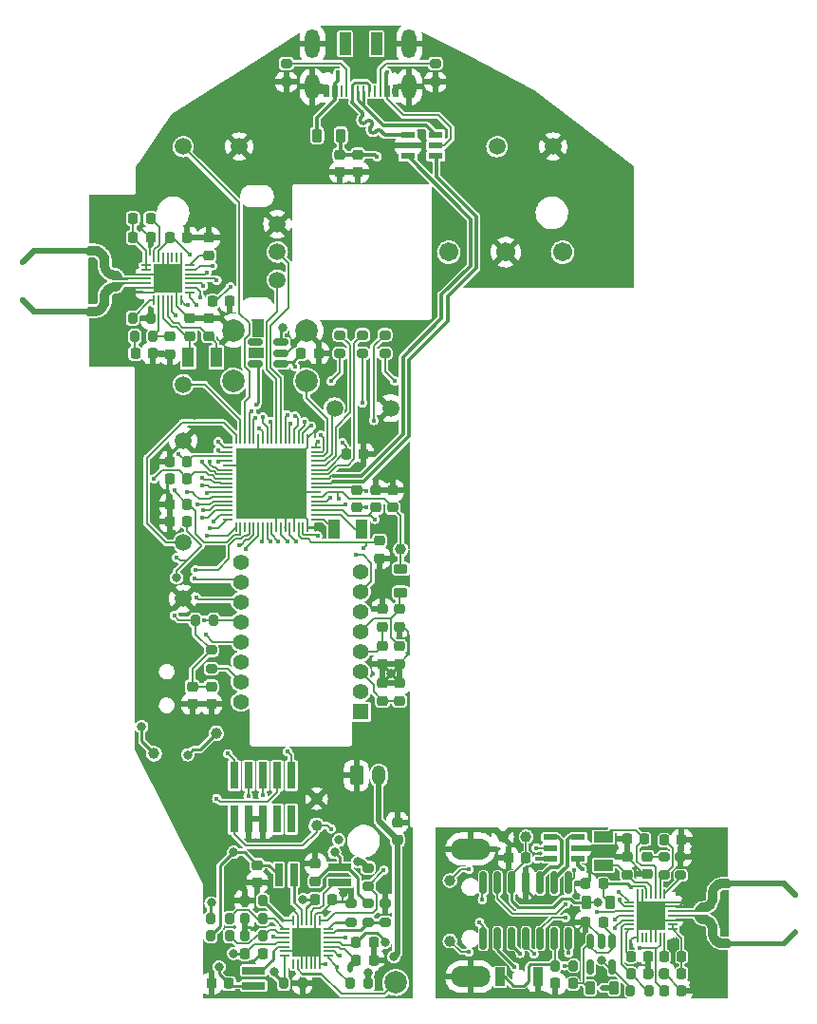
<source format=gbr>
%TF.GenerationSoftware,KiCad,Pcbnew,(6.0.4)*%
%TF.CreationDate,2022-05-12T22:03:53-04:00*%
%TF.ProjectId,Mouse V1,4d6f7573-6520-4563-912e-6b696361645f,V2.0*%
%TF.SameCoordinates,Original*%
%TF.FileFunction,Copper,L1,Top*%
%TF.FilePolarity,Positive*%
%FSLAX46Y46*%
G04 Gerber Fmt 4.6, Leading zero omitted, Abs format (unit mm)*
G04 Created by KiCad (PCBNEW (6.0.4)) date 2022-05-12 22:03:53*
%MOMM*%
%LPD*%
G01*
G04 APERTURE LIST*
G04 Aperture macros list*
%AMRoundRect*
0 Rectangle with rounded corners*
0 $1 Rounding radius*
0 $2 $3 $4 $5 $6 $7 $8 $9 X,Y pos of 4 corners*
0 Add a 4 corners polygon primitive as box body*
4,1,4,$2,$3,$4,$5,$6,$7,$8,$9,$2,$3,0*
0 Add four circle primitives for the rounded corners*
1,1,$1+$1,$2,$3*
1,1,$1+$1,$4,$5*
1,1,$1+$1,$6,$7*
1,1,$1+$1,$8,$9*
0 Add four rect primitives between the rounded corners*
20,1,$1+$1,$2,$3,$4,$5,0*
20,1,$1+$1,$4,$5,$6,$7,0*
20,1,$1+$1,$6,$7,$8,$9,0*
20,1,$1+$1,$8,$9,$2,$3,0*%
G04 Aperture macros list end*
%TA.AperFunction,SMDPad,CuDef*%
%ADD10RoundRect,0.225000X-0.250000X0.225000X-0.250000X-0.225000X0.250000X-0.225000X0.250000X0.225000X0*%
%TD*%
%TA.AperFunction,SMDPad,CuDef*%
%ADD11R,0.740000X2.400000*%
%TD*%
%TA.AperFunction,SMDPad,CuDef*%
%ADD12RoundRect,0.218750X0.218750X0.256250X-0.218750X0.256250X-0.218750X-0.256250X0.218750X-0.256250X0*%
%TD*%
%TA.AperFunction,SMDPad,CuDef*%
%ADD13RoundRect,0.225000X0.225000X0.250000X-0.225000X0.250000X-0.225000X-0.250000X0.225000X-0.250000X0*%
%TD*%
%TA.AperFunction,SMDPad,CuDef*%
%ADD14C,1.000000*%
%TD*%
%TA.AperFunction,SMDPad,CuDef*%
%ADD15RoundRect,0.200000X0.200000X0.275000X-0.200000X0.275000X-0.200000X-0.275000X0.200000X-0.275000X0*%
%TD*%
%TA.AperFunction,ComponentPad*%
%ADD16C,1.701800*%
%TD*%
%TA.AperFunction,SMDPad,CuDef*%
%ADD17RoundRect,0.200000X-0.275000X0.200000X-0.275000X-0.200000X0.275000X-0.200000X0.275000X0.200000X0*%
%TD*%
%TA.AperFunction,SMDPad,CuDef*%
%ADD18RoundRect,0.200000X-0.200000X-0.275000X0.200000X-0.275000X0.200000X0.275000X-0.200000X0.275000X0*%
%TD*%
%TA.AperFunction,SMDPad,CuDef*%
%ADD19RoundRect,0.150000X0.512500X0.150000X-0.512500X0.150000X-0.512500X-0.150000X0.512500X-0.150000X0*%
%TD*%
%TA.AperFunction,SMDPad,CuDef*%
%ADD20R,1.000000X1.800000*%
%TD*%
%TA.AperFunction,SMDPad,CuDef*%
%ADD21RoundRect,0.218750X0.218750X0.381250X-0.218750X0.381250X-0.218750X-0.381250X0.218750X-0.381250X0*%
%TD*%
%TA.AperFunction,SMDPad,CuDef*%
%ADD22RoundRect,0.225000X-0.225000X-0.250000X0.225000X-0.250000X0.225000X0.250000X-0.225000X0.250000X0*%
%TD*%
%TA.AperFunction,SMDPad,CuDef*%
%ADD23RoundRect,0.050000X-0.050000X0.387500X-0.050000X-0.387500X0.050000X-0.387500X0.050000X0.387500X0*%
%TD*%
%TA.AperFunction,SMDPad,CuDef*%
%ADD24RoundRect,0.050000X-0.387500X0.050000X-0.387500X-0.050000X0.387500X-0.050000X0.387500X0.050000X0*%
%TD*%
%TA.AperFunction,SMDPad,CuDef*%
%ADD25R,2.600000X2.600000*%
%TD*%
%TA.AperFunction,SMDPad,CuDef*%
%ADD26O,0.900000X0.200000*%
%TD*%
%TA.AperFunction,ComponentPad*%
%ADD27C,1.500000*%
%TD*%
%TA.AperFunction,SMDPad,CuDef*%
%ADD28RoundRect,0.050000X0.050000X-0.387500X0.050000X0.387500X-0.050000X0.387500X-0.050000X-0.387500X0*%
%TD*%
%TA.AperFunction,SMDPad,CuDef*%
%ADD29RoundRect,0.050000X0.387500X-0.050000X0.387500X0.050000X-0.387500X0.050000X-0.387500X-0.050000X0*%
%TD*%
%TA.AperFunction,SMDPad,CuDef*%
%ADD30RoundRect,0.225000X0.250000X-0.225000X0.250000X0.225000X-0.250000X0.225000X-0.250000X-0.225000X0*%
%TD*%
%TA.AperFunction,SMDPad,CuDef*%
%ADD31RoundRect,0.055000X-0.055000X0.375000X-0.055000X-0.375000X0.055000X-0.375000X0.055000X0.375000X0*%
%TD*%
%TA.AperFunction,SMDPad,CuDef*%
%ADD32RoundRect,0.055000X0.375000X0.055000X-0.375000X0.055000X-0.375000X-0.055000X0.375000X-0.055000X0*%
%TD*%
%TA.AperFunction,ComponentPad*%
%ADD33RoundRect,0.250000X-0.350000X-0.625000X0.350000X-0.625000X0.350000X0.625000X-0.350000X0.625000X0*%
%TD*%
%TA.AperFunction,ComponentPad*%
%ADD34O,1.200000X1.750000*%
%TD*%
%TA.AperFunction,SMDPad,CuDef*%
%ADD35RoundRect,0.200000X0.275000X-0.200000X0.275000X0.200000X-0.275000X0.200000X-0.275000X-0.200000X0*%
%TD*%
%TA.AperFunction,SMDPad,CuDef*%
%ADD36RoundRect,0.150000X0.150000X-0.825000X0.150000X0.825000X-0.150000X0.825000X-0.150000X-0.825000X0*%
%TD*%
%TA.AperFunction,SMDPad,CuDef*%
%ADD37RoundRect,0.218750X-0.218750X-0.381250X0.218750X-0.381250X0.218750X0.381250X-0.218750X0.381250X0*%
%TD*%
%TA.AperFunction,SMDPad,CuDef*%
%ADD38R,1.800000X1.000000*%
%TD*%
%TA.AperFunction,SMDPad,CuDef*%
%ADD39R,2.000000X0.650000*%
%TD*%
%TA.AperFunction,ComponentPad*%
%ADD40C,1.498600*%
%TD*%
%TA.AperFunction,SMDPad,CuDef*%
%ADD41C,2.000000*%
%TD*%
%TA.AperFunction,SMDPad,CuDef*%
%ADD42RoundRect,0.150000X-0.150000X0.512500X-0.150000X-0.512500X0.150000X-0.512500X0.150000X0.512500X0*%
%TD*%
%TA.AperFunction,SMDPad,CuDef*%
%ADD43RoundRect,0.218750X-0.381250X0.218750X-0.381250X-0.218750X0.381250X-0.218750X0.381250X0.218750X0*%
%TD*%
%TA.AperFunction,SMDPad,CuDef*%
%ADD44R,1.309599X0.558000*%
%TD*%
%TA.AperFunction,SMDPad,CuDef*%
%ADD45RoundRect,0.218750X-0.218750X-0.256250X0.218750X-0.256250X0.218750X0.256250X-0.218750X0.256250X0*%
%TD*%
%TA.AperFunction,SMDPad,CuDef*%
%ADD46R,1.000000X2.000000*%
%TD*%
%TA.AperFunction,SMDPad,CuDef*%
%ADD47R,0.520000X1.000000*%
%TD*%
%TA.AperFunction,SMDPad,CuDef*%
%ADD48R,0.270000X1.000000*%
%TD*%
%TA.AperFunction,ComponentPad*%
%ADD49O,1.300000X2.600000*%
%TD*%
%TA.AperFunction,ComponentPad*%
%ADD50O,1.300000X2.300000*%
%TD*%
%TA.AperFunction,SMDPad,CuDef*%
%ADD51R,0.650000X2.000000*%
%TD*%
%TA.AperFunction,SMDPad,CuDef*%
%ADD52RoundRect,0.051000X0.352999X-0.051000X0.352999X0.051000X-0.352999X0.051000X-0.352999X-0.051000X0*%
%TD*%
%TA.AperFunction,SMDPad,CuDef*%
%ADD53RoundRect,0.051000X-0.352999X0.051000X-0.352999X-0.051000X0.352999X-0.051000X0.352999X0.051000X0*%
%TD*%
%TA.AperFunction,SMDPad,CuDef*%
%ADD54RoundRect,0.051000X-0.051000X-0.352999X0.051000X-0.352999X0.051000X0.352999X-0.051000X0.352999X0*%
%TD*%
%TA.AperFunction,SMDPad,CuDef*%
%ADD55R,6.248400X6.248400*%
%TD*%
%TA.AperFunction,SMDPad,CuDef*%
%ADD56R,0.900000X1.700000*%
%TD*%
%TA.AperFunction,ComponentPad*%
%ADD57R,1.400000X1.400000*%
%TD*%
%TA.AperFunction,ComponentPad*%
%ADD58C,1.400000*%
%TD*%
%TA.AperFunction,ComponentPad*%
%ADD59C,2.000000*%
%TD*%
%TA.AperFunction,ComponentPad*%
%ADD60O,3.500000X1.900000*%
%TD*%
%TA.AperFunction,ViaPad*%
%ADD61C,0.800000*%
%TD*%
%TA.AperFunction,ViaPad*%
%ADD62C,0.450000*%
%TD*%
%TA.AperFunction,Conductor*%
%ADD63C,0.330000*%
%TD*%
%TA.AperFunction,Conductor*%
%ADD64C,0.200000*%
%TD*%
%TA.AperFunction,Conductor*%
%ADD65C,0.250000*%
%TD*%
%TA.AperFunction,Conductor*%
%ADD66C,0.500000*%
%TD*%
%TA.AperFunction,Conductor*%
%ADD67C,0.300000*%
%TD*%
%TA.AperFunction,Conductor*%
%ADD68C,0.220000*%
%TD*%
G04 APERTURE END LIST*
G36*
X113561320Y-88367754D02*
G01*
X113237470Y-88367754D01*
X113204190Y-88370544D01*
X113141460Y-88392134D01*
X113089390Y-88433284D01*
X113053570Y-88489164D01*
X113042900Y-88520664D01*
X113017250Y-88627084D01*
X112899140Y-88810984D01*
X112727180Y-88946114D01*
X112520680Y-89017734D01*
X112411210Y-89017734D01*
X112313670Y-89027394D01*
X112133330Y-89102064D01*
X111995410Y-89239984D01*
X111920730Y-89420324D01*
X111911330Y-89517864D01*
X111911330Y-89975824D01*
X111859260Y-90236684D01*
X111757660Y-90482304D01*
X111609840Y-90703284D01*
X111421880Y-90891244D01*
X111200640Y-91039074D01*
X110955020Y-91140924D01*
X110694170Y-91192744D01*
X110061200Y-91192744D01*
X109886190Y-91017734D01*
X105061210Y-91017734D01*
X103930150Y-89886674D01*
X103892050Y-89794724D01*
X103892050Y-89695154D01*
X103930150Y-89603464D01*
X104000250Y-89533104D01*
X104092200Y-89495004D01*
X104191770Y-89495004D01*
X104283460Y-89533104D01*
X104318770Y-89568154D01*
X105268220Y-90517864D01*
X109886190Y-90517864D01*
X110061200Y-90342854D01*
X110561320Y-90342854D01*
X110658860Y-90333204D01*
X110838950Y-90258524D01*
X110976870Y-90120604D01*
X111051540Y-89940264D01*
X111061200Y-89842734D01*
X111061200Y-89384764D01*
X111113010Y-89123914D01*
X111214870Y-88878294D01*
X111362690Y-88657054D01*
X111550650Y-88469094D01*
X111771890Y-88321524D01*
X112017510Y-88219674D01*
X112278360Y-88167854D01*
X113561320Y-88167854D01*
X113561320Y-88367754D01*
G37*
G36*
X110955020Y-84994634D02*
G01*
X111200640Y-85096484D01*
X111421880Y-85244064D01*
X111609840Y-85432274D01*
X111757660Y-85653254D01*
X111859260Y-85899124D01*
X111911330Y-86159734D01*
X111911330Y-86617694D01*
X111920730Y-86715224D01*
X111995410Y-86895564D01*
X112133330Y-87033494D01*
X112313670Y-87108164D01*
X112411210Y-87117814D01*
X112520680Y-87117814D01*
X112727180Y-87189194D01*
X112899140Y-87324574D01*
X113017250Y-87508474D01*
X113042900Y-87614894D01*
X113053570Y-87646394D01*
X113089390Y-87702274D01*
X113141460Y-87743164D01*
X113204190Y-87765014D01*
X113237470Y-87767804D01*
X113561320Y-87767804D01*
X113561320Y-87967704D01*
X112278360Y-87967704D01*
X112017510Y-87915884D01*
X111771890Y-87814034D01*
X111550650Y-87666454D01*
X111362690Y-87478244D01*
X111214870Y-87257264D01*
X111113010Y-87011644D01*
X111061200Y-86750784D01*
X111061200Y-86292824D01*
X111051540Y-86195294D01*
X110976870Y-86014954D01*
X110838950Y-85877024D01*
X110658860Y-85802354D01*
X110561320Y-85792704D01*
X110061200Y-85792704D01*
X109886190Y-85617694D01*
X105268220Y-85617694D01*
X104318770Y-86567404D01*
X104283460Y-86602454D01*
X104191770Y-86640554D01*
X104092200Y-86640554D01*
X104000250Y-86602454D01*
X103930150Y-86532094D01*
X103892050Y-86440404D01*
X103892050Y-86340834D01*
X103930150Y-86248884D01*
X105061210Y-85117824D01*
X109886190Y-85117824D01*
X110061200Y-84942814D01*
X110694170Y-84942814D01*
X110955020Y-84994634D01*
G37*
G36*
X165232576Y-144594116D02*
G01*
X165478196Y-144695966D01*
X165699436Y-144843546D01*
X165887396Y-145031756D01*
X166035216Y-145252736D01*
X166137076Y-145498356D01*
X166188886Y-145759216D01*
X166188886Y-146217176D01*
X166198546Y-146314706D01*
X166273216Y-146495046D01*
X166411136Y-146632976D01*
X166591226Y-146707646D01*
X166688766Y-146717296D01*
X167188886Y-146717296D01*
X167363896Y-146892306D01*
X171981866Y-146892306D01*
X172931316Y-145942596D01*
X172966626Y-145907546D01*
X173058316Y-145869446D01*
X173157886Y-145869446D01*
X173249836Y-145907546D01*
X173319936Y-145977906D01*
X173358036Y-146069596D01*
X173358036Y-146169166D01*
X173319936Y-146261116D01*
X172188876Y-147392176D01*
X167363896Y-147392176D01*
X167188886Y-147567186D01*
X166555916Y-147567186D01*
X166295066Y-147515366D01*
X166049446Y-147413516D01*
X165828206Y-147265936D01*
X165640246Y-147077726D01*
X165492426Y-146856746D01*
X165390826Y-146610876D01*
X165338756Y-146350266D01*
X165338756Y-145892306D01*
X165329356Y-145794776D01*
X165254676Y-145614436D01*
X165116756Y-145476506D01*
X164936416Y-145401836D01*
X164838876Y-145392186D01*
X164729406Y-145392186D01*
X164522906Y-145320806D01*
X164350946Y-145185426D01*
X164232836Y-145001526D01*
X164207186Y-144895106D01*
X164196516Y-144863606D01*
X164160696Y-144807726D01*
X164108626Y-144766836D01*
X164045896Y-144744986D01*
X164012616Y-144742196D01*
X163688766Y-144742196D01*
X163688766Y-144542296D01*
X164971726Y-144542296D01*
X165232576Y-144594116D01*
G37*
G36*
X167363896Y-141492266D02*
G01*
X172188876Y-141492266D01*
X173319936Y-142623326D01*
X173358036Y-142715276D01*
X173358036Y-142814846D01*
X173319936Y-142906536D01*
X173249836Y-142976896D01*
X173157886Y-143014996D01*
X173058316Y-143014996D01*
X172966626Y-142976896D01*
X172931316Y-142941846D01*
X171981866Y-141992136D01*
X167363896Y-141992136D01*
X167188886Y-142167146D01*
X166688766Y-142167146D01*
X166591226Y-142176796D01*
X166411136Y-142251476D01*
X166273216Y-142389396D01*
X166198546Y-142569736D01*
X166188886Y-142667266D01*
X166188886Y-143125236D01*
X166137076Y-143386086D01*
X166035216Y-143631706D01*
X165887396Y-143852946D01*
X165699436Y-144040906D01*
X165478196Y-144188476D01*
X165232576Y-144290326D01*
X164971726Y-144342146D01*
X163688766Y-144342146D01*
X163688766Y-144142246D01*
X164012616Y-144142246D01*
X164045896Y-144139456D01*
X164108626Y-144117866D01*
X164160696Y-144076716D01*
X164196516Y-144020836D01*
X164207186Y-143989336D01*
X164232836Y-143882916D01*
X164350946Y-143699016D01*
X164522906Y-143563886D01*
X164729406Y-143492266D01*
X164838876Y-143492266D01*
X164936416Y-143482606D01*
X165116756Y-143407936D01*
X165254676Y-143270016D01*
X165329356Y-143089676D01*
X165338756Y-142992136D01*
X165338756Y-142534176D01*
X165390826Y-142273316D01*
X165492426Y-142027696D01*
X165640246Y-141806716D01*
X165828206Y-141618756D01*
X166049446Y-141470926D01*
X166295066Y-141369076D01*
X166555916Y-141317256D01*
X167188886Y-141317256D01*
X167363896Y-141492266D01*
G37*
D10*
X136000000Y-111225000D03*
X136000000Y-112775000D03*
D11*
X123060000Y-136050000D03*
X123060000Y-132150000D03*
X124330000Y-136050000D03*
X124330000Y-132150000D03*
X125600000Y-136050000D03*
X125600000Y-132150000D03*
X126870000Y-136050000D03*
X126870000Y-132150000D03*
X128140000Y-136050000D03*
X128140000Y-132150000D03*
D12*
X162987500Y-148300000D03*
X161412500Y-148300000D03*
D13*
X131775000Y-143200000D03*
X130225000Y-143200000D03*
D14*
X121450000Y-128400000D03*
X147000000Y-137600000D03*
D15*
X153325000Y-149100000D03*
X151675000Y-149100000D03*
D16*
X142200000Y-85500000D03*
X147280000Y-85500000D03*
X152360000Y-85500000D03*
D10*
X159900000Y-139375000D03*
X159900000Y-140925000D03*
D17*
X136500000Y-92875000D03*
X136500000Y-94525000D03*
D18*
X119575000Y-118300000D03*
X121225000Y-118300000D03*
D10*
X119300000Y-124225000D03*
X119300000Y-125775000D03*
D19*
X127237500Y-95450000D03*
X127237500Y-94500000D03*
X127237500Y-93550000D03*
X124962500Y-93550000D03*
X124962500Y-95450000D03*
D10*
X125100000Y-140125000D03*
X125100000Y-141675000D03*
D20*
X118950000Y-94900000D03*
X121450000Y-94900000D03*
D21*
X156962500Y-151100000D03*
X154837500Y-151100000D03*
D22*
X133025000Y-103500000D03*
X134575000Y-103500000D03*
D23*
X161448736Y-142702500D03*
X161048736Y-142702500D03*
X160648736Y-142702500D03*
X160248736Y-142702500D03*
X159848736Y-142702500D03*
X159448736Y-142702500D03*
X159048736Y-142702500D03*
D24*
X158311236Y-143440000D03*
X158311236Y-143840000D03*
X158311236Y-144240000D03*
X158311236Y-144640000D03*
X158311236Y-145040000D03*
X158311236Y-145440000D03*
X158311236Y-145840000D03*
D23*
X159048736Y-146577500D03*
X159448736Y-146577500D03*
X159848736Y-146577500D03*
X160248736Y-146577500D03*
X160648736Y-146577500D03*
X161048736Y-146577500D03*
X161448736Y-146577500D03*
D24*
X162186236Y-145840000D03*
X162186236Y-145440000D03*
X162186236Y-145040000D03*
X162186236Y-144640000D03*
X162186236Y-144240000D03*
X162186236Y-143840000D03*
X162186236Y-143440000D03*
D25*
X160248736Y-144640000D03*
D18*
X113975000Y-91400000D03*
X115625000Y-91400000D03*
D26*
X113887000Y-88267000D03*
X113887000Y-87868000D03*
D27*
X126900000Y-88000000D03*
X126900000Y-85500000D03*
X126900000Y-83000000D03*
D18*
X123975000Y-143300000D03*
X125625000Y-143300000D03*
D28*
X115910000Y-89807500D03*
X116310000Y-89807500D03*
X116710000Y-89807500D03*
X117110000Y-89807500D03*
X117510000Y-89807500D03*
X117910000Y-89807500D03*
X118310000Y-89807500D03*
D29*
X119047500Y-89070000D03*
X119047500Y-88670000D03*
X119047500Y-88270000D03*
X119047500Y-87870000D03*
X119047500Y-87470000D03*
X119047500Y-87070000D03*
X119047500Y-86670000D03*
D28*
X118310000Y-85932500D03*
X117910000Y-85932500D03*
X117510000Y-85932500D03*
X117110000Y-85932500D03*
X116710000Y-85932500D03*
X116310000Y-85932500D03*
X115910000Y-85932500D03*
D29*
X115172500Y-86670000D03*
X115172500Y-87070000D03*
X115172500Y-87470000D03*
X115172500Y-87870000D03*
X115172500Y-88270000D03*
X115172500Y-88670000D03*
X115172500Y-89070000D03*
D25*
X117110000Y-87870000D03*
D17*
X141000000Y-68675000D03*
X141000000Y-70325000D03*
D14*
X142300000Y-146900000D03*
D30*
X119100000Y-92975000D03*
X119100000Y-91425000D03*
D15*
X160025000Y-151300000D03*
X158375000Y-151300000D03*
D26*
X163363086Y-144243000D03*
X163363086Y-144642000D03*
D31*
X128300000Y-148935000D03*
X128700000Y-148935000D03*
X129100000Y-148935000D03*
X129500000Y-148935000D03*
X129900000Y-148935000D03*
X130300000Y-148935000D03*
X130700000Y-148935000D03*
D32*
X131435000Y-148200000D03*
X131435000Y-147800000D03*
X131435000Y-147400000D03*
X131435000Y-147000000D03*
X131435000Y-146600000D03*
X131435000Y-146200000D03*
X131435000Y-145800000D03*
D31*
X130700000Y-145065000D03*
X130300000Y-145065000D03*
X129900000Y-145065000D03*
X129500000Y-145065000D03*
X129100000Y-145065000D03*
X128700000Y-145065000D03*
X128300000Y-145065000D03*
D32*
X127565000Y-145800000D03*
X127565000Y-146200000D03*
X127565000Y-146600000D03*
X127565000Y-147000000D03*
X127565000Y-147400000D03*
X127565000Y-147800000D03*
X127565000Y-148200000D03*
D25*
X129500000Y-147000000D03*
D33*
X133950000Y-132150000D03*
D34*
X135950000Y-132150000D03*
D18*
X127475000Y-150700000D03*
X129125000Y-150700000D03*
D22*
X158425000Y-148300000D03*
X159975000Y-148300000D03*
D15*
X125625000Y-146400000D03*
X123975000Y-146400000D03*
D35*
X135000000Y-145225000D03*
X135000000Y-143575000D03*
D30*
X137800000Y-118875000D03*
X137800000Y-117325000D03*
D22*
X147525000Y-139500000D03*
X149075000Y-139500000D03*
D36*
X145290000Y-146675000D03*
X146560000Y-146675000D03*
X147830000Y-146675000D03*
X149100000Y-146675000D03*
X150370000Y-146675000D03*
X151640000Y-146675000D03*
X152910000Y-146675000D03*
X152910000Y-141725000D03*
X151640000Y-141725000D03*
X150370000Y-141725000D03*
X149100000Y-141725000D03*
X147830000Y-141725000D03*
X146560000Y-141725000D03*
X145290000Y-141725000D03*
D14*
X130400000Y-136600000D03*
D37*
X154437500Y-143500000D03*
X156562500Y-143500000D03*
D13*
X135475000Y-147000000D03*
X133925000Y-147000000D03*
D15*
X125625000Y-144900000D03*
X123975000Y-144900000D03*
D38*
X156000000Y-137650000D03*
X156000000Y-140150000D03*
D39*
X124800000Y-149525000D03*
X124800000Y-150875000D03*
D13*
X155975000Y-141800000D03*
X154425000Y-141800000D03*
D40*
X146500000Y-76100000D03*
X151500000Y-76100000D03*
X132000000Y-99400000D03*
X137000000Y-99400000D03*
D30*
X137600000Y-137875000D03*
X137600000Y-136325000D03*
D17*
X127700000Y-68675000D03*
X127700000Y-70325000D03*
D41*
X137450000Y-150600000D03*
D30*
X135700000Y-108275000D03*
X135700000Y-106725000D03*
D22*
X151725000Y-150700000D03*
X153275000Y-150700000D03*
D10*
X121000000Y-124225000D03*
X121000000Y-125775000D03*
D42*
X156750000Y-146962500D03*
X155800000Y-146962500D03*
X154850000Y-146962500D03*
X154850000Y-149237500D03*
X156750000Y-149237500D03*
D10*
X136300000Y-123925000D03*
X136300000Y-125475000D03*
X117300000Y-93025000D03*
X117300000Y-94575000D03*
D40*
X118500000Y-111400000D03*
X118500000Y-116400000D03*
D30*
X136300000Y-122175000D03*
X136300000Y-120625000D03*
D43*
X137900000Y-113737500D03*
X137900000Y-115862500D03*
D44*
X153744600Y-139550001D03*
X153744600Y-138600000D03*
X153744600Y-137649999D03*
X151255400Y-137649999D03*
X151255400Y-138600000D03*
X151255400Y-139550001D03*
X138555400Y-75049999D03*
X138555400Y-76000000D03*
X138555400Y-76950001D03*
X141044600Y-76950001D03*
X141044600Y-76000000D03*
X141044600Y-75049999D03*
D45*
X114012500Y-82500000D03*
X115587500Y-82500000D03*
D22*
X161425000Y-151300000D03*
X162975000Y-151300000D03*
D13*
X118875000Y-105700000D03*
X117325000Y-105700000D03*
D46*
X135750000Y-66950000D03*
X132950000Y-66950000D03*
D47*
X137450000Y-71150000D03*
X136700000Y-71150000D03*
D48*
X136100000Y-71150000D03*
X134600000Y-71150000D03*
X133600000Y-71150000D03*
X132600000Y-71150000D03*
D47*
X132000000Y-71150000D03*
X131250000Y-71150000D03*
X131250000Y-71150000D03*
X132000000Y-71150000D03*
D48*
X133100000Y-71150000D03*
X134100000Y-71150000D03*
X135100000Y-71150000D03*
X135600000Y-71150000D03*
D47*
X136700000Y-71150000D03*
X137450000Y-71150000D03*
D49*
X130030000Y-66950000D03*
D50*
X130030000Y-70775000D03*
D49*
X138670000Y-66950000D03*
D50*
X138670000Y-70775000D03*
D14*
X142300000Y-141500000D03*
D22*
X117325000Y-84200000D03*
X118875000Y-84200000D03*
D30*
X132500000Y-78375000D03*
X132500000Y-76825000D03*
D22*
X129025000Y-94500000D03*
X130575000Y-94500000D03*
D37*
X130437500Y-75100000D03*
X132562500Y-75100000D03*
D13*
X162975000Y-149800000D03*
X161425000Y-149800000D03*
D30*
X137800000Y-122175000D03*
X137800000Y-120625000D03*
D35*
X162900000Y-141025000D03*
X162900000Y-139375000D03*
D40*
X118500000Y-76100000D03*
X123500000Y-76100000D03*
D13*
X159975000Y-149800000D03*
X158425000Y-149800000D03*
D17*
X134500000Y-92875000D03*
X134500000Y-94525000D03*
D14*
X115900000Y-130200000D03*
D13*
X118875000Y-108000000D03*
X117325000Y-108000000D03*
D17*
X135000000Y-140375000D03*
X135000000Y-142025000D03*
D35*
X136500000Y-145225000D03*
X136500000Y-143575000D03*
D13*
X118875000Y-104200000D03*
X117325000Y-104200000D03*
D20*
X131950000Y-110200000D03*
X134450000Y-110200000D03*
D51*
X128375000Y-141000000D03*
X127025000Y-141000000D03*
D30*
X158100000Y-140975000D03*
X158100000Y-139425000D03*
D10*
X136300000Y-117325000D03*
X136300000Y-118875000D03*
D15*
X122625000Y-144900000D03*
X120975000Y-144900000D03*
D14*
X137900000Y-112000000D03*
D30*
X137200000Y-108275000D03*
X137200000Y-106725000D03*
D10*
X137800000Y-123925000D03*
X137800000Y-125475000D03*
D35*
X161400000Y-141025000D03*
X161400000Y-139375000D03*
D52*
X122452700Y-102900001D03*
X122452700Y-103300001D03*
X122452700Y-103700000D03*
X122452700Y-104099999D03*
X122452700Y-104500001D03*
D53*
X122452700Y-104900000D03*
D52*
X122452700Y-105299999D03*
X122452700Y-105700001D03*
X122452700Y-106100000D03*
D53*
X122452700Y-106499999D03*
D52*
X122452700Y-106900001D03*
X122452700Y-107300000D03*
D53*
X122452700Y-107699999D03*
D52*
X122452700Y-108099999D03*
X122452700Y-108500000D03*
X122452700Y-108899999D03*
X122452700Y-109299999D03*
D54*
X123200001Y-110047300D03*
X123600001Y-110047300D03*
X124000000Y-110047300D03*
X124400001Y-110047300D03*
X124800001Y-110047300D03*
X125200000Y-110047300D03*
X125599999Y-110047300D03*
X126000001Y-110047300D03*
X126400000Y-110047300D03*
X126799999Y-110047300D03*
X127200001Y-110047300D03*
X127600000Y-110047300D03*
X127999999Y-110047300D03*
X128399999Y-110047300D03*
X128800000Y-110047300D03*
X129199999Y-110047300D03*
X129599999Y-110047300D03*
D52*
X130347300Y-109299999D03*
X130347300Y-108899999D03*
X130347300Y-108500000D03*
X130347300Y-108099999D03*
X130347300Y-107699999D03*
X130347300Y-107300000D03*
X130347300Y-106900001D03*
X130347300Y-106499999D03*
X130347300Y-106100000D03*
X130347300Y-105700001D03*
X130347300Y-105299999D03*
X130347300Y-104900000D03*
X130347300Y-104500001D03*
X130347300Y-104100001D03*
X130347300Y-103700000D03*
X130347300Y-103300001D03*
X130347300Y-102900001D03*
D54*
X129599999Y-102152700D03*
X129199999Y-102152700D03*
X128800000Y-102152700D03*
X128399999Y-102152700D03*
X127999999Y-102152700D03*
X127600000Y-102152700D03*
X127200001Y-102152700D03*
X126799999Y-102152700D03*
X126400000Y-102152700D03*
X126000001Y-102152700D03*
X125599999Y-102152700D03*
X125200000Y-102152700D03*
X124800001Y-102152700D03*
X124400001Y-102152700D03*
X124000000Y-102152700D03*
X123600001Y-102152700D03*
X123200001Y-102152700D03*
D55*
X126400000Y-106100000D03*
D14*
X130400000Y-134200000D03*
D22*
X121125000Y-89900000D03*
X122675000Y-89900000D03*
D17*
X121000000Y-120975000D03*
X121000000Y-122625000D03*
D15*
X115825000Y-93000000D03*
X114175000Y-93000000D03*
D14*
X149100000Y-137600000D03*
D40*
X118500000Y-97300000D03*
X118500000Y-102300000D03*
D22*
X114025000Y-84200000D03*
X115575000Y-84200000D03*
X133925000Y-148600000D03*
X135475000Y-148600000D03*
D39*
X132500000Y-141675000D03*
X132500000Y-140325000D03*
D56*
X150200000Y-150100000D03*
X146800000Y-150100000D03*
D57*
X134350000Y-126460000D03*
D58*
X134350000Y-124680000D03*
X134350000Y-122900000D03*
X134350000Y-121120000D03*
X134350000Y-119340000D03*
X134350000Y-117560000D03*
X134350000Y-115780000D03*
X134350000Y-114000000D03*
X123650000Y-113110000D03*
X123650000Y-114890000D03*
X123650000Y-116670000D03*
X123650000Y-118450000D03*
X123650000Y-120230000D03*
X123650000Y-122010000D03*
X123650000Y-123790000D03*
X123650000Y-125570000D03*
D13*
X125575000Y-148000000D03*
X124025000Y-148000000D03*
D30*
X134000000Y-108275000D03*
X134000000Y-106725000D03*
D13*
X122575000Y-150700000D03*
X121025000Y-150700000D03*
D30*
X120800000Y-92975000D03*
X120800000Y-91425000D03*
D22*
X114225000Y-94500000D03*
X115775000Y-94500000D03*
D18*
X133375000Y-150700000D03*
X135025000Y-150700000D03*
D17*
X132500000Y-92875000D03*
X132500000Y-94525000D03*
D13*
X159675000Y-137800000D03*
X158125000Y-137800000D03*
D15*
X122625000Y-146400000D03*
X120975000Y-146400000D03*
D13*
X118875000Y-109500000D03*
X117325000Y-109500000D03*
D17*
X133500000Y-143575000D03*
X133500000Y-145225000D03*
D22*
X161425000Y-137900000D03*
X162975000Y-137900000D03*
D30*
X130300000Y-141575000D03*
X130300000Y-140025000D03*
D13*
X155975000Y-145200000D03*
X154425000Y-145200000D03*
D10*
X134100000Y-76825000D03*
X134100000Y-78375000D03*
D30*
X120800000Y-85775000D03*
X120800000Y-84225000D03*
D59*
X129500000Y-97000000D03*
X123000000Y-97000000D03*
X123000000Y-92500000D03*
X129500000Y-92500000D03*
D60*
X144133257Y-150085479D03*
X144133257Y-138685479D03*
D61*
X143283257Y-144400000D03*
X165100000Y-137550000D03*
D62*
X110310000Y-89860000D03*
D61*
X136150000Y-109950000D03*
X119200000Y-120600000D03*
X164070000Y-150855000D03*
X119500000Y-100000000D03*
X148500000Y-73300000D03*
X120900500Y-147900000D03*
D62*
X165923736Y-144440000D03*
X110310000Y-86260000D03*
D61*
X111735000Y-93890000D03*
X111995000Y-81175000D03*
X136150000Y-102000000D03*
X130300000Y-151400000D03*
X165680000Y-140830000D03*
X133100000Y-101500000D03*
X165200000Y-149075000D03*
X165350000Y-150265000D03*
X136500000Y-141700000D03*
X112465000Y-85115000D03*
X146700000Y-80500000D03*
X124800000Y-83600000D03*
X138400000Y-92500000D03*
X122600000Y-85500000D03*
X162300000Y-147000000D03*
X113745000Y-89210000D03*
D62*
X122100000Y-132700000D03*
D61*
X121600000Y-73400000D03*
X124900000Y-87300000D03*
X111735000Y-82235000D03*
D62*
X131200000Y-149000000D03*
D61*
X137050000Y-123050000D03*
X118450000Y-137300000D03*
X110775000Y-93220000D03*
X120800000Y-81400000D03*
X136700000Y-73100000D03*
X155800000Y-150100000D03*
X164020000Y-142380000D03*
D62*
X121900000Y-100000000D03*
D61*
X132600000Y-136100000D03*
X110775000Y-80905000D03*
X111415000Y-91670000D03*
X112465000Y-91010000D03*
X164150000Y-149695000D03*
D62*
X115100000Y-80500000D03*
D61*
X164080000Y-138020000D03*
D62*
X134800000Y-108200000D03*
D61*
X150000000Y-79100000D03*
D62*
X166623736Y-145240000D03*
X110610000Y-88960000D03*
X111310000Y-88060000D03*
X166923736Y-144440000D03*
D61*
X111885000Y-92700000D03*
X166320000Y-139280000D03*
X156700000Y-84300000D03*
X165210000Y-139800000D03*
X128600000Y-99200000D03*
D62*
X130900000Y-110200000D03*
D61*
X125100000Y-94500000D03*
X126100000Y-98500000D03*
X110775000Y-95220000D03*
D62*
X150602394Y-143219449D03*
X166923736Y-146240000D03*
D61*
X166310000Y-149595000D03*
D62*
X117650000Y-110400000D03*
D61*
X166310000Y-151595000D03*
X113745000Y-86915000D03*
X126500000Y-77400000D03*
X163350000Y-143290000D03*
X136280737Y-149583250D03*
X113075000Y-90120000D03*
X123700000Y-142000000D03*
D62*
X150483257Y-151500000D03*
D61*
X130400000Y-132000000D03*
X164010000Y-146495000D03*
X111885000Y-83425000D03*
D62*
X124637104Y-145855636D03*
D61*
X166320000Y-137280000D03*
D62*
X110310000Y-88060000D03*
X110610000Y-87260000D03*
D61*
X125100000Y-92200000D03*
X164630000Y-141490000D03*
X115800000Y-97900000D03*
D62*
X166923736Y-142640000D03*
D61*
X164090000Y-148525000D03*
X116350000Y-131800000D03*
X111415000Y-84455000D03*
X156000000Y-138900000D03*
D62*
X158500000Y-147300000D03*
D61*
X164620000Y-147385000D03*
X163340000Y-145585000D03*
X165670000Y-148045000D03*
X144000000Y-72300000D03*
X113075000Y-86005000D03*
D62*
X166623736Y-143540000D03*
X159200000Y-149000000D03*
D61*
X164160000Y-139180000D03*
X134600000Y-100900000D03*
X116100000Y-78500000D03*
X137050500Y-114750000D03*
X156200000Y-80100000D03*
X111995000Y-94950000D03*
X135700000Y-129300000D03*
X165090000Y-151325000D03*
X164100000Y-140350000D03*
X134300000Y-135000000D03*
X110775000Y-82905000D03*
X136700000Y-105700000D03*
X134050000Y-104609277D03*
X127900000Y-96500000D03*
X165360000Y-138610000D03*
D62*
X153683257Y-145900000D03*
D61*
X132800000Y-142600000D03*
D62*
X124800000Y-148700000D03*
X118100000Y-103500000D03*
D61*
X134100000Y-139800000D03*
D62*
X134600000Y-111900000D03*
D61*
X127400000Y-92200000D03*
D62*
X134800000Y-106800000D03*
D61*
X121700000Y-149200000D03*
D62*
X135600000Y-109300000D03*
X131700000Y-136900000D03*
D61*
X121000000Y-143500000D03*
X117900000Y-114500000D03*
D62*
X117900000Y-112700000D03*
X124100000Y-112000000D03*
D61*
X135008146Y-149728055D03*
D62*
X117700000Y-117900000D03*
D61*
X118900000Y-130300000D03*
X123000000Y-139000000D03*
D62*
X115900000Y-105700000D03*
D61*
X126600000Y-149600000D03*
D62*
X135800000Y-77000000D03*
D61*
X136500000Y-147000000D03*
D62*
X133000000Y-146600000D03*
D61*
X132400000Y-137900000D03*
D62*
X128500000Y-95700000D03*
X126250000Y-111250000D03*
D61*
X129200000Y-143200000D03*
X123000000Y-148000000D03*
D62*
X133430000Y-149490000D03*
X131700000Y-97000000D03*
X134500000Y-98900000D03*
X137400000Y-97000000D03*
X124600000Y-99700000D03*
X131600000Y-107400000D03*
X135500000Y-100500000D03*
X130800000Y-101800000D03*
X136400000Y-140600000D03*
X133000000Y-108000000D03*
X120200000Y-105600000D03*
X120400000Y-118300000D03*
X130500000Y-110800000D03*
X132250000Y-149180000D03*
X123500000Y-111600000D03*
X127800000Y-130000000D03*
X124300000Y-134000000D03*
X127000000Y-111255500D03*
X125500000Y-111250000D03*
X122500000Y-130200000D03*
X127800000Y-111255500D03*
X125600000Y-133900000D03*
X121500000Y-134200000D03*
X128600000Y-111255500D03*
X126500000Y-146500000D03*
X120600000Y-110800000D03*
X121100000Y-86700000D03*
X120200000Y-109200000D03*
X120300000Y-88500000D03*
X121500000Y-88000000D03*
X120300000Y-108500000D03*
X119700000Y-90200000D03*
X121200000Y-109500000D03*
X118900000Y-90200000D03*
X120900000Y-110100000D03*
X120600000Y-107000000D03*
X119500000Y-114600000D03*
X118800000Y-106900000D03*
X120000000Y-89500000D03*
X120600000Y-87300000D03*
X119800000Y-108000000D03*
X120200000Y-106300000D03*
X119700000Y-116300000D03*
X133900000Y-112500000D03*
X121600000Y-104200000D03*
D61*
X132000000Y-139000000D03*
X114799520Y-127789818D03*
D62*
X117800000Y-91100000D03*
X119100000Y-85700000D03*
X122700000Y-88600000D03*
X120200000Y-104200000D03*
X120500000Y-119600000D03*
X120900000Y-104200000D03*
X159200000Y-147500000D03*
X158450000Y-142100000D03*
X132300000Y-69500000D03*
X136700000Y-69500000D03*
X154100000Y-140500000D03*
X150000000Y-138600000D03*
X155900000Y-151100000D03*
X150100000Y-139600000D03*
X155400000Y-144300000D03*
X144950000Y-145250000D03*
X121600000Y-103200000D03*
X121600000Y-102400000D03*
X157050000Y-145750000D03*
X149800000Y-148050000D03*
X157400000Y-143200000D03*
X152600000Y-144800000D03*
X157397954Y-142501023D03*
X152600000Y-143600000D03*
X145200000Y-143200000D03*
X157000000Y-145000000D03*
X152900000Y-147950000D03*
X144000000Y-147900000D03*
X144000000Y-140500000D03*
X153400000Y-140600000D03*
X132700000Y-102500000D03*
X132400000Y-107500000D03*
X117700000Y-106700000D03*
X125000000Y-99100000D03*
D61*
X155500000Y-143500000D03*
X155800000Y-148600000D03*
D62*
X152500000Y-149100000D03*
X132450000Y-148200000D03*
D61*
X137300000Y-148300000D03*
D62*
X124900000Y-100300000D03*
X125300000Y-101200000D03*
X125600000Y-100200000D03*
X126300000Y-100600000D03*
X127800000Y-100000000D03*
X128100000Y-100800000D03*
X128500000Y-100100000D03*
X129300000Y-100600000D03*
X129900000Y-101000000D03*
X130500000Y-102400000D03*
X119600000Y-113800000D03*
X148083257Y-149200000D03*
X148583257Y-148000000D03*
D63*
X134578912Y-105960500D02*
X131850000Y-105960500D01*
X138629520Y-101909892D02*
X134578912Y-105960500D01*
X138629520Y-95140186D02*
X138629520Y-101909892D01*
X142100000Y-89469706D02*
X142100000Y-91669706D01*
X142100000Y-91669706D02*
X138629520Y-95140186D01*
X144640000Y-86929706D02*
X142100000Y-89469706D01*
X141100000Y-77005401D02*
X141100000Y-78750000D01*
X144640000Y-82290000D02*
X144640000Y-86929706D01*
X141044600Y-76950001D02*
X141100000Y-77005401D01*
X141100000Y-78750000D02*
X144640000Y-82290000D01*
D64*
X159975000Y-149025000D02*
X159225000Y-149025000D01*
X159900000Y-140925000D02*
X159600000Y-140925000D01*
X129100000Y-148935000D02*
X129100000Y-147400000D01*
X125200000Y-102152700D02*
X125200000Y-104900000D01*
X162186236Y-145040000D02*
X160648736Y-145040000D01*
D65*
X124800000Y-148700000D02*
X124800000Y-148600000D01*
D64*
X162186236Y-143840000D02*
X161048736Y-143840000D01*
X162186236Y-143440000D02*
X161448736Y-143440000D01*
D65*
X132700000Y-143400000D02*
X131975000Y-143400000D01*
X154700000Y-139550978D02*
X155350978Y-138900000D01*
D64*
X128800000Y-108500000D02*
X126400000Y-106100000D01*
X118310000Y-85932500D02*
X118310000Y-86670000D01*
X131775000Y-143354638D02*
X131775000Y-143489819D01*
X128700000Y-145065000D02*
X128700000Y-144600000D01*
X129599999Y-102152700D02*
X129599999Y-102100001D01*
X159048736Y-142702500D02*
X159048736Y-143440000D01*
D65*
X149100000Y-142350000D02*
X149969449Y-143219449D01*
D64*
X127565000Y-147800000D02*
X128700000Y-147800000D01*
X129599999Y-102900001D02*
X126400000Y-106100000D01*
D65*
X131975000Y-143400000D02*
X131775000Y-143200000D01*
D64*
X125100000Y-141675000D02*
X124025000Y-141675000D01*
X162186236Y-143840000D02*
X162800000Y-143840000D01*
X161448736Y-143440000D02*
X160248736Y-144640000D01*
X130300000Y-145065000D02*
X130300000Y-146200000D01*
D65*
X136300000Y-122300000D02*
X137050000Y-123050000D01*
D64*
X117110000Y-85932500D02*
X117110000Y-87870000D01*
X138600000Y-121375000D02*
X137800000Y-122175000D01*
X125200000Y-104900000D02*
X126400000Y-106100000D01*
D66*
X135475000Y-147000000D02*
X135475000Y-148600000D01*
D64*
X153683257Y-145900000D02*
X153725000Y-145900000D01*
D65*
X117050000Y-107725000D02*
X117325000Y-108000000D01*
D64*
X115172500Y-89070000D02*
X115910000Y-89070000D01*
X129599999Y-110047300D02*
X129599999Y-109299999D01*
X130700000Y-148935000D02*
X131135000Y-148935000D01*
X130747300Y-110047300D02*
X129599999Y-110047300D01*
D65*
X137800000Y-122175000D02*
X137800000Y-122300000D01*
D64*
X115575000Y-84200000D02*
X114800000Y-83425000D01*
X153725000Y-145900000D02*
X154425000Y-145200000D01*
X160248736Y-144652864D02*
X160248736Y-144640000D01*
D65*
X124800000Y-148600000D02*
X125400000Y-148000000D01*
D64*
X114800000Y-80800000D02*
X115100000Y-80500000D01*
X126799999Y-110047300D02*
X126799999Y-106499999D01*
X117910000Y-89807500D02*
X117910000Y-90299511D01*
X130500000Y-100400000D02*
X129300000Y-99200000D01*
X159225000Y-149025000D02*
X159200000Y-149000000D01*
X122452700Y-104500001D02*
X124800001Y-104500001D01*
D65*
X125400000Y-148000000D02*
X125575000Y-148000000D01*
D64*
X158722500Y-146577500D02*
X159048736Y-146577500D01*
X162800000Y-143840000D02*
X163350000Y-143290000D01*
X129599999Y-109299999D02*
X128800000Y-108500000D01*
X162186236Y-143440000D02*
X163200000Y-143440000D01*
D65*
X133500000Y-143575000D02*
X133325000Y-143400000D01*
D64*
X160248736Y-146577500D02*
X160248736Y-144652864D01*
X129500000Y-148935000D02*
X129500000Y-147000000D01*
X137800000Y-118875000D02*
X138175000Y-118875000D01*
X130490512Y-144385480D02*
X130300000Y-144575992D01*
X160648736Y-146577500D02*
X160648736Y-145040000D01*
D65*
X133325000Y-143400000D02*
X132700000Y-143400000D01*
D64*
X127237500Y-94500000D02*
X127700000Y-94500000D01*
D65*
X136300000Y-123925000D02*
X136300000Y-123800000D01*
D64*
X159048736Y-143440000D02*
X160248736Y-144640000D01*
X127600000Y-110047300D02*
X127600000Y-107300000D01*
X155800000Y-146575000D02*
X154425000Y-145200000D01*
D65*
X131135000Y-148935000D02*
X131200000Y-149000000D01*
D64*
X127600000Y-107300000D02*
X126400000Y-106100000D01*
X124025000Y-141675000D02*
X123700000Y-142000000D01*
D65*
X137800000Y-123800000D02*
X137050000Y-123050000D01*
X117325000Y-105700000D02*
X117050000Y-105975000D01*
X123975000Y-145625000D02*
X123975000Y-146400000D01*
D64*
X117120400Y-87859600D02*
X117110000Y-87870000D01*
X116710000Y-87470000D02*
X115172500Y-87470000D01*
X117110000Y-87870000D02*
X116710000Y-87470000D01*
X116310000Y-88670000D02*
X117110000Y-87870000D01*
X130700000Y-148935000D02*
X130700000Y-148200000D01*
X128700000Y-145065000D02*
X128700000Y-146200000D01*
X116710000Y-85932500D02*
X116710000Y-87470000D01*
X132700000Y-142700000D02*
X132800000Y-142600000D01*
X159448736Y-142702500D02*
X159448736Y-143840000D01*
X128399999Y-108099999D02*
X126400000Y-106100000D01*
D65*
X128700000Y-146200000D02*
X129500000Y-147000000D01*
D64*
X129599999Y-102152700D02*
X129599999Y-102900001D01*
X129500000Y-92700000D02*
X129500000Y-92500000D01*
X161425000Y-149800000D02*
X161475000Y-149800000D01*
D65*
X129900000Y-147400000D02*
X129500000Y-147000000D01*
D64*
X159048736Y-146577500D02*
X159048736Y-145840000D01*
X159048736Y-145840000D02*
X160248736Y-144640000D01*
X127700000Y-94500000D02*
X129500000Y-92700000D01*
X159600000Y-140925000D02*
X158100000Y-139425000D01*
D65*
X155350978Y-138900000D02*
X156000000Y-138900000D01*
D64*
X114800000Y-81500000D02*
X114800000Y-80800000D01*
X128399999Y-110047300D02*
X128399999Y-108099999D01*
X134725000Y-108275000D02*
X134000000Y-108275000D01*
X155800000Y-146962500D02*
X155800000Y-146575000D01*
X163200000Y-143440000D02*
X163350000Y-143290000D01*
X117910000Y-89807500D02*
X117910000Y-88670000D01*
X114800000Y-83425000D02*
X114800000Y-81500000D01*
D65*
X123975000Y-144900000D02*
X123975000Y-145625000D01*
X117325000Y-104200000D02*
X117325000Y-103475000D01*
D64*
X115910000Y-89070000D02*
X117110000Y-87870000D01*
X129900000Y-148935000D02*
X129900000Y-147400000D01*
D65*
X130300000Y-147800000D02*
X129500000Y-147000000D01*
X137800000Y-123925000D02*
X137800000Y-123800000D01*
D64*
X128700000Y-144600000D02*
X125775000Y-141675000D01*
D65*
X128700000Y-147800000D02*
X129500000Y-147000000D01*
D64*
X158500000Y-147300000D02*
X158500000Y-146800000D01*
D65*
X137800000Y-122300000D02*
X137050000Y-123050000D01*
D64*
X138600000Y-119300000D02*
X138600000Y-121375000D01*
X118310000Y-86670000D02*
X117120400Y-87859600D01*
X125775000Y-141675000D02*
X125100000Y-141675000D01*
X117910000Y-88670000D02*
X117110000Y-87870000D01*
X117910000Y-90299511D02*
X119035489Y-91425000D01*
X132700000Y-143400000D02*
X132700000Y-142700000D01*
X129300000Y-99200000D02*
X128600000Y-99200000D01*
D65*
X131775000Y-143200000D02*
X131775000Y-143354638D01*
D64*
X130900000Y-110200000D02*
X130747300Y-110047300D01*
X161475000Y-149800000D02*
X162975000Y-151300000D01*
D65*
X123975000Y-145625000D02*
X124406468Y-145625000D01*
D64*
X124800001Y-104500001D02*
X126400000Y-106100000D01*
X158100000Y-139425000D02*
X158100000Y-137825000D01*
D65*
X124406468Y-145625000D02*
X124637104Y-145855636D01*
D64*
X130300000Y-148935000D02*
X130300000Y-147800000D01*
X130879339Y-144385480D02*
X130490512Y-144385480D01*
X129599999Y-102100001D02*
X130500000Y-101200000D01*
X127200001Y-106900001D02*
X126400000Y-106100000D01*
D65*
X154700000Y-141525000D02*
X154700000Y-139550978D01*
X136300000Y-122175000D02*
X136300000Y-122300000D01*
D64*
X126799999Y-106499999D02*
X126400000Y-106100000D01*
X131775000Y-143489819D02*
X130879339Y-144385480D01*
X119035489Y-91425000D02*
X119100000Y-91425000D01*
D65*
X117325000Y-103475000D02*
X118500000Y-102300000D01*
D64*
X130300000Y-144575992D02*
X130300000Y-145065000D01*
X115172500Y-88670000D02*
X116310000Y-88670000D01*
X134800000Y-108200000D02*
X134725000Y-108275000D01*
X159975000Y-149025000D02*
X159975000Y-149800000D01*
D65*
X149100000Y-141725000D02*
X149100000Y-142350000D01*
X117050000Y-105975000D02*
X117050000Y-107725000D01*
X149969449Y-143219449D02*
X150602394Y-143219449D01*
X154425000Y-141800000D02*
X154700000Y-141525000D01*
X129100000Y-147400000D02*
X129500000Y-147000000D01*
X136300000Y-123800000D02*
X137050000Y-123050000D01*
D64*
X158100000Y-137825000D02*
X158125000Y-137800000D01*
X130347300Y-106900001D02*
X127200001Y-106900001D01*
X159975000Y-148300000D02*
X159975000Y-149025000D01*
X130500000Y-101200000D02*
X130500000Y-100400000D01*
X158500000Y-146800000D02*
X158722500Y-146577500D01*
D65*
X130300000Y-146200000D02*
X129500000Y-147000000D01*
D64*
X138175000Y-118875000D02*
X138600000Y-119300000D01*
X123060000Y-137360000D02*
X123060000Y-136050000D01*
X119300000Y-124225000D02*
X119300000Y-122675000D01*
X136300000Y-120625000D02*
X136300000Y-118875000D01*
X119300000Y-122675000D02*
X121000000Y-120975000D01*
D65*
X127400000Y-92200000D02*
X127237500Y-92362500D01*
D64*
X119800000Y-111287467D02*
X118875000Y-110362467D01*
X132700000Y-108500000D02*
X133200000Y-109000000D01*
X129949511Y-111349511D02*
X134849511Y-111349511D01*
X134725000Y-106725000D02*
X134800000Y-106800000D01*
X119575000Y-118300000D02*
X118100000Y-118300000D01*
X134000000Y-106725000D02*
X134725000Y-106725000D01*
X122452700Y-103700000D02*
X119375000Y-103700000D01*
D66*
X134100000Y-139800000D02*
X134425000Y-139800000D01*
D64*
X130400000Y-136600000D02*
X130400000Y-137200000D01*
D65*
X121700000Y-149825000D02*
X121700000Y-149200000D01*
D64*
X130400000Y-136600000D02*
X131400000Y-136600000D01*
X120100000Y-111700000D02*
X120100000Y-111594296D01*
D65*
X122575000Y-150700000D02*
X121700000Y-149825000D01*
D64*
X130400000Y-137200000D02*
X129200000Y-138400000D01*
X135805000Y-121120000D02*
X136300000Y-120625000D01*
D66*
X134425000Y-139800000D02*
X135000000Y-140375000D01*
D64*
X124100000Y-138400000D02*
X123060000Y-137360000D01*
X119575000Y-118300000D02*
X119575000Y-119550000D01*
D65*
X120975000Y-144900000D02*
X120975000Y-143525000D01*
D64*
X134849511Y-111349511D02*
X135875489Y-111349511D01*
X134350000Y-121120000D02*
X135805000Y-121120000D01*
X125200000Y-110800000D02*
X125200000Y-110047300D01*
X120100000Y-111594296D02*
X119800001Y-111294297D01*
X135875489Y-111349511D02*
X136000000Y-111225000D01*
X131400000Y-136600000D02*
X131700000Y-136900000D01*
X129650330Y-111050330D02*
X129949511Y-111349511D01*
D65*
X122750000Y-150875000D02*
X122575000Y-150700000D01*
D64*
X133200000Y-109000000D02*
X134975000Y-109000000D01*
D65*
X124800000Y-150875000D02*
X122750000Y-150875000D01*
D64*
X133774999Y-106499999D02*
X134000000Y-106725000D01*
X117900000Y-113900000D02*
X118800000Y-113000000D01*
D65*
X127237500Y-92362500D02*
X127237500Y-93550000D01*
D64*
X134975000Y-109000000D02*
X135300000Y-109000000D01*
X130347300Y-106499999D02*
X133774999Y-106499999D01*
X124100000Y-111900000D02*
X125200000Y-110800000D01*
X128800000Y-110746617D02*
X129103713Y-111050330D01*
X134849511Y-111349511D02*
X134849511Y-111650489D01*
X118100000Y-103500000D02*
X118800000Y-104200000D01*
X119500000Y-112300000D02*
X120100000Y-111700000D01*
X129200000Y-138400000D02*
X124100000Y-138400000D01*
X118800000Y-113000000D02*
X118200000Y-113000000D01*
X128800000Y-110047300D02*
X128800000Y-110746617D01*
D66*
X135008146Y-149728055D02*
X135025000Y-149744909D01*
X135025000Y-149744909D02*
X135025000Y-150700000D01*
D64*
X119375000Y-103700000D02*
X118875000Y-104200000D01*
X118875000Y-110362467D02*
X118875000Y-109500000D01*
X134849511Y-111650489D02*
X134600000Y-111900000D01*
X121000000Y-124225000D02*
X119300000Y-124225000D01*
X119800001Y-111294297D02*
X119800000Y-111287467D01*
X134975000Y-109000000D02*
X135700000Y-108275000D01*
X118100000Y-118300000D02*
X117700000Y-117900000D01*
X130347300Y-108500000D02*
X132700000Y-108500000D01*
X129103713Y-111050330D02*
X129650330Y-111050330D01*
X117900000Y-114500000D02*
X117900000Y-113900000D01*
X124100000Y-112000000D02*
X124100000Y-111900000D01*
X118200000Y-113000000D02*
X117900000Y-112700000D01*
X135300000Y-109000000D02*
X135600000Y-109300000D01*
X118800000Y-113000000D02*
X119500000Y-112300000D01*
D65*
X120975000Y-143525000D02*
X121000000Y-143500000D01*
D64*
X119575000Y-119550000D02*
X121000000Y-120975000D01*
D65*
X121800000Y-145575000D02*
X120975000Y-146400000D01*
X119994903Y-129855097D02*
X119344903Y-129855097D01*
D64*
X116624520Y-104975480D02*
X118150480Y-104975480D01*
X119475000Y-105100000D02*
X118875000Y-105700000D01*
X120805703Y-105399999D02*
X120505704Y-105100000D01*
D65*
X119344903Y-129855097D02*
X118900000Y-130300000D01*
X127025000Y-141000000D02*
X126150000Y-140125000D01*
X126150000Y-140125000D02*
X125100000Y-140125000D01*
X123000000Y-139000000D02*
X121800000Y-140200000D01*
X123975000Y-139000000D02*
X125100000Y-140125000D01*
D64*
X118150480Y-104975480D02*
X118875000Y-105700000D01*
X121100000Y-105400000D02*
X120805703Y-105399999D01*
X120505704Y-105100000D02*
X119475000Y-105100000D01*
X115900000Y-105700000D02*
X116624520Y-104975480D01*
D65*
X121800000Y-140200000D02*
X121800000Y-145575000D01*
D64*
X122452700Y-105700001D02*
X121400001Y-105700001D01*
D65*
X121450000Y-128400000D02*
X119994903Y-129855097D01*
D64*
X121400001Y-105700001D02*
X121100000Y-105400000D01*
D65*
X123000000Y-139000000D02*
X123975000Y-139000000D01*
D64*
X113890000Y-88270000D02*
X113887000Y-88267000D01*
X115172500Y-88270000D02*
X113890000Y-88270000D01*
X113889000Y-87870000D02*
X113887000Y-87868000D01*
X115172500Y-87870000D02*
X113889000Y-87870000D01*
X163360086Y-144240000D02*
X163363086Y-144243000D01*
X162186236Y-144240000D02*
X163360086Y-144240000D01*
D65*
X134775000Y-146150000D02*
X133925000Y-147000000D01*
D67*
X132562500Y-75100000D02*
X132562500Y-76762500D01*
X134100000Y-76825000D02*
X135625000Y-76825000D01*
D64*
X133675000Y-147250000D02*
X133925000Y-147000000D01*
D65*
X127475000Y-150700000D02*
X126600000Y-149825000D01*
D64*
X132731452Y-147250000D02*
X133675000Y-147250000D01*
D65*
X126600000Y-149825000D02*
X126600000Y-149600000D01*
D64*
X132481452Y-147000000D02*
X132731452Y-147250000D01*
D65*
X136500000Y-147000000D02*
X136500000Y-146843573D01*
D67*
X135625000Y-76825000D02*
X135800000Y-77000000D01*
X132562500Y-76762500D02*
X132500000Y-76825000D01*
D65*
X127475000Y-150700000D02*
X127565000Y-150610000D01*
D64*
X131435000Y-147000000D02*
X132481452Y-147000000D01*
D65*
X136500000Y-146843573D02*
X135806427Y-146150000D01*
D67*
X132500000Y-76825000D02*
X134100000Y-76825000D01*
D65*
X135806427Y-146150000D02*
X134775000Y-146150000D01*
D64*
X127565000Y-150610000D02*
X127565000Y-148200000D01*
D65*
X127437500Y-95250000D02*
X128275000Y-95250000D01*
D66*
X133430000Y-149095000D02*
X133430000Y-149490000D01*
D64*
X131435000Y-146600000D02*
X133000000Y-146600000D01*
D65*
X129500000Y-143925000D02*
X130225000Y-143200000D01*
X130225000Y-143200000D02*
X129200000Y-143200000D01*
D64*
X132387156Y-147400000D02*
X132586676Y-147599520D01*
D65*
X124025000Y-148000000D02*
X123000000Y-148000000D01*
D64*
X132924520Y-147599520D02*
X133925000Y-148600000D01*
X132586676Y-147599520D02*
X132924520Y-147599520D01*
X127565000Y-147000000D02*
X126900000Y-147000000D01*
D65*
X128275000Y-95475000D02*
X128500000Y-95700000D01*
D64*
X126250000Y-111250000D02*
X126000001Y-111000001D01*
X126900000Y-147000000D02*
X126700000Y-147200000D01*
X131435000Y-147400000D02*
X132387156Y-147400000D01*
X126700000Y-147200000D02*
X124825000Y-147200000D01*
D65*
X127237500Y-95450000D02*
X127437500Y-95250000D01*
D64*
X129500000Y-145065000D02*
X129500000Y-143925000D01*
D65*
X128275000Y-95250000D02*
X129025000Y-94500000D01*
D64*
X126000001Y-111000001D02*
X126000001Y-110047300D01*
D65*
X128275000Y-95250000D02*
X128275000Y-95475000D01*
D64*
X124825000Y-147200000D02*
X124025000Y-148000000D01*
D66*
X133925000Y-148600000D02*
X133430000Y-149095000D01*
D64*
X162186236Y-144640000D02*
X163361086Y-144640000D01*
X163361086Y-144640000D02*
X163363086Y-144642000D01*
X119950000Y-85775000D02*
X119055000Y-86670000D01*
X119055000Y-86670000D02*
X119047500Y-86670000D01*
X120800000Y-85775000D02*
X119950000Y-85775000D01*
X117505225Y-92149520D02*
X117899520Y-92149520D01*
X116710000Y-91354295D02*
X117505225Y-92149520D01*
X118725000Y-92975000D02*
X119100000Y-92975000D01*
X116710000Y-89807500D02*
X116710000Y-91354295D01*
X119100000Y-92975000D02*
X119100000Y-94750000D01*
X119100000Y-94750000D02*
X118950000Y-94900000D01*
X117899520Y-92149520D02*
X118725000Y-92975000D01*
X120800000Y-92975000D02*
X121450000Y-93625000D01*
X117110000Y-89807500D02*
X117110000Y-91260000D01*
X118044296Y-91800000D02*
X118444296Y-92200000D01*
X118444296Y-92200000D02*
X120025000Y-92200000D01*
X120025000Y-92200000D02*
X120800000Y-92975000D01*
X121450000Y-93625000D02*
X121450000Y-94900000D01*
X117650000Y-91800000D02*
X118044296Y-91800000D01*
X117110000Y-91260000D02*
X117650000Y-91800000D01*
X114175000Y-94450000D02*
X114225000Y-94500000D01*
X114175000Y-93000000D02*
X114175000Y-94450000D01*
X115825000Y-93000000D02*
X117275000Y-93000000D01*
X117275000Y-93000000D02*
X117300000Y-93025000D01*
X116310000Y-92515000D02*
X115825000Y-93000000D01*
X116310000Y-89807500D02*
X116310000Y-92515000D01*
X154237500Y-150700000D02*
X154237500Y-147575000D01*
X155400000Y-147950000D02*
X156450000Y-147950000D01*
X154850000Y-146962500D02*
X154850000Y-147400000D01*
X156750000Y-146962500D02*
X156750000Y-146350000D01*
X156750000Y-146350000D02*
X155975000Y-145575000D01*
X156450000Y-147950000D02*
X156750000Y-147650000D01*
X153275000Y-150700000D02*
X154237500Y-150700000D01*
X154237500Y-150700000D02*
X154637500Y-151100000D01*
X154850000Y-147400000D02*
X155400000Y-147950000D01*
X155975000Y-145575000D02*
X155975000Y-145200000D01*
X154637500Y-151100000D02*
X154837500Y-151100000D01*
X154237500Y-147575000D02*
X154850000Y-146962500D01*
X156750000Y-147650000D02*
X156750000Y-146962500D01*
X132500000Y-96200000D02*
X131700000Y-97000000D01*
X132500000Y-94525000D02*
X132500000Y-96200000D01*
X130347300Y-103700000D02*
X131046617Y-103700000D01*
X131400960Y-100400960D02*
X129500000Y-98500000D01*
X129500000Y-98500000D02*
X129500000Y-97000000D01*
X131400960Y-103345657D02*
X131400960Y-100400960D01*
X131046617Y-103700000D02*
X131400960Y-103345657D01*
X134500000Y-94525000D02*
X134500000Y-98900000D01*
X136500000Y-96100000D02*
X137400000Y-97000000D01*
X136500000Y-94525000D02*
X136500000Y-96100000D01*
X131710500Y-106100000D02*
X131850000Y-105960500D01*
X130347300Y-106100000D02*
X131710500Y-106100000D01*
D63*
X144160000Y-86700588D02*
X141560000Y-89300588D01*
X134380088Y-105480500D02*
X131850000Y-105480500D01*
D64*
X131524280Y-105700001D02*
X131743781Y-105480500D01*
D63*
X144160000Y-82560000D02*
X144160000Y-86700588D01*
X138555400Y-76950001D02*
X138555400Y-76955400D01*
X141560000Y-91390000D02*
X138100000Y-94850000D01*
X141560000Y-89300588D02*
X141560000Y-91390000D01*
X138100000Y-94850000D02*
X138100000Y-101760588D01*
D64*
X130347300Y-105700001D02*
X131524280Y-105700001D01*
D63*
X138100000Y-101760588D02*
X134380088Y-105480500D01*
X138555400Y-76955400D02*
X144160000Y-82560000D01*
D64*
X131743781Y-105480500D02*
X131850000Y-105480500D01*
X136100000Y-71150000D02*
X136100000Y-69200000D01*
X136100000Y-69200000D02*
X136625000Y-68675000D01*
X136625000Y-68675000D02*
X141000000Y-68675000D01*
X133100000Y-71150000D02*
X133100000Y-69200000D01*
X132575000Y-68675000D02*
X127700000Y-68675000D01*
X133100000Y-69200000D02*
X132575000Y-68675000D01*
X131000000Y-143700000D02*
X131000000Y-142700000D01*
X129900000Y-144300000D02*
X130200000Y-144000000D01*
X130700000Y-144000000D02*
X131000000Y-143700000D01*
D65*
X131825000Y-141675000D02*
X132500000Y-141675000D01*
D64*
X131000000Y-142700000D02*
X132025000Y-141675000D01*
X132025000Y-141675000D02*
X132500000Y-141675000D01*
X129900000Y-145065000D02*
X129900000Y-144300000D01*
X130200000Y-144000000D02*
X130700000Y-144000000D01*
X124000000Y-95750000D02*
X124000000Y-93267076D01*
X124000000Y-98850000D02*
X124400000Y-98450000D01*
X124000000Y-93267076D02*
X124400000Y-92867076D01*
X124000000Y-102152700D02*
X124000000Y-98850000D01*
X124400000Y-96150000D02*
X124000000Y-95750000D01*
X124400000Y-92867076D02*
X124400000Y-91854956D01*
X124400000Y-91854956D02*
X123500480Y-90955436D01*
X123500480Y-81100480D02*
X118500000Y-76100000D01*
X124400000Y-98450000D02*
X124400000Y-96150000D01*
X123500480Y-90955436D02*
X123500480Y-81100480D01*
X132100000Y-101100000D02*
X133425960Y-99774040D01*
X133425960Y-93800960D02*
X132500000Y-92875000D01*
X131235208Y-104500001D02*
X132100000Y-103635209D01*
X130347300Y-104500001D02*
X131235208Y-104500001D01*
X132100000Y-103635209D02*
X132100000Y-101100000D01*
X133425960Y-99774040D02*
X133425960Y-93800960D01*
X124400001Y-99899999D02*
X124400001Y-102152700D01*
X124600000Y-99700000D02*
X124400001Y-99899999D01*
X133775480Y-103924520D02*
X133775480Y-93599520D01*
X131423799Y-105299999D02*
X132223800Y-104500000D01*
X130347300Y-105299999D02*
X131423799Y-105299999D01*
X133200000Y-104500000D02*
X133775480Y-103924520D01*
X133775480Y-93599520D02*
X134500000Y-92875000D01*
X132223800Y-104500000D02*
X133200000Y-104500000D01*
X135500000Y-100500000D02*
X135500000Y-93875000D01*
X135500000Y-93875000D02*
X136500000Y-92875000D01*
X130347300Y-107699999D02*
X131300001Y-107699999D01*
X131300001Y-107699999D02*
X131600000Y-107400000D01*
X120450000Y-97300000D02*
X118500000Y-97300000D01*
X123600001Y-100450001D02*
X120450000Y-97300000D01*
X123600001Y-102152700D02*
X123600001Y-100450001D01*
X122100000Y-100700000D02*
X118400000Y-100700000D01*
X116950000Y-111400000D02*
X118500000Y-111400000D01*
X123200001Y-101800001D02*
X122100000Y-100700000D01*
X115250000Y-103850000D02*
X115250000Y-109700000D01*
X118400000Y-100700000D02*
X115250000Y-103850000D01*
X115250000Y-109700000D02*
X116950000Y-111400000D01*
X123200001Y-102152700D02*
X123200001Y-101800001D01*
X131750480Y-99649520D02*
X132000000Y-99400000D01*
X131750480Y-103490433D02*
X131750480Y-99649520D01*
X131140912Y-104100001D02*
X131750480Y-103490433D01*
X130347300Y-104100001D02*
X131140912Y-104100001D01*
X130347300Y-103300001D02*
X130952321Y-103300001D01*
X131051440Y-102051440D02*
X130800000Y-101800000D01*
X130952321Y-103300001D02*
X131051440Y-103200882D01*
X131051440Y-103200882D02*
X131051440Y-102051440D01*
X135750000Y-144050000D02*
X135750000Y-142775000D01*
X135750000Y-142775000D02*
X135000000Y-142025000D01*
X132000000Y-144400000D02*
X135400000Y-144400000D01*
X130700000Y-145065000D02*
X131335000Y-145065000D01*
X136400000Y-140600000D02*
X135000000Y-142000000D01*
X132900001Y-108099999D02*
X130347300Y-108099999D01*
X131335000Y-145065000D02*
X132000000Y-144400000D01*
X135000000Y-142000000D02*
X135000000Y-142025000D01*
X135400000Y-144400000D02*
X135750000Y-144050000D01*
X133000000Y-108000000D02*
X132900001Y-108099999D01*
X126900000Y-90800000D02*
X126900000Y-88000000D01*
X126799999Y-96794295D02*
X125975961Y-95970257D01*
X125975961Y-95970257D02*
X125975961Y-91724039D01*
X126799999Y-102152700D02*
X126799999Y-96794295D01*
X125975961Y-91724039D02*
X126900000Y-90800000D01*
X127899511Y-90500489D02*
X127899511Y-86499511D01*
X127200001Y-96700001D02*
X126325480Y-95825480D01*
X127899511Y-86499511D02*
X126900000Y-85500000D01*
X127200001Y-102152700D02*
X127200001Y-96700001D01*
X126325480Y-95825480D02*
X126325480Y-92074520D01*
X126325480Y-92074520D02*
X127899511Y-90500489D01*
X126500000Y-147900000D02*
X127000000Y-147400000D01*
D65*
X125475000Y-149525000D02*
X124800000Y-149525000D01*
X126500000Y-148500000D02*
X125475000Y-149525000D01*
X126500000Y-147900000D02*
X126500000Y-148500000D01*
D64*
X127000000Y-147400000D02*
X127565000Y-147400000D01*
X123650000Y-118450000D02*
X123500000Y-118300000D01*
X120949518Y-105749518D02*
X121249521Y-106049521D01*
X120200000Y-105600000D02*
X120349518Y-105749518D01*
X120400000Y-118300000D02*
X121225000Y-118300000D01*
X121249521Y-106049521D02*
X121849521Y-106049521D01*
X120349518Y-105749518D02*
X120949518Y-105749518D01*
X121849521Y-106049521D02*
X121900000Y-106100000D01*
X121900000Y-106100000D02*
X122452700Y-106100000D01*
X123500000Y-118300000D02*
X121225000Y-118300000D01*
X130400810Y-110700810D02*
X129248488Y-110700810D01*
X131435000Y-148365000D02*
X132250000Y-149180000D01*
X130500000Y-110800000D02*
X130400810Y-110700810D01*
X129199999Y-110652321D02*
X129199999Y-110047300D01*
X129248488Y-110700810D02*
X129199999Y-110652321D01*
X132250000Y-149575000D02*
X133375000Y-150700000D01*
X131435000Y-148200000D02*
X131435000Y-148365000D01*
X132250000Y-149180000D02*
X132250000Y-149575000D01*
D65*
X128371600Y-143433800D02*
X128375000Y-143430400D01*
D64*
X129100000Y-144162200D02*
X129100000Y-145065000D01*
X128371600Y-143433800D02*
X129100000Y-144162200D01*
D65*
X128375000Y-143430400D02*
X128375000Y-141000000D01*
D64*
X115910000Y-85290000D02*
X116350000Y-84850000D01*
X116350000Y-83262500D02*
X115587500Y-82500000D01*
X116350000Y-84850000D02*
X116350000Y-83262500D01*
X115910000Y-85932500D02*
X115910000Y-85290000D01*
X121000000Y-122625000D02*
X122485000Y-122625000D01*
X122485000Y-122625000D02*
X123650000Y-123790000D01*
D65*
X127390000Y-145065000D02*
X125625000Y-143300000D01*
D64*
X128300000Y-145065000D02*
X127390000Y-145065000D01*
X131435000Y-146200000D02*
X131928953Y-146200000D01*
D65*
X132203454Y-145925499D02*
X134299501Y-145925499D01*
X134299501Y-145925499D02*
X135000000Y-145225000D01*
D64*
X131928953Y-146200000D02*
X132203454Y-145925499D01*
D65*
X135000000Y-145225000D02*
X136500000Y-145225000D01*
D64*
X125100000Y-144900000D02*
X124375480Y-144175480D01*
D65*
X125625000Y-144900000D02*
X125100000Y-144900000D01*
D64*
X126600000Y-144900000D02*
X125625000Y-144900000D01*
X127565000Y-145800000D02*
X127500000Y-145800000D01*
X123349520Y-144175480D02*
X122625000Y-144900000D01*
X127500000Y-145800000D02*
X126600000Y-144900000D01*
X124375480Y-144175480D02*
X123349520Y-144175480D01*
X125700000Y-146400000D02*
X125625000Y-146400000D01*
X125625000Y-146400000D02*
X125085717Y-146400000D01*
X125085717Y-146400000D02*
X124361197Y-147124520D01*
X123349520Y-147124520D02*
X122625000Y-146400000D01*
X127565000Y-146200000D02*
X127000000Y-146200000D01*
X127000000Y-146200000D02*
X126700000Y-145900000D01*
X126700000Y-145900000D02*
X126200000Y-145900000D01*
X126200000Y-145900000D02*
X125700000Y-146400000D01*
X124361197Y-147124520D02*
X123349520Y-147124520D01*
X131435000Y-145800000D02*
X132010000Y-145225000D01*
D65*
X132010000Y-145225000D02*
X133500000Y-145225000D01*
D64*
X115567500Y-89807500D02*
X113975000Y-91400000D01*
X115910000Y-89807500D02*
X115567500Y-89807500D01*
X128140000Y-130340000D02*
X128140000Y-132150000D01*
X127800000Y-130000000D02*
X128140000Y-130340000D01*
X123640913Y-111600000D02*
X124091393Y-111149520D01*
X124800001Y-110699998D02*
X124800001Y-110047300D01*
X124350479Y-111149520D02*
X124800001Y-110699998D01*
X123500000Y-111600000D02*
X123640913Y-111600000D01*
X124091393Y-111149520D02*
X124350479Y-111149520D01*
X124300000Y-134000000D02*
X124300000Y-132180000D01*
X126400000Y-110652322D02*
X127000000Y-111252322D01*
X126400000Y-110500000D02*
X126400000Y-110047300D01*
X124300000Y-132180000D02*
X124330000Y-132150000D01*
X126400000Y-110500000D02*
X126400000Y-110652322D01*
X127000000Y-111252322D02*
X127000000Y-111255500D01*
X126400000Y-110650000D02*
X126400000Y-110500000D01*
X125500000Y-111250000D02*
X125599999Y-111150001D01*
X123060000Y-130760000D02*
X122500000Y-130200000D01*
X125599999Y-111150001D02*
X125599999Y-110047300D01*
X123060000Y-132150000D02*
X123060000Y-130760000D01*
X127800000Y-111255500D02*
X127200001Y-110655501D01*
X125600000Y-133900000D02*
X125600000Y-132150000D01*
X127200001Y-110655501D02*
X127200001Y-110047300D01*
X126870000Y-133630000D02*
X126870000Y-132150000D01*
X127999999Y-110649999D02*
X127999999Y-110655499D01*
X126000000Y-134500000D02*
X126870000Y-133630000D01*
X121800000Y-134500000D02*
X126000000Y-134500000D01*
X121500000Y-134200000D02*
X121800000Y-134500000D01*
X127999999Y-110655499D02*
X128600000Y-111255500D01*
X127999999Y-110649999D02*
X127999999Y-110047300D01*
X126600000Y-146600000D02*
X126500000Y-146500000D01*
X127565000Y-146600000D02*
X126600000Y-146600000D01*
X120600000Y-110800000D02*
X122447301Y-110800000D01*
X119630000Y-87070000D02*
X119047500Y-87070000D01*
X120000000Y-86700000D02*
X119630000Y-87070000D01*
X121100000Y-86700000D02*
X120000000Y-86700000D01*
X122447301Y-110800000D02*
X123200001Y-110047300D01*
X135500000Y-124700000D02*
X136275000Y-125475000D01*
X134350000Y-122900000D02*
X135500000Y-124050000D01*
X136300000Y-125475000D02*
X137800000Y-125475000D01*
X136275000Y-125475000D02*
X136300000Y-125475000D01*
X135500000Y-124050000D02*
X135500000Y-124700000D01*
X115172500Y-86670000D02*
X115172500Y-85347500D01*
X114025000Y-84200000D02*
X114025000Y-82512500D01*
X114025000Y-82512500D02*
X114012500Y-82500000D01*
X115172500Y-87070000D02*
X115172500Y-86670000D01*
X115172500Y-85347500D02*
X114025000Y-84200000D01*
X157600000Y-145690151D02*
X157600000Y-148975000D01*
X157600000Y-148975000D02*
X158425000Y-149800000D01*
X159925000Y-151300000D02*
X158425000Y-149800000D01*
X158311236Y-145440000D02*
X157850151Y-145440000D01*
X157850151Y-145440000D02*
X157600000Y-145690151D01*
X160025000Y-151300000D02*
X159925000Y-151300000D01*
X161048736Y-142702500D02*
X161048736Y-141376264D01*
X162150000Y-138625000D02*
X161425000Y-137900000D01*
X161400000Y-141025000D02*
X162150000Y-140275000D01*
X161048736Y-141376264D02*
X161400000Y-141025000D01*
X162150000Y-140275000D02*
X162150000Y-138625000D01*
X161400000Y-139375000D02*
X159900000Y-139375000D01*
X120300000Y-88500000D02*
X120070000Y-88270000D01*
X121400000Y-108500000D02*
X122452700Y-108500000D01*
X120070000Y-88270000D02*
X119047500Y-88270000D01*
X120700000Y-109200000D02*
X121400000Y-108500000D01*
X120200000Y-109200000D02*
X120700000Y-109200000D01*
X120900000Y-108500000D02*
X121300001Y-108099999D01*
X121370000Y-87870000D02*
X119047500Y-87870000D01*
X121300001Y-108099999D02*
X122452700Y-108099999D01*
X121500000Y-88000000D02*
X121370000Y-87870000D01*
X120300000Y-108500000D02*
X120900000Y-108500000D01*
X121800001Y-108899999D02*
X122452700Y-108899999D01*
X119047500Y-89547500D02*
X119700000Y-90200000D01*
X119047500Y-89070000D02*
X119047500Y-89547500D01*
X121200000Y-109500000D02*
X121800001Y-108899999D01*
X118702500Y-90200000D02*
X118310000Y-89807500D01*
X118900000Y-90200000D02*
X118702500Y-90200000D01*
X122400001Y-109299999D02*
X121600000Y-110100000D01*
X122452700Y-109299999D02*
X122400001Y-109299999D01*
X121600000Y-110100000D02*
X120900000Y-110100000D01*
X158775000Y-141650000D02*
X158100000Y-140975000D01*
X160248736Y-142702500D02*
X160248736Y-141998736D01*
X160248736Y-141998736D02*
X159900000Y-141650000D01*
X157275000Y-140150000D02*
X156000000Y-140150000D01*
X158100000Y-140975000D02*
X157275000Y-140150000D01*
X159900000Y-141650000D02*
X158775000Y-141650000D01*
X156650000Y-137000000D02*
X156000000Y-137650000D01*
X159000000Y-139800000D02*
X159000000Y-138475000D01*
X159000000Y-138475000D02*
X159675000Y-137800000D01*
X160648736Y-140348736D02*
X160500000Y-140200000D01*
X159400000Y-140200000D02*
X159000000Y-139800000D01*
X159675000Y-137800000D02*
X158875000Y-137000000D01*
X160648736Y-142702500D02*
X160648736Y-140348736D01*
X160500000Y-140200000D02*
X159400000Y-140200000D01*
X158875000Y-137000000D02*
X156650000Y-137000000D01*
X158311236Y-145840000D02*
X158000000Y-146151236D01*
X158000000Y-147875000D02*
X158425000Y-148300000D01*
X158000000Y-146151236D02*
X158000000Y-147875000D01*
X119500000Y-114600000D02*
X119590000Y-114690000D01*
X120600000Y-107000000D02*
X120699999Y-106900001D01*
X123450000Y-114690000D02*
X123650000Y-114890000D01*
X120699999Y-106900001D02*
X122452700Y-106900001D01*
X119590000Y-114690000D02*
X123450000Y-114690000D01*
X120900000Y-107500000D02*
X121100000Y-107300000D01*
X119300000Y-106900000D02*
X118800000Y-106900000D01*
X119500000Y-107100000D02*
X119300000Y-106900000D01*
X120000000Y-89000000D02*
X120000000Y-89500000D01*
X119900000Y-107500000D02*
X119500000Y-107100000D01*
X119047500Y-88670000D02*
X119670000Y-88670000D01*
X121100000Y-107300000D02*
X122452700Y-107300000D01*
X119670000Y-88670000D02*
X119900000Y-88900000D01*
X119900000Y-107500000D02*
X120900000Y-107500000D01*
X119900000Y-88900000D02*
X120000000Y-89000000D01*
X120430000Y-87470000D02*
X119047500Y-87470000D01*
X119800000Y-108000000D02*
X120900000Y-108000000D01*
X121200001Y-107699999D02*
X122452700Y-107699999D01*
X120900000Y-108000000D02*
X121200001Y-107699999D01*
X120600000Y-87300000D02*
X120430000Y-87470000D01*
X123450000Y-116470000D02*
X123650000Y-116670000D01*
X120200000Y-106300000D02*
X120700000Y-106300000D01*
X119700000Y-116300000D02*
X119870000Y-116470000D01*
X120700000Y-106300000D02*
X120899999Y-106499999D01*
X119870000Y-116470000D02*
X123450000Y-116470000D01*
X120899999Y-106499999D02*
X122452700Y-106499999D01*
X135299511Y-114830489D02*
X134350000Y-115780000D01*
X121700001Y-104099999D02*
X122452700Y-104099999D01*
X135299511Y-113220583D02*
X135299511Y-114830489D01*
X133900000Y-112500000D02*
X134578928Y-112500000D01*
X134578928Y-112500000D02*
X135299511Y-113220583D01*
X121600000Y-104200000D02*
X121700001Y-104099999D01*
X162186236Y-145840000D02*
X162987500Y-146641264D01*
X162186236Y-145440000D02*
X162186236Y-145840000D01*
X162987500Y-146641264D02*
X162987500Y-148300000D01*
X162987500Y-148300000D02*
X162987500Y-149787500D01*
X162987500Y-149787500D02*
X162975000Y-149800000D01*
D65*
X134100000Y-141250000D02*
X133175000Y-140325000D01*
X133175000Y-140325000D02*
X132500000Y-140325000D01*
D64*
X117325000Y-84369295D02*
X117325000Y-84200000D01*
D65*
X131550000Y-140325000D02*
X130300000Y-141575000D01*
D64*
X117510000Y-89807500D02*
X117510000Y-90810000D01*
D65*
X135000000Y-143575000D02*
X134100000Y-142675000D01*
X132500000Y-139500000D02*
X132000000Y-139000000D01*
D64*
X121400000Y-89900000D02*
X122700000Y-88600000D01*
X117600000Y-84200000D02*
X119100000Y-85700000D01*
D65*
X134100000Y-142675000D02*
X134100000Y-141250000D01*
D64*
X121125000Y-89900000D02*
X121400000Y-89900000D01*
D65*
X115900000Y-130200000D02*
X114799520Y-129099520D01*
D64*
X117325000Y-84200000D02*
X117600000Y-84200000D01*
X116310000Y-85384295D02*
X117325000Y-84369295D01*
D65*
X132500000Y-140325000D02*
X131550000Y-140325000D01*
X114799520Y-129099520D02*
X114799520Y-127789818D01*
D64*
X116310000Y-85932500D02*
X116310000Y-85384295D01*
X117510000Y-90810000D02*
X117800000Y-91100000D01*
D65*
X132500000Y-140325000D02*
X132500000Y-139500000D01*
D64*
X120950480Y-105050480D02*
X121250480Y-105050480D01*
X120200000Y-104200000D02*
X120200000Y-104300000D01*
X120200000Y-104300000D02*
X120950480Y-105050480D01*
X121130000Y-120230000D02*
X123650000Y-120230000D01*
X120500000Y-119600000D02*
X121130000Y-120230000D01*
X121499999Y-105299999D02*
X122452700Y-105299999D01*
X121250480Y-105050480D02*
X121499999Y-105299999D01*
X120900000Y-104400000D02*
X120900000Y-104200000D01*
X121400000Y-104700000D02*
X121200000Y-104700000D01*
X121600000Y-104900000D02*
X121400000Y-104700000D01*
X122452700Y-104900000D02*
X121600000Y-104900000D01*
X121200000Y-104700000D02*
X120900000Y-104400000D01*
D65*
X158150000Y-141800000D02*
X155975000Y-141800000D01*
D64*
X159848736Y-142702500D02*
X159848736Y-142241415D01*
X158534520Y-142015480D02*
X158450000Y-142100000D01*
X159622801Y-142015480D02*
X158874671Y-142015480D01*
D65*
X158450000Y-142100000D02*
X158150000Y-141800000D01*
D64*
X161048736Y-146577500D02*
X161048736Y-147251264D01*
X161048736Y-147251264D02*
X160700000Y-147600000D01*
X158874671Y-142015480D02*
X158534520Y-142015480D01*
X159200000Y-147500000D02*
X160600000Y-147500000D01*
X155975000Y-141800000D02*
X155975000Y-142912500D01*
X155975000Y-142912500D02*
X156562500Y-143500000D01*
X159848736Y-142241415D02*
X159622801Y-142015480D01*
X160600000Y-147500000D02*
X160700000Y-147600000D01*
X160700000Y-150575000D02*
X161425000Y-151300000D01*
X159848736Y-142702500D02*
X159848736Y-142276771D01*
X160700000Y-147600000D02*
X160700000Y-150575000D01*
D67*
X135298527Y-73848527D02*
X135298528Y-73848528D01*
X135298528Y-74272792D02*
X135214829Y-74356490D01*
X135639094Y-74780753D02*
X135639093Y-74780754D01*
X134449999Y-73424265D02*
X134450000Y-73424264D01*
X136147055Y-74697055D02*
X136147056Y-74697056D01*
D65*
X135100000Y-71150000D02*
X135100000Y-70600000D01*
D67*
X134450000Y-73424264D02*
X134366301Y-73507962D01*
D65*
X133600000Y-70600000D02*
X133600000Y-71150000D01*
D67*
X134790566Y-73932225D02*
X134790565Y-73932226D01*
D65*
X133600000Y-71150000D02*
X133600000Y-72100000D01*
D67*
X135639093Y-74780754D02*
X135722791Y-74697055D01*
D65*
X133824511Y-70375489D02*
X133600000Y-70600000D01*
D67*
X133600000Y-72100000D02*
X133600000Y-72150000D01*
X135298527Y-74272793D02*
X135298528Y-74272792D01*
X136499999Y-75049999D02*
X138555400Y-75049999D01*
X133600000Y-72150000D02*
X134450000Y-73000000D01*
D65*
X135100000Y-70600000D02*
X134875489Y-70375489D01*
X134875489Y-70375489D02*
X133824511Y-70375489D01*
D67*
X136147056Y-74697056D02*
X136499999Y-75049999D01*
X134790565Y-73932226D02*
X134874263Y-73848527D01*
X134449967Y-73424232D02*
G75*
G03*
X134450000Y-73000000I-212067J212132D01*
G01*
X136147054Y-74697056D02*
G75*
G03*
X135722792Y-74697056I-212131J-212131D01*
G01*
X135639133Y-74780792D02*
G75*
G02*
X135214829Y-74780754I-212133J212192D01*
G01*
X134790533Y-73932192D02*
G75*
G02*
X134366301Y-73932226I-212133J212092D01*
G01*
X135298526Y-73848528D02*
G75*
G03*
X134874264Y-73848528I-212131J-212131D01*
G01*
X135298567Y-74272833D02*
G75*
G03*
X135298528Y-73848528I-212167J212133D01*
G01*
X134366296Y-73932231D02*
G75*
G02*
X134366302Y-73507963I212104J212131D01*
G01*
X135214852Y-74780731D02*
G75*
G02*
X135214830Y-74356491I212148J212131D01*
G01*
X136700000Y-71150000D02*
X136650479Y-71100479D01*
D64*
X136700000Y-71850000D02*
X138150000Y-73300000D01*
D67*
X132000000Y-71150000D02*
X132000000Y-70514270D01*
X132300000Y-70214270D02*
X132300000Y-69500000D01*
D64*
X142400000Y-75400000D02*
X141800000Y-76000000D01*
D67*
X136650479Y-69549521D02*
X136700000Y-69500000D01*
D64*
X141800000Y-76000000D02*
X141044600Y-76000000D01*
X141300000Y-73300000D02*
X142400000Y-74400000D01*
D67*
X130437500Y-73512500D02*
X130437500Y-75100000D01*
X132000000Y-71150000D02*
X132000000Y-71950000D01*
X132000000Y-70514270D02*
X132300000Y-70214270D01*
X132000000Y-71950000D02*
X130437500Y-73512500D01*
D64*
X138150000Y-73300000D02*
X141300000Y-73300000D01*
X136700000Y-71150000D02*
X136700000Y-71850000D01*
D67*
X136650479Y-71100479D02*
X136650479Y-69549521D01*
D64*
X142400000Y-74400000D02*
X142400000Y-75400000D01*
D65*
X134100000Y-71900000D02*
X134600000Y-72400000D01*
D67*
X134600000Y-72400000D02*
X136400000Y-74200000D01*
D65*
X134100000Y-71150000D02*
X134100000Y-71900000D01*
X134600000Y-71150000D02*
X134600000Y-72400000D01*
D67*
X140194601Y-74200000D02*
X141044600Y-75049999D01*
X136400000Y-74200000D02*
X140194601Y-74200000D01*
D63*
X154100000Y-140500000D02*
X153744600Y-140144600D01*
X153744600Y-140144600D02*
X153744600Y-139550001D01*
X152769689Y-137880311D02*
X152769689Y-140213810D01*
X152769689Y-140213810D02*
X151640000Y-141343499D01*
X153744600Y-137649999D02*
X153000001Y-137649999D01*
X151640000Y-141343499D02*
X151640000Y-141725000D01*
X153000001Y-137649999D02*
X152769689Y-137880311D01*
X152250000Y-137950000D02*
X152250000Y-139950000D01*
X151900000Y-140300000D02*
X151250000Y-140300000D01*
X151250000Y-140300000D02*
X150370000Y-141180000D01*
X151949999Y-137649999D02*
X152250000Y-137950000D01*
X150370000Y-141180000D02*
X150370000Y-141725000D01*
X152250000Y-139950000D02*
X151900000Y-140300000D01*
X151255400Y-137649999D02*
X151949999Y-137649999D01*
D64*
X150370000Y-141030000D02*
X150370000Y-141725000D01*
D66*
X155900000Y-151100000D02*
X156962500Y-151100000D01*
D64*
X151255400Y-138600000D02*
X150000000Y-138600000D01*
D63*
X151205401Y-139600000D02*
X151255400Y-139550001D01*
X150100000Y-139600000D02*
X151205401Y-139600000D01*
D64*
X161448736Y-148263764D02*
X161412500Y-148300000D01*
X161448736Y-146577500D02*
X161448736Y-148263764D01*
X151475000Y-148900000D02*
X151675000Y-149100000D01*
D65*
X147957778Y-150874521D02*
X148908736Y-150874521D01*
X146800000Y-150100000D02*
X147183257Y-150100000D01*
X147183257Y-150100000D02*
X147957778Y-150874521D01*
X149283257Y-150500000D02*
X149283257Y-149167721D01*
X148908736Y-150874521D02*
X149283257Y-150500000D01*
X149475489Y-148975489D02*
X151550489Y-148975489D01*
X151550489Y-148975489D02*
X151675000Y-149100000D01*
D64*
X151675000Y-146710000D02*
X151640000Y-146675000D01*
D65*
X149283257Y-149167721D02*
X149475489Y-148975489D01*
D64*
X151675000Y-149100000D02*
X151675000Y-146710000D01*
X161448736Y-142702500D02*
X162900000Y-141251236D01*
X162900000Y-141251236D02*
X162900000Y-141025000D01*
X131049999Y-109299999D02*
X131950000Y-110200000D01*
X130347300Y-109299999D02*
X131049999Y-109299999D01*
X132549021Y-108899999D02*
X133849022Y-110200000D01*
X133849022Y-110200000D02*
X134450000Y-110200000D01*
X130347300Y-108899999D02*
X132549021Y-108899999D01*
X156975213Y-144349520D02*
X157084733Y-144240000D01*
X144950000Y-145250000D02*
X145290000Y-145590000D01*
X157084733Y-144240000D02*
X158311236Y-144240000D01*
X145290000Y-145590000D02*
X145290000Y-146675000D01*
X155449520Y-144349520D02*
X156975213Y-144349520D01*
X155400000Y-144300000D02*
X155449520Y-144349520D01*
X121700001Y-103300001D02*
X121600000Y-103200000D01*
X122452700Y-103300001D02*
X121700001Y-103300001D01*
X122452700Y-102900001D02*
X122100001Y-102900001D01*
X122100001Y-102900001D02*
X121600000Y-102400000D01*
X149100000Y-147350000D02*
X149100000Y-146675000D01*
X157050000Y-145750000D02*
X157050000Y-145700000D01*
X157050000Y-145700000D02*
X157710000Y-145040000D01*
X157710000Y-145040000D02*
X158311236Y-145040000D01*
X149800000Y-148050000D02*
X149100000Y-147350000D01*
X152600000Y-144800000D02*
X151400000Y-144800000D01*
X150370000Y-145830000D02*
X150370000Y-146675000D01*
X157850151Y-143840000D02*
X157400000Y-143389849D01*
X151400000Y-144800000D02*
X150370000Y-145830000D01*
X158311236Y-143840000D02*
X157850151Y-143840000D01*
X157400000Y-143389849D02*
X157400000Y-143200000D01*
X158311236Y-143414305D02*
X157397954Y-142501023D01*
X147850000Y-144450000D02*
X151750000Y-144450000D01*
X146560000Y-141725000D02*
X146560000Y-143160000D01*
X151750000Y-144450000D02*
X152600000Y-143600000D01*
X158311236Y-143440000D02*
X158311236Y-143414305D01*
X146560000Y-143160000D02*
X147850000Y-144450000D01*
X158311236Y-144640000D02*
X157360000Y-144640000D01*
X145200000Y-141815000D02*
X145290000Y-141725000D01*
X145200000Y-143200000D02*
X145200000Y-141815000D01*
X157360000Y-144640000D02*
X157000000Y-145000000D01*
X152900000Y-147950000D02*
X152900000Y-146685000D01*
X144000000Y-147900000D02*
X143300000Y-147900000D01*
X152900000Y-146685000D02*
X152910000Y-146675000D01*
X143300000Y-147900000D02*
X142300000Y-146900000D01*
X153400000Y-140600000D02*
X153400000Y-141235000D01*
X153400000Y-141235000D02*
X152910000Y-141725000D01*
X143300000Y-140500000D02*
X142300000Y-141500000D01*
X144000000Y-140500000D02*
X143300000Y-140500000D01*
X136450000Y-151600000D02*
X137450000Y-150600000D01*
X128700000Y-148935000D02*
X128700000Y-149424008D01*
X130800000Y-149800000D02*
X132600000Y-151600000D01*
X132600000Y-151600000D02*
X136450000Y-151600000D01*
X128700000Y-149424008D02*
X129075992Y-149800000D01*
D68*
X129075992Y-149800000D02*
X130800000Y-149800000D01*
D65*
X125000000Y-99100000D02*
X125200000Y-98900000D01*
X125200000Y-95687500D02*
X124962500Y-95450000D01*
D64*
X120357309Y-111350480D02*
X119600000Y-110593171D01*
X119600000Y-110593171D02*
X119600000Y-108600000D01*
X137900000Y-108975000D02*
X137900000Y-112000000D01*
X137200000Y-108275000D02*
X137900000Y-108975000D01*
D65*
X125200000Y-98900000D02*
X125200000Y-95687500D01*
D64*
X137900000Y-112000000D02*
X137900000Y-113737500D01*
X123600001Y-110652321D02*
X123551512Y-110700810D01*
X123600001Y-110047300D02*
X123600001Y-110652321D01*
X130347300Y-104900000D02*
X131329505Y-104900000D01*
X132729504Y-103500000D02*
X133025000Y-103500000D01*
X136425000Y-107500000D02*
X137200000Y-108275000D01*
X133025000Y-103500000D02*
X133025000Y-102825000D01*
X132700000Y-106900000D02*
X133300000Y-107500000D01*
X131329505Y-104900000D02*
X131584728Y-104644776D01*
X132300000Y-107400000D02*
X132400000Y-107500000D01*
X130347300Y-107300000D02*
X130952322Y-107300000D01*
X131584728Y-104644776D02*
X132729504Y-103500000D01*
X132300000Y-106900000D02*
X132700000Y-106900000D01*
X132300000Y-106900000D02*
X132300000Y-107400000D01*
X133025000Y-102825000D02*
X132700000Y-102500000D01*
X119600000Y-108600000D02*
X119000000Y-108000000D01*
X117700000Y-106825000D02*
X118875000Y-108000000D01*
X119000000Y-108000000D02*
X118875000Y-108000000D01*
X123551512Y-110700810D02*
X123040787Y-110700810D01*
X131352322Y-106900000D02*
X132300000Y-106900000D01*
X133300000Y-107500000D02*
X136425000Y-107500000D01*
X123040787Y-110700810D02*
X122391117Y-111350480D01*
X122391117Y-111350480D02*
X120357309Y-111350480D01*
X130952322Y-107300000D02*
X131352322Y-106900000D01*
X117700000Y-106700000D02*
X117700000Y-106825000D01*
D65*
X153400000Y-143500000D02*
X153000000Y-143100000D01*
D64*
X149075000Y-139762500D02*
X149075000Y-139500000D01*
D65*
X154437500Y-143500000D02*
X153400000Y-143500000D01*
D64*
X149100000Y-139475000D02*
X149100000Y-137600000D01*
X158375000Y-151300000D02*
X158375000Y-151025000D01*
D65*
X152300000Y-143100000D02*
X151531050Y-143868950D01*
D64*
X149075000Y-139500000D02*
X149100000Y-139475000D01*
X156750000Y-149400000D02*
X156750000Y-149237500D01*
X153325000Y-149100000D02*
X152500000Y-149100000D01*
D65*
X148368950Y-143868950D02*
X147830000Y-143330000D01*
X153000000Y-143100000D02*
X152300000Y-143100000D01*
D64*
X156437500Y-149237500D02*
X155800000Y-148600000D01*
D65*
X151531050Y-143868950D02*
X148368950Y-143868950D01*
D64*
X147830000Y-141007500D02*
X149075000Y-139762500D01*
D65*
X147830000Y-143330000D02*
X147830000Y-141725000D01*
D64*
X156750000Y-149237500D02*
X156437500Y-149237500D01*
X158375000Y-151025000D02*
X156750000Y-149400000D01*
X147830000Y-141725000D02*
X147830000Y-141007500D01*
X155500000Y-143500000D02*
X154437500Y-143500000D01*
X137050000Y-118150000D02*
X137050000Y-119875000D01*
X137050000Y-119875000D02*
X137800000Y-120625000D01*
X137050000Y-118150000D02*
X135540000Y-118150000D01*
X137800000Y-117325000D02*
X137800000Y-115962500D01*
X137050000Y-118150000D02*
X137800000Y-117400000D01*
X137837500Y-115862500D02*
X137900000Y-115862500D01*
X137900000Y-115862500D02*
X137900000Y-115900000D01*
X135540000Y-118150000D02*
X134350000Y-119340000D01*
X137800000Y-115962500D02*
X137900000Y-115862500D01*
X132430456Y-148200000D02*
X132450000Y-148200000D01*
X132377232Y-148253224D02*
X132430456Y-148200000D01*
D66*
X135950000Y-136200000D02*
X135950000Y-132150000D01*
D64*
X131435000Y-147800000D02*
X131924008Y-147800000D01*
X131924008Y-147800000D02*
X132377232Y-148253224D01*
D66*
X137300000Y-148300000D02*
X137600000Y-148000000D01*
X137600000Y-137875000D02*
X137600000Y-137850000D01*
X137600000Y-137850000D02*
X135950000Y-136200000D01*
X137600000Y-148000000D02*
X137600000Y-137875000D01*
D64*
X124800001Y-100399999D02*
X124800001Y-102152700D01*
X124900000Y-100300000D02*
X124800001Y-100399999D01*
X125599999Y-102152700D02*
X125599999Y-101499999D01*
X125599999Y-101499999D02*
X125300000Y-101200000D01*
X126000001Y-101100001D02*
X125700000Y-100800000D01*
X125600000Y-100700000D02*
X125600000Y-100200000D01*
X125700000Y-100800000D02*
X125600000Y-100700000D01*
X126000001Y-102152700D02*
X126000001Y-101100001D01*
X126400000Y-102152700D02*
X126400000Y-100700000D01*
X126400000Y-100700000D02*
X126300000Y-100600000D01*
X127600000Y-100200000D02*
X127800000Y-100000000D01*
X127600000Y-102152700D02*
X127600000Y-100200000D01*
X128100000Y-100800000D02*
X127999999Y-100900001D01*
X127999999Y-100900001D02*
X127999999Y-102152700D01*
X128399999Y-101300001D02*
X128700000Y-101000000D01*
X128399999Y-102152700D02*
X128399999Y-101300001D01*
X128700000Y-101000000D02*
X128700000Y-100900000D01*
X128700000Y-100300000D02*
X128500000Y-100100000D01*
X128700000Y-100900000D02*
X128700000Y-100300000D01*
X128800000Y-101500000D02*
X128800000Y-102152700D01*
X129300000Y-101000000D02*
X128800000Y-101500000D01*
X129300000Y-100600000D02*
X129300000Y-101000000D01*
X129200000Y-101648488D02*
X129199999Y-102152700D01*
X129900000Y-101000000D02*
X129848488Y-101000000D01*
X129848488Y-101000000D02*
X129200000Y-101648488D01*
X130500000Y-102400000D02*
X130347300Y-102552700D01*
X130347300Y-102552700D02*
X130347300Y-102900001D01*
X124200000Y-110800000D02*
X123946618Y-110800000D01*
X124394297Y-110605703D02*
X124200000Y-110800000D01*
X123185563Y-111050330D02*
X122600000Y-111635893D01*
X124400001Y-110605703D02*
X124394297Y-110605703D01*
X121600000Y-113800000D02*
X119600000Y-113800000D01*
X123696288Y-111050330D02*
X123185563Y-111050330D01*
X122600000Y-111635893D02*
X122600000Y-112800000D01*
X123946618Y-110800000D02*
X123696288Y-111050330D01*
X122600000Y-112800000D02*
X121600000Y-113800000D01*
X124400001Y-110047300D02*
X124400001Y-110605703D01*
D65*
X146560000Y-147676743D02*
X146560000Y-146675000D01*
X148083257Y-149200000D02*
X146560000Y-147676743D01*
X147830000Y-146675000D02*
X147830000Y-147246743D01*
X147830000Y-147246743D02*
X148583257Y-148000000D01*
%TA.AperFunction,Conductor*%
G36*
X163931514Y-144909127D02*
G01*
X163969490Y-144936253D01*
X164065732Y-145004997D01*
X164083928Y-145029961D01*
X164087267Y-145040415D01*
X164088226Y-145043843D01*
X164090415Y-145052927D01*
X164090416Y-145052931D01*
X164091169Y-145056053D01*
X164092706Y-145058878D01*
X164093541Y-145061046D01*
X164094518Y-145063122D01*
X164095496Y-145066184D01*
X164097232Y-145068887D01*
X164102291Y-145076764D01*
X164104102Y-145079822D01*
X164119912Y-145108879D01*
X164123994Y-145111376D01*
X164126891Y-145115067D01*
X164203627Y-145234547D01*
X164205712Y-145238596D01*
X164206267Y-145243258D01*
X164226176Y-145269884D01*
X164228135Y-145272706D01*
X164235021Y-145283428D01*
X164237392Y-145285585D01*
X164238811Y-145287263D01*
X164240358Y-145288850D01*
X164242281Y-145291421D01*
X164252283Y-145299296D01*
X164254920Y-145301528D01*
X164279510Y-145323894D01*
X164284098Y-145324893D01*
X164287925Y-145327355D01*
X164399740Y-145415384D01*
X164403109Y-145418597D01*
X164405194Y-145422886D01*
X164410538Y-145426500D01*
X164410539Y-145426501D01*
X164432617Y-145441432D01*
X164435475Y-145443519D01*
X164442853Y-145449327D01*
X164442857Y-145449329D01*
X164445378Y-145451314D01*
X164448328Y-145452579D01*
X164450302Y-145453752D01*
X164452351Y-145454777D01*
X164455011Y-145456575D01*
X164458047Y-145457624D01*
X164458046Y-145457624D01*
X164466915Y-145460690D01*
X164470203Y-145461960D01*
X164500649Y-145475017D01*
X164505382Y-145474454D01*
X164509920Y-145475555D01*
X164644054Y-145521920D01*
X164648188Y-145523807D01*
X164651502Y-145527121D01*
X164683627Y-145535728D01*
X164686946Y-145536746D01*
X164695926Y-145539851D01*
X164695930Y-145539852D01*
X164698965Y-145540901D01*
X164702172Y-145541129D01*
X164704331Y-145541571D01*
X164706492Y-145541855D01*
X164709592Y-145542686D01*
X164722311Y-145542686D01*
X164725788Y-145542809D01*
X164758952Y-145545168D01*
X164763167Y-145543118D01*
X164767687Y-145542686D01*
X164829029Y-145542686D01*
X164833854Y-145542924D01*
X164892210Y-145548698D01*
X164906130Y-145552187D01*
X164907171Y-145552618D01*
X165022501Y-145600370D01*
X165038402Y-145610994D01*
X165113414Y-145686011D01*
X165120191Y-145692788D01*
X165130812Y-145708685D01*
X165138779Y-145727926D01*
X165141837Y-145738608D01*
X165169959Y-145907338D01*
X165187589Y-146013118D01*
X165188256Y-146021173D01*
X165188256Y-146343819D01*
X165188154Y-146346982D01*
X165187291Y-146360323D01*
X165187920Y-146363471D01*
X165188033Y-146365173D01*
X165188256Y-146366866D01*
X165188256Y-146370080D01*
X165189089Y-146373188D01*
X165191718Y-146383001D01*
X165192438Y-146386083D01*
X165234462Y-146596412D01*
X165241930Y-146633791D01*
X165242466Y-146637036D01*
X165244167Y-146650041D01*
X165245395Y-146653013D01*
X165245888Y-146654857D01*
X165246496Y-146656644D01*
X165247125Y-146659793D01*
X165248545Y-146662667D01*
X165248547Y-146662672D01*
X165252939Y-146671558D01*
X165254292Y-146674545D01*
X165345834Y-146896072D01*
X165350896Y-146908322D01*
X165351992Y-146911235D01*
X165356317Y-146923955D01*
X165358105Y-146926627D01*
X165358844Y-146928124D01*
X165359674Y-146929564D01*
X165360901Y-146932535D01*
X165362852Y-146935082D01*
X165362855Y-146935087D01*
X165369061Y-146943187D01*
X165370881Y-146945727D01*
X165456859Y-147074258D01*
X165511458Y-147155880D01*
X165513177Y-147158646D01*
X165519754Y-147170055D01*
X165522022Y-147172326D01*
X165523152Y-147173801D01*
X165524384Y-147175204D01*
X165526170Y-147177874D01*
X165536081Y-147186556D01*
X165538447Y-147188772D01*
X165717194Y-147367756D01*
X165719331Y-147370038D01*
X165728206Y-147380142D01*
X165730875Y-147381923D01*
X165732110Y-147383004D01*
X165733447Y-147384032D01*
X165735717Y-147386304D01*
X165738493Y-147387910D01*
X165738498Y-147387913D01*
X165747340Y-147393026D01*
X165750001Y-147394681D01*
X165854566Y-147464431D01*
X165948932Y-147527378D01*
X165960397Y-147535026D01*
X165963033Y-147536913D01*
X165973496Y-147544948D01*
X165976461Y-147546177D01*
X165978070Y-147547107D01*
X165979741Y-147547929D01*
X165982413Y-147549712D01*
X165994536Y-147553817D01*
X165994876Y-147553932D01*
X165997929Y-147555080D01*
X166231439Y-147651908D01*
X166234331Y-147653219D01*
X166243429Y-147657703D01*
X166243432Y-147657704D01*
X166246307Y-147659121D01*
X166249450Y-147659745D01*
X166251058Y-147660291D01*
X166252752Y-147660745D01*
X166255722Y-147661977D01*
X166266643Y-147663419D01*
X166268937Y-147663722D01*
X166272068Y-147664238D01*
X166520173Y-147713526D01*
X166523284Y-147714251D01*
X166536102Y-147717686D01*
X166539318Y-147717686D01*
X166541095Y-147717920D01*
X166542875Y-147718036D01*
X166546025Y-147718662D01*
X166559249Y-147717792D01*
X166562466Y-147717686D01*
X167069736Y-147717686D01*
X167104384Y-147732038D01*
X167118736Y-147766686D01*
X167118736Y-151950500D01*
X167104384Y-151985148D01*
X167069736Y-151999500D01*
X163871786Y-151999500D01*
X163837138Y-151985148D01*
X163822786Y-151950500D01*
X163830074Y-151924788D01*
X163867350Y-151864315D01*
X163869744Y-151859181D01*
X163921813Y-151702198D01*
X163922930Y-151696992D01*
X163932873Y-151599942D01*
X163933000Y-151597458D01*
X163933000Y-151563747D01*
X163930145Y-151556855D01*
X163923253Y-151554000D01*
X162770000Y-151554000D01*
X162735352Y-151539648D01*
X162721000Y-151505000D01*
X162721000Y-151095000D01*
X162735352Y-151060352D01*
X162770000Y-151046000D01*
X163923253Y-151046000D01*
X163930145Y-151043145D01*
X163933000Y-151036253D01*
X163933000Y-151002557D01*
X163932870Y-151000038D01*
X163922672Y-150901758D01*
X163921543Y-150896533D01*
X163869204Y-150739651D01*
X163866801Y-150734521D01*
X163779857Y-150594022D01*
X163776340Y-150589585D01*
X163659405Y-150472854D01*
X163654969Y-150469350D01*
X163514315Y-150382650D01*
X163509185Y-150380258D01*
X163503159Y-150378259D01*
X163474792Y-150353728D01*
X163472079Y-150316323D01*
X163483909Y-150297133D01*
X163507065Y-150273937D01*
X163507067Y-150273934D01*
X163509927Y-150271069D01*
X163564826Y-150158759D01*
X163575500Y-150085590D01*
X163575500Y-149514410D01*
X163570670Y-149481596D01*
X163566597Y-149453930D01*
X163564635Y-149440604D01*
X163509541Y-149328390D01*
X163421069Y-149240073D01*
X163308759Y-149185174D01*
X163295313Y-149183213D01*
X163279927Y-149180968D01*
X163247713Y-149161765D01*
X163238000Y-149132481D01*
X163238000Y-148968293D01*
X163252352Y-148933645D01*
X163279864Y-148919816D01*
X163313825Y-148914817D01*
X163424171Y-148860639D01*
X163492877Y-148791814D01*
X163508155Y-148776509D01*
X163511019Y-148773640D01*
X163565004Y-148663199D01*
X163575500Y-148591251D01*
X163575499Y-148008750D01*
X163564817Y-147936175D01*
X163510639Y-147825829D01*
X163435141Y-147750462D01*
X163426509Y-147741845D01*
X163423640Y-147738981D01*
X163409437Y-147732038D01*
X163320128Y-147688383D01*
X163313199Y-147684996D01*
X163279926Y-147680142D01*
X163247713Y-147660938D01*
X163238000Y-147631655D01*
X163238000Y-146670761D01*
X163238942Y-146661201D01*
X163241966Y-146645999D01*
X163242908Y-146641264D01*
X163238000Y-146616590D01*
X163223466Y-146543524D01*
X163220785Y-146539512D01*
X163220784Y-146539509D01*
X163170781Y-146464674D01*
X163168101Y-146460663D01*
X163151192Y-146449365D01*
X163143767Y-146443271D01*
X162753436Y-146052940D01*
X162739084Y-146018292D01*
X162747343Y-145991068D01*
X162751878Y-145984282D01*
X162762603Y-145968231D01*
X162774236Y-145909748D01*
X162774236Y-145770252D01*
X162762603Y-145711769D01*
X162745392Y-145686011D01*
X162738076Y-145649229D01*
X162758911Y-145618046D01*
X162768096Y-145613229D01*
X162847132Y-145581937D01*
X162852894Y-145578690D01*
X162969355Y-145490291D01*
X162974027Y-145485619D01*
X163062426Y-145369158D01*
X163065673Y-145363396D01*
X163119565Y-145227278D01*
X163121101Y-145221230D01*
X163129760Y-145149676D01*
X163127754Y-145142491D01*
X163123333Y-145140000D01*
X162449000Y-145140000D01*
X162414352Y-145125648D01*
X162400000Y-145091000D01*
X162400000Y-144989000D01*
X162414352Y-144954352D01*
X162449000Y-144940000D01*
X163121183Y-144940000D01*
X163128075Y-144937145D01*
X163130932Y-144930248D01*
X163157451Y-144903730D01*
X163176202Y-144900000D01*
X163903033Y-144900000D01*
X163931514Y-144909127D01*
G37*
%TD.AperFunction*%
%TA.AperFunction,Conductor*%
G36*
X146574062Y-136814852D02*
G01*
X146993107Y-137233897D01*
X147000000Y-137236752D01*
X147006893Y-137233897D01*
X147425938Y-136814852D01*
X147460586Y-136800500D01*
X156376943Y-136800500D01*
X156411591Y-136814852D01*
X156425943Y-136849500D01*
X156411591Y-136884148D01*
X156310591Y-136985148D01*
X156275943Y-136999500D01*
X155085180Y-136999500D01*
X155041278Y-137008233D01*
X154991496Y-137041496D01*
X154958233Y-137091278D01*
X154949500Y-137135180D01*
X154949500Y-138070801D01*
X154935148Y-138105449D01*
X154900500Y-138119801D01*
X154865852Y-138105449D01*
X154854618Y-138088001D01*
X154850798Y-138077810D01*
X154847475Y-138071741D01*
X154764397Y-137960890D01*
X154759509Y-137956002D01*
X154648655Y-137872922D01*
X154642594Y-137869603D01*
X154581698Y-137846774D01*
X154554293Y-137821173D01*
X154549899Y-137800892D01*
X154549899Y-137356179D01*
X154541166Y-137312277D01*
X154507903Y-137262495D01*
X154458121Y-137229232D01*
X154414219Y-137220499D01*
X153074981Y-137220499D01*
X153031079Y-137229232D01*
X152981297Y-137262495D01*
X152978617Y-137266506D01*
X152950716Y-137308262D01*
X152950715Y-137308265D01*
X152948034Y-137312277D01*
X152947261Y-137316164D01*
X152921055Y-137342372D01*
X152910811Y-137345358D01*
X152890429Y-137348952D01*
X152883805Y-137352776D01*
X152871994Y-137357669D01*
X152864607Y-137359648D01*
X152861094Y-137362108D01*
X152832070Y-137382431D01*
X152828464Y-137384728D01*
X152797787Y-137402439D01*
X152797784Y-137402441D01*
X152794073Y-137404584D01*
X152776497Y-137425530D01*
X152768539Y-137435014D01*
X152765651Y-137438165D01*
X152557853Y-137645963D01*
X152554703Y-137648850D01*
X152524274Y-137674383D01*
X152522131Y-137678094D01*
X152522129Y-137678097D01*
X152518242Y-137684830D01*
X152488488Y-137707659D01*
X152451306Y-137702762D01*
X152441160Y-137694976D01*
X152184347Y-137438163D01*
X152181459Y-137435012D01*
X152178955Y-137432028D01*
X152155927Y-137404584D01*
X152121532Y-137384726D01*
X152117928Y-137382430D01*
X152107082Y-137374835D01*
X152085392Y-137359648D01*
X152081530Y-137358613D01*
X152056283Y-137331059D01*
X152054273Y-137323873D01*
X152051966Y-137312277D01*
X152018703Y-137262495D01*
X151968921Y-137229232D01*
X151925019Y-137220499D01*
X150585781Y-137220499D01*
X150541879Y-137229232D01*
X150492097Y-137262495D01*
X150458834Y-137312277D01*
X150450101Y-137356179D01*
X150450101Y-137943819D01*
X150458834Y-137987721D01*
X150492097Y-138037503D01*
X150541879Y-138070766D01*
X150559150Y-138074201D01*
X150572925Y-138076942D01*
X150604107Y-138097778D01*
X150611422Y-138134561D01*
X150590586Y-138165743D01*
X150572929Y-138173057D01*
X150541879Y-138179233D01*
X150492097Y-138212496D01*
X150458834Y-138262278D01*
X150455225Y-138280421D01*
X150451325Y-138300029D01*
X150450101Y-138306180D01*
X150449969Y-138306154D01*
X150432748Y-138338376D01*
X150401661Y-138349500D01*
X150364474Y-138349500D01*
X150329826Y-138335148D01*
X150250245Y-138255567D01*
X150246812Y-138253818D01*
X150246811Y-138253817D01*
X150165713Y-138212496D01*
X150131562Y-138195095D01*
X150127757Y-138194492D01*
X150127756Y-138194492D01*
X150003807Y-138174861D01*
X150000000Y-138174258D01*
X149996193Y-138174861D01*
X149872244Y-138194492D01*
X149872243Y-138194492D01*
X149868438Y-138195095D01*
X149834287Y-138212496D01*
X149753189Y-138253817D01*
X149753188Y-138253818D01*
X149749755Y-138255567D01*
X149655567Y-138349755D01*
X149653818Y-138353188D01*
X149653817Y-138353189D01*
X149625331Y-138409097D01*
X149595095Y-138468438D01*
X149594492Y-138472243D01*
X149594492Y-138472244D01*
X149586951Y-138519855D01*
X149574258Y-138600000D01*
X149574861Y-138603807D01*
X149594422Y-138727310D01*
X149595095Y-138731562D01*
X149596845Y-138734996D01*
X149652041Y-138843324D01*
X149655567Y-138850245D01*
X149749755Y-138944433D01*
X149753188Y-138946182D01*
X149753189Y-138946183D01*
X149804429Y-138972291D01*
X149868438Y-139004905D01*
X149872243Y-139005508D01*
X149872244Y-139005508D01*
X149996193Y-139025139D01*
X150000000Y-139025742D01*
X150003807Y-139025139D01*
X150127756Y-139005508D01*
X150127757Y-139005508D01*
X150131562Y-139004905D01*
X150195571Y-138972291D01*
X150246811Y-138946183D01*
X150246812Y-138946182D01*
X150250245Y-138944433D01*
X150329826Y-138864852D01*
X150364474Y-138850500D01*
X150401661Y-138850500D01*
X150436309Y-138864852D01*
X150450017Y-138893837D01*
X150450101Y-138893820D01*
X150458834Y-138937722D01*
X150492097Y-138987504D01*
X150541879Y-139020767D01*
X150559150Y-139024202D01*
X150572925Y-139026943D01*
X150604107Y-139047779D01*
X150611422Y-139084562D01*
X150590586Y-139115744D01*
X150572929Y-139123058D01*
X150541879Y-139129234D01*
X150492097Y-139162497D01*
X150458834Y-139212279D01*
X150457893Y-139217010D01*
X150457892Y-139217012D01*
X150452313Y-139245060D01*
X150431477Y-139276242D01*
X150404255Y-139284500D01*
X150399474Y-139284500D01*
X150364826Y-139270148D01*
X150350245Y-139255567D01*
X150346812Y-139253818D01*
X150346811Y-139253817D01*
X150290904Y-139225331D01*
X150231562Y-139195095D01*
X150227757Y-139194492D01*
X150227756Y-139194492D01*
X150103807Y-139174861D01*
X150100000Y-139174258D01*
X150096193Y-139174861D01*
X149972244Y-139194492D01*
X149972243Y-139194492D01*
X149968438Y-139195095D01*
X149909096Y-139225331D01*
X149853189Y-139253817D01*
X149853188Y-139253818D01*
X149849755Y-139255567D01*
X149759148Y-139346174D01*
X149724500Y-139360526D01*
X149689852Y-139346174D01*
X149675500Y-139311526D01*
X149675500Y-139214410D01*
X149675187Y-139212279D01*
X149665189Y-139144369D01*
X149664635Y-139140604D01*
X149609541Y-139028390D01*
X149521069Y-138940073D01*
X149408759Y-138885174D01*
X149402926Y-138884323D01*
X149392425Y-138882791D01*
X149360212Y-138863587D01*
X149350500Y-138834304D01*
X149350500Y-138232392D01*
X149364852Y-138197744D01*
X149377483Y-138188617D01*
X149404834Y-138174861D01*
X149462625Y-138145795D01*
X149558691Y-138063747D01*
X149580106Y-138045457D01*
X149580107Y-138045456D01*
X149582348Y-138043542D01*
X149625900Y-137982934D01*
X149672499Y-137918084D01*
X149672500Y-137918082D01*
X149674224Y-137915683D01*
X149732950Y-137769598D01*
X149755134Y-137613723D01*
X149755278Y-137600000D01*
X149736363Y-137443694D01*
X149735196Y-137440604D01*
X149681755Y-137299177D01*
X149681754Y-137299176D01*
X149680710Y-137296412D01*
X149591531Y-137166657D01*
X149589326Y-137164692D01*
X149589323Y-137164689D01*
X149476186Y-137063888D01*
X149473976Y-137061919D01*
X149471364Y-137060536D01*
X149471361Y-137060534D01*
X149337445Y-136989629D01*
X149334831Y-136988245D01*
X149182128Y-136949889D01*
X149101700Y-136949468D01*
X149027637Y-136949080D01*
X149027633Y-136949080D01*
X149024684Y-136949065D01*
X149021815Y-136949754D01*
X149021813Y-136949754D01*
X148884792Y-136982650D01*
X148871588Y-136985820D01*
X148868960Y-136987176D01*
X148868961Y-136987176D01*
X148768910Y-137038816D01*
X148731679Y-137058032D01*
X148729459Y-137059969D01*
X148729457Y-137059970D01*
X148691253Y-137093298D01*
X148613034Y-137161533D01*
X148611336Y-137163948D01*
X148611335Y-137163950D01*
X148592609Y-137190595D01*
X148522501Y-137290348D01*
X148521430Y-137293096D01*
X148521428Y-137293099D01*
X148477549Y-137405645D01*
X148465309Y-137437039D01*
X148444758Y-137593138D01*
X148462035Y-137749633D01*
X148516143Y-137897490D01*
X148517788Y-137899938D01*
X148591545Y-138009699D01*
X148603958Y-138028172D01*
X148606137Y-138030154D01*
X148606138Y-138030156D01*
X148632343Y-138054000D01*
X148720410Y-138134135D01*
X148723003Y-138135543D01*
X148723006Y-138135545D01*
X148823881Y-138190316D01*
X148847482Y-138219462D01*
X148849500Y-138233378D01*
X148849500Y-138827019D01*
X148835148Y-138861667D01*
X148807637Y-138875497D01*
X148740604Y-138885365D01*
X148737189Y-138887042D01*
X148737188Y-138887042D01*
X148729495Y-138890819D01*
X148628390Y-138940459D01*
X148540073Y-139028931D01*
X148538295Y-139032569D01*
X148535943Y-139035866D01*
X148535002Y-139035195D01*
X148510430Y-139056900D01*
X148472999Y-139054581D01*
X148448033Y-139026064D01*
X148419204Y-138939651D01*
X148416801Y-138934521D01*
X148329857Y-138794022D01*
X148326340Y-138789585D01*
X148209405Y-138672854D01*
X148204969Y-138669350D01*
X148064315Y-138582650D01*
X148059181Y-138580256D01*
X147902198Y-138528187D01*
X147896992Y-138527070D01*
X147799942Y-138517127D01*
X147797458Y-138517000D01*
X147788747Y-138517000D01*
X147781855Y-138519855D01*
X147779000Y-138526747D01*
X147779000Y-140473253D01*
X147781855Y-140480145D01*
X147788747Y-140483000D01*
X147797443Y-140483000D01*
X147799962Y-140482870D01*
X147886231Y-140473918D01*
X147922175Y-140484617D01*
X147940026Y-140517599D01*
X147929327Y-140553543D01*
X147925936Y-140557304D01*
X147898092Y-140585148D01*
X147863444Y-140599500D01*
X147635354Y-140599500D01*
X147633929Y-140599670D01*
X147633922Y-140599670D01*
X147612800Y-140602184D01*
X147612799Y-140602184D01*
X147609154Y-140602618D01*
X147605799Y-140604108D01*
X147605796Y-140604109D01*
X147510982Y-140646224D01*
X147510981Y-140646225D01*
X147506847Y-140648061D01*
X147503652Y-140651262D01*
X147503650Y-140651263D01*
X147493678Y-140661253D01*
X147427759Y-140727287D01*
X147382494Y-140829673D01*
X147379500Y-140855354D01*
X147379500Y-142594646D01*
X147379670Y-142596071D01*
X147379670Y-142596078D01*
X147382121Y-142616668D01*
X147382618Y-142620846D01*
X147384108Y-142624201D01*
X147384109Y-142624204D01*
X147425483Y-142717350D01*
X147428061Y-142723153D01*
X147431260Y-142726346D01*
X147431263Y-142726350D01*
X147449283Y-142744338D01*
X147507287Y-142802241D01*
X147511427Y-142804071D01*
X147511428Y-142804072D01*
X147525312Y-142810210D01*
X147551199Y-142837346D01*
X147554500Y-142855026D01*
X147554500Y-143298044D01*
X147553558Y-143307603D01*
X147549103Y-143330000D01*
X147554500Y-143357132D01*
X147554500Y-143357133D01*
X147570485Y-143437495D01*
X147586811Y-143461928D01*
X147608370Y-143494193D01*
X147631376Y-143528624D01*
X147635387Y-143531304D01*
X147650366Y-143541313D01*
X147657791Y-143547407D01*
X148151543Y-144041159D01*
X148157637Y-144048584D01*
X148159551Y-144051449D01*
X148170326Y-144067574D01*
X148193327Y-144082943D01*
X148193328Y-144082944D01*
X148233458Y-144109758D01*
X148254293Y-144140941D01*
X148246977Y-144177723D01*
X148215794Y-144198558D01*
X148206235Y-144199500D01*
X147974056Y-144199500D01*
X147939408Y-144185148D01*
X146824852Y-143070592D01*
X146810500Y-143035944D01*
X146810500Y-142866061D01*
X146824852Y-142831413D01*
X146839607Y-142821281D01*
X146883153Y-142801939D01*
X146886348Y-142798738D01*
X146886350Y-142798737D01*
X146925571Y-142759447D01*
X146962241Y-142722713D01*
X147007506Y-142620327D01*
X147010500Y-142594646D01*
X147010500Y-140855354D01*
X147009936Y-140850609D01*
X147007816Y-140832800D01*
X147007816Y-140832799D01*
X147007382Y-140829154D01*
X147005892Y-140825799D01*
X147005891Y-140825796D01*
X146963776Y-140730982D01*
X146963775Y-140730981D01*
X146961939Y-140726847D01*
X146958738Y-140723652D01*
X146958737Y-140723650D01*
X146920372Y-140685352D01*
X146882713Y-140647759D01*
X146780327Y-140602494D01*
X146776671Y-140602068D01*
X146776668Y-140602067D01*
X146767276Y-140600972D01*
X146754646Y-140599500D01*
X146365354Y-140599500D01*
X146363929Y-140599670D01*
X146363922Y-140599670D01*
X146342800Y-140602184D01*
X146342799Y-140602184D01*
X146339154Y-140602618D01*
X146335799Y-140604108D01*
X146335796Y-140604109D01*
X146240982Y-140646224D01*
X146240981Y-140646225D01*
X146236847Y-140648061D01*
X146233652Y-140651262D01*
X146233650Y-140651263D01*
X146223678Y-140661253D01*
X146157759Y-140727287D01*
X146112494Y-140829673D01*
X146109500Y-140855354D01*
X146109500Y-142594646D01*
X146109670Y-142596071D01*
X146109670Y-142596078D01*
X146112121Y-142616668D01*
X146112618Y-142620846D01*
X146114108Y-142624201D01*
X146114109Y-142624204D01*
X146155483Y-142717350D01*
X146158061Y-142723153D01*
X146161260Y-142726346D01*
X146161263Y-142726350D01*
X146179283Y-142744338D01*
X146237287Y-142802241D01*
X146241425Y-142804071D01*
X146241426Y-142804071D01*
X146280313Y-142821263D01*
X146306199Y-142848400D01*
X146309500Y-142866079D01*
X146309500Y-143130503D01*
X146308558Y-143140060D01*
X146304592Y-143160000D01*
X146324034Y-143257741D01*
X146341806Y-143284338D01*
X146379399Y-143340601D01*
X146383410Y-143343281D01*
X146396308Y-143351899D01*
X146403733Y-143357993D01*
X147652007Y-144606267D01*
X147658101Y-144613692D01*
X147669399Y-144630601D01*
X147752260Y-144685966D01*
X147793987Y-144694266D01*
X147825324Y-144700500D01*
X147825327Y-144700500D01*
X147850000Y-144705408D01*
X147869938Y-144701442D01*
X147879497Y-144700500D01*
X151026944Y-144700500D01*
X151061592Y-144714852D01*
X151075944Y-144749500D01*
X151061592Y-144784148D01*
X150310592Y-145535148D01*
X150275944Y-145549500D01*
X150175354Y-145549500D01*
X150173929Y-145549670D01*
X150173922Y-145549670D01*
X150152800Y-145552184D01*
X150152799Y-145552184D01*
X150149154Y-145552618D01*
X150145799Y-145554108D01*
X150145796Y-145554109D01*
X150050982Y-145596224D01*
X150050981Y-145596225D01*
X150046847Y-145598061D01*
X150043652Y-145601262D01*
X150043650Y-145601263D01*
X150026897Y-145618046D01*
X149967759Y-145677287D01*
X149922494Y-145779673D01*
X149919500Y-145805354D01*
X149919500Y-147544646D01*
X149919670Y-147546071D01*
X149919670Y-147546078D01*
X149920338Y-147551688D01*
X149922618Y-147570846D01*
X149923988Y-147573931D01*
X149919349Y-147611028D01*
X149889745Y-147634051D01*
X149869092Y-147635201D01*
X149800000Y-147624258D01*
X149762949Y-147630126D01*
X149726483Y-147621371D01*
X149720637Y-147616377D01*
X149564852Y-147460592D01*
X149550500Y-147425944D01*
X149550500Y-145805354D01*
X149550059Y-145801643D01*
X149547816Y-145782800D01*
X149547816Y-145782799D01*
X149547382Y-145779154D01*
X149545892Y-145775799D01*
X149545891Y-145775796D01*
X149503776Y-145680982D01*
X149503775Y-145680981D01*
X149501939Y-145676847D01*
X149498738Y-145673652D01*
X149498737Y-145673650D01*
X149459570Y-145634552D01*
X149422713Y-145597759D01*
X149320327Y-145552494D01*
X149316671Y-145552068D01*
X149316668Y-145552067D01*
X149307276Y-145550972D01*
X149294646Y-145549500D01*
X148905354Y-145549500D01*
X148903929Y-145549670D01*
X148903922Y-145549670D01*
X148882800Y-145552184D01*
X148882799Y-145552184D01*
X148879154Y-145552618D01*
X148875799Y-145554108D01*
X148875796Y-145554109D01*
X148780982Y-145596224D01*
X148780981Y-145596225D01*
X148776847Y-145598061D01*
X148773652Y-145601262D01*
X148773650Y-145601263D01*
X148756897Y-145618046D01*
X148697759Y-145677287D01*
X148652494Y-145779673D01*
X148649500Y-145805354D01*
X148649500Y-147527378D01*
X148635148Y-147562026D01*
X148600500Y-147576378D01*
X148592835Y-147575775D01*
X148583257Y-147574258D01*
X148576729Y-147575292D01*
X148540262Y-147566536D01*
X148534416Y-147561543D01*
X148294852Y-147321979D01*
X148280500Y-147287331D01*
X148280500Y-145805354D01*
X148280059Y-145801643D01*
X148277816Y-145782800D01*
X148277816Y-145782799D01*
X148277382Y-145779154D01*
X148275892Y-145775799D01*
X148275891Y-145775796D01*
X148233776Y-145680982D01*
X148233775Y-145680981D01*
X148231939Y-145676847D01*
X148228738Y-145673652D01*
X148228737Y-145673650D01*
X148189570Y-145634552D01*
X148152713Y-145597759D01*
X148050327Y-145552494D01*
X148046671Y-145552068D01*
X148046668Y-145552067D01*
X148037276Y-145550972D01*
X148024646Y-145549500D01*
X147635354Y-145549500D01*
X147633929Y-145549670D01*
X147633922Y-145549670D01*
X147612800Y-145552184D01*
X147612799Y-145552184D01*
X147609154Y-145552618D01*
X147605799Y-145554108D01*
X147605796Y-145554109D01*
X147510982Y-145596224D01*
X147510981Y-145596225D01*
X147506847Y-145598061D01*
X147503652Y-145601262D01*
X147503650Y-145601263D01*
X147486897Y-145618046D01*
X147427759Y-145677287D01*
X147382494Y-145779673D01*
X147379500Y-145805354D01*
X147379500Y-147544646D01*
X147379670Y-147546071D01*
X147379670Y-147546078D01*
X147381059Y-147557746D01*
X147382618Y-147570846D01*
X147384108Y-147574201D01*
X147384109Y-147574204D01*
X147425041Y-147666355D01*
X147428061Y-147673153D01*
X147431262Y-147676348D01*
X147431263Y-147676350D01*
X147458721Y-147703760D01*
X147507287Y-147752241D01*
X147609673Y-147797506D01*
X147613329Y-147797932D01*
X147613332Y-147797933D01*
X147622724Y-147799028D01*
X147635354Y-147800500D01*
X147973845Y-147800500D01*
X148008493Y-147814852D01*
X148144800Y-147951159D01*
X148159152Y-147985807D01*
X148158549Y-147993470D01*
X148157515Y-148000000D01*
X148158118Y-148003807D01*
X148177565Y-148126590D01*
X148178352Y-148131562D01*
X148190023Y-148154467D01*
X148235863Y-148244433D01*
X148238824Y-148250245D01*
X148333012Y-148344433D01*
X148336445Y-148346182D01*
X148336446Y-148346183D01*
X148353564Y-148354905D01*
X148451695Y-148404905D01*
X148455500Y-148405508D01*
X148455501Y-148405508D01*
X148579450Y-148425139D01*
X148583257Y-148425742D01*
X148587064Y-148425139D01*
X148711013Y-148405508D01*
X148711014Y-148405508D01*
X148714819Y-148404905D01*
X148812950Y-148354905D01*
X148830068Y-148346183D01*
X148830069Y-148346182D01*
X148833502Y-148344433D01*
X148927690Y-148250245D01*
X148930652Y-148244433D01*
X148976491Y-148154467D01*
X148988162Y-148131562D01*
X148988950Y-148126590D01*
X149008396Y-148003807D01*
X149008999Y-148000000D01*
X149001683Y-147953807D01*
X148988766Y-147872250D01*
X148988766Y-147872249D01*
X148988162Y-147868438D01*
X148986410Y-147864999D01*
X148986294Y-147864643D01*
X148989236Y-147827255D01*
X149017753Y-147802898D01*
X149032896Y-147800500D01*
X149175944Y-147800500D01*
X149210592Y-147814852D01*
X149366377Y-147970637D01*
X149380729Y-148005285D01*
X149380126Y-148012946D01*
X149374258Y-148050000D01*
X149374861Y-148053807D01*
X149390804Y-148154467D01*
X149395095Y-148181562D01*
X149409904Y-148210626D01*
X149452606Y-148294433D01*
X149455567Y-148300245D01*
X149549755Y-148394433D01*
X149553188Y-148396182D01*
X149553189Y-148396183D01*
X149570307Y-148404905D01*
X149668438Y-148454905D01*
X149672243Y-148455508D01*
X149672244Y-148455508D01*
X149759812Y-148469377D01*
X149793794Y-148474759D01*
X149796193Y-148475139D01*
X149800000Y-148475742D01*
X149803807Y-148475139D01*
X149806207Y-148474759D01*
X149840188Y-148469377D01*
X149927756Y-148455508D01*
X149927757Y-148455508D01*
X149931562Y-148454905D01*
X150029693Y-148404905D01*
X150046811Y-148396183D01*
X150046812Y-148396182D01*
X150050245Y-148394433D01*
X150144433Y-148300245D01*
X150147395Y-148294433D01*
X150190096Y-148210626D01*
X150204905Y-148181562D01*
X150209197Y-148154467D01*
X150225139Y-148053807D01*
X150225742Y-148050000D01*
X150216789Y-147993472D01*
X150205508Y-147922244D01*
X150205508Y-147922243D01*
X150204905Y-147918438D01*
X150181114Y-147871745D01*
X150178171Y-147834358D01*
X150202527Y-147805841D01*
X150224773Y-147800500D01*
X150564646Y-147800500D01*
X150566071Y-147800330D01*
X150566078Y-147800330D01*
X150587200Y-147797816D01*
X150587201Y-147797816D01*
X150590846Y-147797382D01*
X150594201Y-147795892D01*
X150594204Y-147795891D01*
X150689018Y-147753776D01*
X150689019Y-147753775D01*
X150693153Y-147751939D01*
X150696348Y-147748738D01*
X150696350Y-147748737D01*
X150743353Y-147701651D01*
X150772241Y-147672713D01*
X150776988Y-147661977D01*
X150788825Y-147635201D01*
X150817506Y-147570327D01*
X150820500Y-147544646D01*
X150820500Y-145805354D01*
X150820059Y-145801643D01*
X150817816Y-145782803D01*
X150817382Y-145779154D01*
X150815889Y-145775793D01*
X150815375Y-145773923D01*
X150820029Y-145736710D01*
X150827974Y-145726286D01*
X151056817Y-145497443D01*
X153467000Y-145497443D01*
X153467130Y-145499962D01*
X153477328Y-145598242D01*
X153478457Y-145603467D01*
X153530796Y-145760349D01*
X153533199Y-145765479D01*
X153620143Y-145905978D01*
X153623660Y-145910415D01*
X153740595Y-146027146D01*
X153745031Y-146030650D01*
X153885685Y-146117350D01*
X153890819Y-146119744D01*
X154047802Y-146171813D01*
X154053008Y-146172930D01*
X154150058Y-146182873D01*
X154152542Y-146183000D01*
X154161253Y-146183000D01*
X154168145Y-146180145D01*
X154171000Y-146173253D01*
X154171000Y-145463747D01*
X154168145Y-145456855D01*
X154161253Y-145454000D01*
X153476747Y-145454000D01*
X153469855Y-145456855D01*
X153467000Y-145463747D01*
X153467000Y-145497443D01*
X151056817Y-145497443D01*
X151489408Y-145064852D01*
X151524056Y-145050500D01*
X152235526Y-145050500D01*
X152270174Y-145064852D01*
X152349755Y-145144433D01*
X152353188Y-145146182D01*
X152353189Y-145146183D01*
X152390071Y-145164975D01*
X152468438Y-145204905D01*
X152472243Y-145205508D01*
X152472244Y-145205508D01*
X152596193Y-145225139D01*
X152600000Y-145225742D01*
X152603807Y-145225139D01*
X152727756Y-145205508D01*
X152727757Y-145205508D01*
X152731562Y-145204905D01*
X152809929Y-145164975D01*
X152846811Y-145146183D01*
X152846812Y-145146182D01*
X152850245Y-145144433D01*
X152944433Y-145050245D01*
X152948577Y-145042113D01*
X152999003Y-144943145D01*
X153004905Y-144931562D01*
X153008591Y-144908293D01*
X153025139Y-144803807D01*
X153025742Y-144800000D01*
X153012256Y-144714852D01*
X153005508Y-144672244D01*
X153005508Y-144672243D01*
X153004905Y-144668438D01*
X152956558Y-144573552D01*
X152946183Y-144553189D01*
X152946182Y-144553188D01*
X152944433Y-144549755D01*
X152850245Y-144455567D01*
X152846812Y-144453818D01*
X152846811Y-144453817D01*
X152790903Y-144425331D01*
X152731562Y-144395095D01*
X152727757Y-144394492D01*
X152727756Y-144394492D01*
X152603807Y-144374861D01*
X152600000Y-144374258D01*
X152596193Y-144374861D01*
X152472244Y-144394492D01*
X152472243Y-144394492D01*
X152468438Y-144395095D01*
X152409097Y-144425331D01*
X152353189Y-144453817D01*
X152353188Y-144453818D01*
X152349755Y-144455567D01*
X152270174Y-144535148D01*
X152235526Y-144549500D01*
X152123056Y-144549500D01*
X152088408Y-144535148D01*
X152074056Y-144500500D01*
X152088408Y-144465852D01*
X152273461Y-144280800D01*
X152520638Y-144033623D01*
X152555286Y-144019271D01*
X152562946Y-144019874D01*
X152600000Y-144025742D01*
X152603807Y-144025139D01*
X152727756Y-144005508D01*
X152727757Y-144005508D01*
X152731562Y-144004905D01*
X152791687Y-143974270D01*
X152846811Y-143946183D01*
X152846812Y-143946182D01*
X152850245Y-143944433D01*
X152944433Y-143850245D01*
X152948467Y-143842329D01*
X152979768Y-143780896D01*
X153004905Y-143731562D01*
X153007688Y-143713994D01*
X153019240Y-143641055D01*
X153022271Y-143621915D01*
X153041866Y-143589938D01*
X153078333Y-143581183D01*
X153105316Y-143594932D01*
X153182593Y-143672209D01*
X153188687Y-143679634D01*
X153201376Y-143698624D01*
X153214901Y-143707661D01*
X153224377Y-143713993D01*
X153224378Y-143713994D01*
X153279013Y-143750500D01*
X153288490Y-143756833D01*
X153288493Y-143756834D01*
X153292505Y-143759515D01*
X153342085Y-143769377D01*
X153372867Y-143775500D01*
X153372313Y-143778286D01*
X153372316Y-143778288D01*
X153372871Y-143775500D01*
X153400000Y-143780896D01*
X153422398Y-143776441D01*
X153431957Y-143775500D01*
X153800501Y-143775500D01*
X153835149Y-143789852D01*
X153849501Y-143824500D01*
X153849501Y-143916250D01*
X153860183Y-143988825D01*
X153914361Y-144099171D01*
X153917226Y-144102031D01*
X153917228Y-144102034D01*
X153988390Y-144173072D01*
X154002772Y-144207708D01*
X153988450Y-144242368D01*
X153969279Y-144254232D01*
X153889643Y-144280800D01*
X153884521Y-144283199D01*
X153744022Y-144370143D01*
X153739585Y-144373660D01*
X153622854Y-144490595D01*
X153619350Y-144495031D01*
X153532650Y-144635685D01*
X153530256Y-144640819D01*
X153478187Y-144797802D01*
X153477070Y-144803008D01*
X153467127Y-144900058D01*
X153467000Y-144902542D01*
X153467000Y-144936253D01*
X153469855Y-144943145D01*
X153476747Y-144946000D01*
X154630000Y-144946000D01*
X154664648Y-144960352D01*
X154679000Y-144995000D01*
X154679000Y-146103171D01*
X154664648Y-146137819D01*
X154635792Y-146151828D01*
X154632800Y-146152184D01*
X154632799Y-146152184D01*
X154629154Y-146152618D01*
X154625799Y-146154108D01*
X154625796Y-146154109D01*
X154530982Y-146196224D01*
X154530981Y-146196225D01*
X154526847Y-146198061D01*
X154523652Y-146201262D01*
X154523650Y-146201263D01*
X154516454Y-146208472D01*
X154447759Y-146277287D01*
X154445929Y-146281425D01*
X154445929Y-146281426D01*
X154441669Y-146291062D01*
X154402494Y-146379673D01*
X154402068Y-146383329D01*
X154402067Y-146383332D01*
X154401440Y-146388711D01*
X154399500Y-146405354D01*
X154399500Y-147038443D01*
X154385148Y-147073091D01*
X154081233Y-147377007D01*
X154073808Y-147383101D01*
X154056899Y-147394399D01*
X154054217Y-147398413D01*
X154030349Y-147434135D01*
X154006302Y-147470124D01*
X154001534Y-147477259D01*
X153993804Y-147516122D01*
X153983644Y-147567200D01*
X153982092Y-147575000D01*
X153983034Y-147579735D01*
X153986058Y-147594937D01*
X153987000Y-147604497D01*
X153987000Y-150400500D01*
X153972648Y-150435148D01*
X153938000Y-150449500D01*
X153922981Y-150449500D01*
X153888333Y-150435148D01*
X153874503Y-150407637D01*
X153867490Y-150359996D01*
X153864635Y-150340604D01*
X153809541Y-150228390D01*
X153721069Y-150140073D01*
X153608759Y-150085174D01*
X153535590Y-150074500D01*
X153014410Y-150074500D01*
X153012653Y-150074759D01*
X153012648Y-150074759D01*
X152971051Y-150080883D01*
X152940604Y-150085365D01*
X152828390Y-150140459D01*
X152740073Y-150228931D01*
X152738295Y-150232569D01*
X152735943Y-150235866D01*
X152735002Y-150235195D01*
X152710430Y-150256900D01*
X152672999Y-150254581D01*
X152648033Y-150226064D01*
X152619204Y-150139651D01*
X152616801Y-150134521D01*
X152529857Y-149994022D01*
X152526340Y-149989585D01*
X152409405Y-149872854D01*
X152404969Y-149869350D01*
X152264315Y-149782650D01*
X152259181Y-149780256D01*
X152114031Y-149732111D01*
X152085662Y-149707581D01*
X152082949Y-149670177D01*
X152094779Y-149650985D01*
X152108404Y-149637337D01*
X152164293Y-149581350D01*
X152166074Y-149577707D01*
X152213037Y-149481631D01*
X152241146Y-149456805D01*
X152279304Y-149459490D01*
X152365001Y-149503154D01*
X152368438Y-149504905D01*
X152372243Y-149505508D01*
X152372244Y-149505508D01*
X152496193Y-149525139D01*
X152500000Y-149525742D01*
X152503807Y-149525139D01*
X152627756Y-149505508D01*
X152627757Y-149505508D01*
X152631562Y-149504905D01*
X152634999Y-149503154D01*
X152720613Y-149459532D01*
X152758000Y-149456589D01*
X152786843Y-149481596D01*
X152802089Y-149512648D01*
X152836068Y-149581855D01*
X152918650Y-149664293D01*
X152922290Y-149666072D01*
X152922291Y-149666073D01*
X153019804Y-149713738D01*
X153023482Y-149715536D01*
X153091782Y-149725500D01*
X153558218Y-149725500D01*
X153559975Y-149725241D01*
X153559980Y-149725241D01*
X153598361Y-149719590D01*
X153627112Y-149715358D01*
X153731855Y-149663932D01*
X153814293Y-149581350D01*
X153816074Y-149577707D01*
X153863865Y-149479937D01*
X153863865Y-149479936D01*
X153865536Y-149476518D01*
X153875500Y-149408218D01*
X153875500Y-148791782D01*
X153873966Y-148781357D01*
X153865912Y-148726653D01*
X153865358Y-148722888D01*
X153863157Y-148718404D01*
X153833872Y-148658759D01*
X153813932Y-148618145D01*
X153731350Y-148535707D01*
X153649298Y-148495599D01*
X153629937Y-148486135D01*
X153629936Y-148486135D01*
X153626518Y-148484464D01*
X153558218Y-148474500D01*
X153091782Y-148474500D01*
X153090025Y-148474759D01*
X153090020Y-148474759D01*
X153051639Y-148480410D01*
X153022888Y-148484642D01*
X152918145Y-148536068D01*
X152835707Y-148618650D01*
X152833927Y-148622292D01*
X152833926Y-148622293D01*
X152786963Y-148718369D01*
X152758854Y-148743195D01*
X152720696Y-148740510D01*
X152634999Y-148696846D01*
X152634998Y-148696846D01*
X152631562Y-148695095D01*
X152627757Y-148694492D01*
X152627756Y-148694492D01*
X152503807Y-148674861D01*
X152500000Y-148674258D01*
X152496193Y-148674861D01*
X152372244Y-148694492D01*
X152372243Y-148694492D01*
X152368438Y-148695095D01*
X152365002Y-148696846D01*
X152365001Y-148696846D01*
X152279387Y-148740468D01*
X152242000Y-148743411D01*
X152213157Y-148718404D01*
X152175948Y-148642618D01*
X152163932Y-148618145D01*
X152081350Y-148535707D01*
X151999298Y-148495599D01*
X151979937Y-148486135D01*
X151979936Y-148486135D01*
X151976518Y-148484464D01*
X151972756Y-148483915D01*
X151972752Y-148483914D01*
X151967429Y-148483138D01*
X151935214Y-148463936D01*
X151925500Y-148434651D01*
X151925500Y-147800515D01*
X151939852Y-147765867D01*
X151954609Y-147755734D01*
X151959017Y-147753776D01*
X151963153Y-147751939D01*
X151966348Y-147748738D01*
X151966350Y-147748737D01*
X152013353Y-147701651D01*
X152042241Y-147672713D01*
X152046988Y-147661977D01*
X152058825Y-147635201D01*
X152087506Y-147570327D01*
X152090500Y-147544646D01*
X152459500Y-147544646D01*
X152459670Y-147546071D01*
X152459670Y-147546078D01*
X152461059Y-147557746D01*
X152462618Y-147570846D01*
X152464108Y-147574201D01*
X152464109Y-147574204D01*
X152505041Y-147666355D01*
X152508061Y-147673153D01*
X152511263Y-147676349D01*
X152523317Y-147688383D01*
X152537698Y-147723019D01*
X152532357Y-147745306D01*
X152504614Y-147799755D01*
X152495095Y-147818438D01*
X152494492Y-147822243D01*
X152494492Y-147822244D01*
X152491379Y-147841899D01*
X152474258Y-147950000D01*
X152474861Y-147953807D01*
X152494308Y-148076590D01*
X152495095Y-148081562D01*
X152511466Y-148113692D01*
X152546048Y-148181562D01*
X152555567Y-148200245D01*
X152649755Y-148294433D01*
X152653188Y-148296182D01*
X152653189Y-148296183D01*
X152670307Y-148304905D01*
X152768438Y-148354905D01*
X152772243Y-148355508D01*
X152772244Y-148355508D01*
X152896193Y-148375139D01*
X152900000Y-148375742D01*
X152903807Y-148375139D01*
X153027756Y-148355508D01*
X153027757Y-148355508D01*
X153031562Y-148354905D01*
X153129693Y-148304905D01*
X153146811Y-148296183D01*
X153146812Y-148296182D01*
X153150245Y-148294433D01*
X153244433Y-148200245D01*
X153253953Y-148181562D01*
X153288534Y-148113692D01*
X153304905Y-148081562D01*
X153305693Y-148076590D01*
X153325139Y-147953807D01*
X153325742Y-147950000D01*
X153304905Y-147818438D01*
X153274372Y-147758513D01*
X153271429Y-147721127D01*
X153283353Y-147701651D01*
X153312241Y-147672713D01*
X153316988Y-147661977D01*
X153328825Y-147635201D01*
X153357506Y-147570327D01*
X153360500Y-147544646D01*
X153360500Y-145805354D01*
X153360059Y-145801643D01*
X153357816Y-145782800D01*
X153357816Y-145782799D01*
X153357382Y-145779154D01*
X153355892Y-145775799D01*
X153355891Y-145775796D01*
X153313776Y-145680982D01*
X153313775Y-145680981D01*
X153311939Y-145676847D01*
X153308738Y-145673652D01*
X153308737Y-145673650D01*
X153269570Y-145634552D01*
X153232713Y-145597759D01*
X153130327Y-145552494D01*
X153126671Y-145552068D01*
X153126668Y-145552067D01*
X153117276Y-145550972D01*
X153104646Y-145549500D01*
X152715354Y-145549500D01*
X152713929Y-145549670D01*
X152713922Y-145549670D01*
X152692800Y-145552184D01*
X152692799Y-145552184D01*
X152689154Y-145552618D01*
X152685799Y-145554108D01*
X152685796Y-145554109D01*
X152590982Y-145596224D01*
X152590981Y-145596225D01*
X152586847Y-145598061D01*
X152583652Y-145601262D01*
X152583650Y-145601263D01*
X152566897Y-145618046D01*
X152507759Y-145677287D01*
X152462494Y-145779673D01*
X152459500Y-145805354D01*
X152459500Y-147544646D01*
X152090500Y-147544646D01*
X152090500Y-145805354D01*
X152090059Y-145801643D01*
X152087816Y-145782800D01*
X152087816Y-145782799D01*
X152087382Y-145779154D01*
X152085892Y-145775799D01*
X152085891Y-145775796D01*
X152043776Y-145680982D01*
X152043775Y-145680981D01*
X152041939Y-145676847D01*
X152038738Y-145673652D01*
X152038737Y-145673650D01*
X151999570Y-145634552D01*
X151962713Y-145597759D01*
X151860327Y-145552494D01*
X151856671Y-145552068D01*
X151856668Y-145552067D01*
X151847276Y-145550972D01*
X151834646Y-145549500D01*
X151445354Y-145549500D01*
X151443929Y-145549670D01*
X151443922Y-145549670D01*
X151422800Y-145552184D01*
X151422799Y-145552184D01*
X151419154Y-145552618D01*
X151415799Y-145554108D01*
X151415796Y-145554109D01*
X151320982Y-145596224D01*
X151320981Y-145596225D01*
X151316847Y-145598061D01*
X151313652Y-145601262D01*
X151313650Y-145601263D01*
X151296897Y-145618046D01*
X151237759Y-145677287D01*
X151192494Y-145779673D01*
X151189500Y-145805354D01*
X151189500Y-147544646D01*
X151189670Y-147546071D01*
X151189670Y-147546078D01*
X151191059Y-147557746D01*
X151192618Y-147570846D01*
X151194108Y-147574201D01*
X151194109Y-147574204D01*
X151235041Y-147666355D01*
X151238061Y-147673153D01*
X151241262Y-147676348D01*
X151241263Y-147676350D01*
X151268721Y-147703760D01*
X151317287Y-147752241D01*
X151395314Y-147786737D01*
X151421199Y-147813872D01*
X151424500Y-147831552D01*
X151424500Y-148434729D01*
X151410148Y-148469377D01*
X151382636Y-148483207D01*
X151376654Y-148484087D01*
X151376650Y-148484088D01*
X151372888Y-148484642D01*
X151268145Y-148536068D01*
X151185707Y-148618650D01*
X151161952Y-148667248D01*
X151159381Y-148672508D01*
X151131271Y-148697333D01*
X151115359Y-148699989D01*
X149507445Y-148699989D01*
X149497885Y-148699047D01*
X149480225Y-148695534D01*
X149475489Y-148694592D01*
X149470753Y-148695534D01*
X149461709Y-148697333D01*
X149448357Y-148699989D01*
X149448356Y-148699989D01*
X149367994Y-148715974D01*
X149334393Y-148738426D01*
X149299867Y-148761495D01*
X149299866Y-148761496D01*
X149276865Y-148776865D01*
X149269181Y-148788365D01*
X149264176Y-148795855D01*
X149258082Y-148803280D01*
X149111048Y-148950314D01*
X149103623Y-148956408D01*
X149084633Y-148969097D01*
X149069264Y-148992098D01*
X149069263Y-148992099D01*
X149065533Y-148997682D01*
X149064202Y-148999674D01*
X149030541Y-149050051D01*
X149023742Y-149060226D01*
X149012696Y-149115762D01*
X149008932Y-149134683D01*
X149003545Y-149161765D01*
X149002360Y-149167721D01*
X149005759Y-149184809D01*
X149006815Y-149190117D01*
X149007757Y-149199677D01*
X149007757Y-149571227D01*
X148993405Y-149605875D01*
X148958757Y-149620227D01*
X148925215Y-149606947D01*
X148885393Y-149569552D01*
X148868659Y-149560352D01*
X148744067Y-149491857D01*
X148741368Y-149490373D01*
X148635524Y-149463197D01*
X148585162Y-149450266D01*
X148585159Y-149450266D01*
X148582177Y-149449500D01*
X148508030Y-149449500D01*
X148473382Y-149435148D01*
X148459030Y-149400500D01*
X148464371Y-149378254D01*
X148475089Y-149357219D01*
X148488162Y-149331562D01*
X148489033Y-149326066D01*
X148508396Y-149203807D01*
X148508999Y-149200000D01*
X148502687Y-149160148D01*
X148488765Y-149072244D01*
X148488765Y-149072243D01*
X148488162Y-149068438D01*
X148439460Y-148972854D01*
X148429440Y-148953189D01*
X148429439Y-148953188D01*
X148427690Y-148949755D01*
X148333502Y-148855567D01*
X148330069Y-148853818D01*
X148330068Y-148853817D01*
X148254324Y-148815224D01*
X148214819Y-148795095D01*
X148211014Y-148794492D01*
X148211013Y-148794492D01*
X148099717Y-148776865D01*
X148083257Y-148774258D01*
X148076729Y-148775292D01*
X148040262Y-148766536D01*
X148034416Y-148761543D01*
X146980882Y-147708009D01*
X146966530Y-147673361D01*
X146970714Y-147653548D01*
X146994074Y-147600709D01*
X147007506Y-147570327D01*
X147010500Y-147544646D01*
X147010500Y-145805354D01*
X147010059Y-145801643D01*
X147007816Y-145782800D01*
X147007816Y-145782799D01*
X147007382Y-145779154D01*
X147005892Y-145775799D01*
X147005891Y-145775796D01*
X146963776Y-145680982D01*
X146963775Y-145680981D01*
X146961939Y-145676847D01*
X146958738Y-145673652D01*
X146958737Y-145673650D01*
X146919570Y-145634552D01*
X146882713Y-145597759D01*
X146780327Y-145552494D01*
X146776671Y-145552068D01*
X146776668Y-145552067D01*
X146767276Y-145550972D01*
X146754646Y-145549500D01*
X146365354Y-145549500D01*
X146363929Y-145549670D01*
X146363922Y-145549670D01*
X146342800Y-145552184D01*
X146342799Y-145552184D01*
X146339154Y-145552618D01*
X146335799Y-145554108D01*
X146335796Y-145554109D01*
X146240982Y-145596224D01*
X146240981Y-145596225D01*
X146236847Y-145598061D01*
X146233652Y-145601262D01*
X146233650Y-145601263D01*
X146216897Y-145618046D01*
X146157759Y-145677287D01*
X146112494Y-145779673D01*
X146109500Y-145805354D01*
X146109500Y-147544646D01*
X146109670Y-147546071D01*
X146109670Y-147546078D01*
X146111059Y-147557746D01*
X146112618Y-147570846D01*
X146114108Y-147574201D01*
X146114109Y-147574204D01*
X146155041Y-147666355D01*
X146158061Y-147673153D01*
X146161262Y-147676348D01*
X146161263Y-147676350D01*
X146188721Y-147703760D01*
X146237287Y-147752241D01*
X146283619Y-147772725D01*
X146304547Y-147790317D01*
X146311351Y-147800500D01*
X146345936Y-147852259D01*
X146361376Y-147875367D01*
X146365387Y-147878047D01*
X146380366Y-147888056D01*
X146387791Y-147894150D01*
X147644800Y-149151159D01*
X147659152Y-149185807D01*
X147658549Y-149193470D01*
X147657515Y-149200000D01*
X147658118Y-149203807D01*
X147677482Y-149326066D01*
X147678352Y-149331562D01*
X147691425Y-149357219D01*
X147735863Y-149444433D01*
X147738824Y-149450245D01*
X147833012Y-149544433D01*
X147836445Y-149546182D01*
X147836446Y-149546183D01*
X147851317Y-149553760D01*
X147951695Y-149604905D01*
X147955500Y-149605508D01*
X147955501Y-149605508D01*
X147962942Y-149606686D01*
X147967322Y-149607380D01*
X147999299Y-149626975D01*
X148008054Y-149663442D01*
X147997412Y-149687011D01*
X147946400Y-149748674D01*
X147914404Y-149816668D01*
X147877731Y-149894602D01*
X147877730Y-149894606D01*
X147876421Y-149897387D01*
X147875844Y-149900412D01*
X147847245Y-150050335D01*
X147845624Y-150058830D01*
X147855944Y-150222860D01*
X147856894Y-150225785D01*
X147856895Y-150225788D01*
X147869984Y-150266071D01*
X147867041Y-150303459D01*
X147838524Y-150327815D01*
X147801136Y-150324872D01*
X147788734Y-150315861D01*
X147414852Y-149941979D01*
X147400500Y-149907331D01*
X147400500Y-149235180D01*
X147391767Y-149191278D01*
X147358504Y-149141496D01*
X147308722Y-149108233D01*
X147264820Y-149099500D01*
X146335180Y-149099500D01*
X146291278Y-149108233D01*
X146241496Y-149141496D01*
X146208233Y-149191278D01*
X146206498Y-149200000D01*
X146203857Y-149213275D01*
X146183021Y-149244457D01*
X146146238Y-149251772D01*
X146116614Y-149233135D01*
X146028488Y-149115762D01*
X146025828Y-149112766D01*
X145855404Y-148949905D01*
X145852295Y-148947387D01*
X145657552Y-148814543D01*
X145654068Y-148812564D01*
X145440255Y-148713315D01*
X145436487Y-148711929D01*
X145209332Y-148648933D01*
X145205398Y-148648183D01*
X145012964Y-148627617D01*
X145010364Y-148627479D01*
X144397004Y-148627479D01*
X144390112Y-148630334D01*
X144387257Y-148637226D01*
X144387257Y-151533732D01*
X144390112Y-151540624D01*
X144397004Y-151543479D01*
X144993022Y-151543479D01*
X144995050Y-151543396D01*
X145170191Y-151528996D01*
X145174156Y-151528340D01*
X145402781Y-151470914D01*
X145406575Y-151469622D01*
X145622750Y-151375626D01*
X145626292Y-151373726D01*
X145824200Y-151245694D01*
X145827389Y-151243239D01*
X146001740Y-151084592D01*
X146004471Y-151081664D01*
X146113027Y-150944207D01*
X146145764Y-150925911D01*
X146181850Y-150936122D01*
X146199539Y-150965016D01*
X146208233Y-151008722D01*
X146241496Y-151058504D01*
X146291278Y-151091767D01*
X146335180Y-151100500D01*
X147264820Y-151100500D01*
X147308722Y-151091767D01*
X147358504Y-151058504D01*
X147391767Y-151008722D01*
X147400500Y-150964820D01*
X147400500Y-150825155D01*
X147414852Y-150790507D01*
X147449500Y-150776155D01*
X147484148Y-150790507D01*
X147740371Y-151046730D01*
X147746465Y-151054155D01*
X147759154Y-151073145D01*
X147782155Y-151088514D01*
X147782156Y-151088515D01*
X147799345Y-151100000D01*
X147850283Y-151134036D01*
X147855017Y-151134978D01*
X147855018Y-151134978D01*
X147930645Y-151150021D01*
X147953041Y-151154476D01*
X147953042Y-151154476D01*
X147957778Y-151155418D01*
X147980175Y-151150963D01*
X147989734Y-151150021D01*
X148876780Y-151150021D01*
X148886339Y-151150963D01*
X148908736Y-151155418D01*
X148935868Y-151150021D01*
X148935869Y-151150021D01*
X149016231Y-151134036D01*
X149067169Y-151100000D01*
X149084358Y-151088515D01*
X149084359Y-151088514D01*
X149107360Y-151073145D01*
X149120049Y-151054155D01*
X149126143Y-151046730D01*
X149163097Y-151009776D01*
X149197745Y-150995424D01*
X149232393Y-151009776D01*
X149246458Y-151039133D01*
X149248414Y-151057145D01*
X149249827Y-151063085D01*
X149298601Y-151193190D01*
X149301924Y-151199259D01*
X149385002Y-151310110D01*
X149389890Y-151314998D01*
X149500741Y-151398076D01*
X149506810Y-151401399D01*
X149636919Y-151450175D01*
X149642846Y-151451584D01*
X149700589Y-151457856D01*
X149703237Y-151458000D01*
X149936253Y-151458000D01*
X149943145Y-151455145D01*
X149946000Y-151448253D01*
X149946000Y-149895000D01*
X149960352Y-149860352D01*
X149995000Y-149846000D01*
X150405000Y-149846000D01*
X150439648Y-149860352D01*
X150454000Y-149895000D01*
X150454000Y-151448252D01*
X150456855Y-151455144D01*
X150463747Y-151457999D01*
X150696757Y-151457999D01*
X150699407Y-151457856D01*
X150757153Y-151451584D01*
X150763085Y-151450173D01*
X150879263Y-151406620D01*
X150916744Y-151407896D01*
X150931081Y-151417823D01*
X151040599Y-151527150D01*
X151045031Y-151530650D01*
X151185685Y-151617350D01*
X151190819Y-151619744D01*
X151347802Y-151671813D01*
X151353008Y-151672930D01*
X151450058Y-151682873D01*
X151452542Y-151683000D01*
X151461253Y-151683000D01*
X151468145Y-151680145D01*
X151471000Y-151673253D01*
X151471000Y-150495000D01*
X151485352Y-150460352D01*
X151520000Y-150446000D01*
X151930000Y-150446000D01*
X151964648Y-150460352D01*
X151979000Y-150495000D01*
X151979000Y-151673253D01*
X151981855Y-151680145D01*
X151988747Y-151683000D01*
X151997443Y-151683000D01*
X151999962Y-151682870D01*
X152098242Y-151672672D01*
X152103467Y-151671543D01*
X152260349Y-151619204D01*
X152265479Y-151616801D01*
X152405978Y-151529857D01*
X152410415Y-151526340D01*
X152527146Y-151409405D01*
X152530650Y-151404969D01*
X152617350Y-151264315D01*
X152619744Y-151259181D01*
X152648043Y-151173863D01*
X152672573Y-151145495D01*
X152709977Y-151142781D01*
X152735639Y-151165166D01*
X152736316Y-151164681D01*
X152738366Y-151167544D01*
X152738534Y-151167691D01*
X152738672Y-151167972D01*
X152738675Y-151167976D01*
X152740459Y-151171610D01*
X152828931Y-151259927D01*
X152941241Y-151314826D01*
X153014410Y-151325500D01*
X153535590Y-151325500D01*
X153537347Y-151325241D01*
X153537352Y-151325241D01*
X153578949Y-151319117D01*
X153609396Y-151314635D01*
X153618613Y-151310110D01*
X153641092Y-151299073D01*
X153721610Y-151259541D01*
X153809927Y-151171069D01*
X153864826Y-151058759D01*
X153871972Y-151009776D01*
X153874503Y-150992426D01*
X153893706Y-150960213D01*
X153922990Y-150950500D01*
X154113444Y-150950500D01*
X154148092Y-150964852D01*
X154235148Y-151051908D01*
X154249500Y-151086556D01*
X154249501Y-151310110D01*
X154249501Y-151516250D01*
X154260183Y-151588825D01*
X154314361Y-151699171D01*
X154401360Y-151786019D01*
X154511801Y-151840004D01*
X154583749Y-151850500D01*
X154837215Y-151850500D01*
X155091250Y-151850499D01*
X155163825Y-151839817D01*
X155274171Y-151785639D01*
X155361019Y-151698640D01*
X155369873Y-151680528D01*
X155399848Y-151619204D01*
X155415004Y-151588199D01*
X155425500Y-151516251D01*
X155425500Y-151299073D01*
X155439852Y-151264425D01*
X155474500Y-151250073D01*
X155509148Y-151264425D01*
X155518159Y-151276828D01*
X155553815Y-151346808D01*
X155553818Y-151346812D01*
X155555567Y-151350245D01*
X155649755Y-151444433D01*
X155653188Y-151446182D01*
X155653189Y-151446183D01*
X155678401Y-151459029D01*
X155768438Y-151504905D01*
X155772243Y-151505508D01*
X155772244Y-151505508D01*
X155896193Y-151525139D01*
X155900000Y-151525742D01*
X155903807Y-151525139D01*
X156027756Y-151505508D01*
X156027757Y-151505508D01*
X156031562Y-151504905D01*
X156034997Y-151503155D01*
X156035784Y-151502899D01*
X156050927Y-151500500D01*
X156329867Y-151500500D01*
X156364515Y-151514852D01*
X156378345Y-151542364D01*
X156385183Y-151588825D01*
X156439361Y-151699171D01*
X156526360Y-151786019D01*
X156636801Y-151840004D01*
X156708749Y-151850500D01*
X156962215Y-151850500D01*
X157216250Y-151850499D01*
X157288825Y-151839817D01*
X157399171Y-151785639D01*
X157486019Y-151698640D01*
X157494873Y-151680528D01*
X157524848Y-151619204D01*
X157540004Y-151588199D01*
X157550500Y-151516251D01*
X157550499Y-150683750D01*
X157549795Y-150678967D01*
X157558945Y-150642598D01*
X157591133Y-150623351D01*
X157627502Y-150632501D01*
X157632920Y-150637180D01*
X157837555Y-150841815D01*
X157851907Y-150876463D01*
X157846929Y-150897981D01*
X157834464Y-150923482D01*
X157824500Y-150991782D01*
X157824500Y-151608218D01*
X157824759Y-151609975D01*
X157824759Y-151609980D01*
X157830410Y-151648361D01*
X157834642Y-151677112D01*
X157836319Y-151680527D01*
X157836319Y-151680528D01*
X157858164Y-151725021D01*
X157886068Y-151781855D01*
X157968650Y-151864293D01*
X157972290Y-151866072D01*
X157972291Y-151866073D01*
X158054951Y-151906478D01*
X158079776Y-151934588D01*
X158077454Y-151972019D01*
X158049344Y-151996844D01*
X158033432Y-151999500D01*
X141049000Y-151999500D01*
X141014352Y-151985148D01*
X141000000Y-151950500D01*
X141000000Y-150346597D01*
X141898164Y-150346597D01*
X141909784Y-150422531D01*
X141910716Y-150426443D01*
X141983951Y-150650506D01*
X141985498Y-150654188D01*
X142094351Y-150863292D01*
X142096486Y-150866682D01*
X142238026Y-151055196D01*
X142240686Y-151058192D01*
X142411110Y-151221053D01*
X142414219Y-151223571D01*
X142608962Y-151356415D01*
X142612446Y-151358394D01*
X142826259Y-151457643D01*
X142830027Y-151459029D01*
X143057182Y-151522025D01*
X143061116Y-151522775D01*
X143253550Y-151543341D01*
X143256150Y-151543479D01*
X143869510Y-151543479D01*
X143876402Y-151540624D01*
X143879257Y-151533732D01*
X143879257Y-150349226D01*
X143876402Y-150342334D01*
X143869510Y-150339479D01*
X141906822Y-150339479D01*
X141899930Y-150342334D01*
X141898164Y-150346597D01*
X141000000Y-150346597D01*
X141000000Y-149821883D01*
X141899182Y-149821883D01*
X141900784Y-149829169D01*
X141904397Y-149831479D01*
X143869510Y-149831479D01*
X143876402Y-149828624D01*
X143879257Y-149821732D01*
X143879257Y-148637226D01*
X143876402Y-148630334D01*
X143869510Y-148627479D01*
X143273492Y-148627479D01*
X143271464Y-148627562D01*
X143096323Y-148641962D01*
X143092358Y-148642618D01*
X142863733Y-148700044D01*
X142859939Y-148701336D01*
X142643764Y-148795332D01*
X142640222Y-148797232D01*
X142442314Y-148925264D01*
X142439125Y-148927719D01*
X142264774Y-149086366D01*
X142262043Y-149089294D01*
X142115943Y-149274290D01*
X142113725Y-149277628D01*
X141999799Y-149484003D01*
X141998156Y-149487661D01*
X141919468Y-149709869D01*
X141918445Y-149713738D01*
X141899182Y-149821883D01*
X141000000Y-149821883D01*
X141000000Y-146893138D01*
X141644758Y-146893138D01*
X141662035Y-147049633D01*
X141716143Y-147197490D01*
X141803958Y-147328172D01*
X141920410Y-147434135D01*
X141923003Y-147435543D01*
X141923006Y-147435545D01*
X142020445Y-147488450D01*
X142058776Y-147509262D01*
X142211069Y-147549215D01*
X142298616Y-147550590D01*
X142365544Y-147551642D01*
X142365547Y-147551642D01*
X142368495Y-147551688D01*
X142371372Y-147551029D01*
X142371373Y-147551029D01*
X142519091Y-147517197D01*
X142519092Y-147517197D01*
X142521968Y-147516538D01*
X142522734Y-147516153D01*
X142559539Y-147517893D01*
X142573318Y-147527579D01*
X143102009Y-148056270D01*
X143108103Y-148063695D01*
X143119399Y-148080601D01*
X143140316Y-148094577D01*
X143140317Y-148094578D01*
X143202260Y-148135966D01*
X143300000Y-148155409D01*
X143319943Y-148151442D01*
X143329502Y-148150500D01*
X143635526Y-148150500D01*
X143670174Y-148164852D01*
X143749755Y-148244433D01*
X143753188Y-148246182D01*
X143753189Y-148246183D01*
X143798869Y-148269458D01*
X143868438Y-148304905D01*
X143872243Y-148305508D01*
X143872244Y-148305508D01*
X143996193Y-148325139D01*
X144000000Y-148325742D01*
X144003807Y-148325139D01*
X144127756Y-148305508D01*
X144127757Y-148305508D01*
X144131562Y-148304905D01*
X144201131Y-148269458D01*
X144246811Y-148246183D01*
X144246812Y-148246182D01*
X144250245Y-148244433D01*
X144344433Y-148150245D01*
X144353953Y-148131562D01*
X144390576Y-148059684D01*
X144404905Y-148031562D01*
X144408236Y-148010534D01*
X144425139Y-147903807D01*
X144425742Y-147900000D01*
X144425139Y-147896192D01*
X144405508Y-147772244D01*
X144405508Y-147772243D01*
X144404905Y-147768438D01*
X144363241Y-147686667D01*
X144346183Y-147653189D01*
X144346182Y-147653188D01*
X144344433Y-147649755D01*
X144252424Y-147557746D01*
X144238072Y-147523098D01*
X144252424Y-147488450D01*
X144281610Y-147474403D01*
X144311729Y-147471025D01*
X144371120Y-147450343D01*
X144478741Y-147412866D01*
X144478744Y-147412864D01*
X144481330Y-147411964D01*
X144489222Y-147407033D01*
X144631307Y-147318248D01*
X144631308Y-147318247D01*
X144633632Y-147316795D01*
X144640730Y-147309747D01*
X144755973Y-147195305D01*
X144790671Y-147181074D01*
X144825269Y-147195547D01*
X144839500Y-147230074D01*
X144839500Y-147544646D01*
X144839670Y-147546071D01*
X144839670Y-147546078D01*
X144841059Y-147557746D01*
X144842618Y-147570846D01*
X144844108Y-147574201D01*
X144844109Y-147574204D01*
X144885041Y-147666355D01*
X144888061Y-147673153D01*
X144891262Y-147676348D01*
X144891263Y-147676350D01*
X144918721Y-147703760D01*
X144967287Y-147752241D01*
X145069673Y-147797506D01*
X145073329Y-147797932D01*
X145073332Y-147797933D01*
X145082724Y-147799028D01*
X145095354Y-147800500D01*
X145484646Y-147800500D01*
X145486071Y-147800330D01*
X145486078Y-147800330D01*
X145507200Y-147797816D01*
X145507201Y-147797816D01*
X145510846Y-147797382D01*
X145514201Y-147795892D01*
X145514204Y-147795891D01*
X145609018Y-147753776D01*
X145609019Y-147753775D01*
X145613153Y-147751939D01*
X145616348Y-147748738D01*
X145616350Y-147748737D01*
X145663353Y-147701651D01*
X145692241Y-147672713D01*
X145696988Y-147661977D01*
X145708825Y-147635201D01*
X145737506Y-147570327D01*
X145740500Y-147544646D01*
X145740500Y-145805354D01*
X145740059Y-145801643D01*
X145737816Y-145782800D01*
X145737816Y-145782799D01*
X145737382Y-145779154D01*
X145735892Y-145775799D01*
X145735891Y-145775796D01*
X145693776Y-145680982D01*
X145693775Y-145680981D01*
X145691939Y-145676847D01*
X145688738Y-145673652D01*
X145688737Y-145673650D01*
X145649570Y-145634552D01*
X145612713Y-145597759D01*
X145563889Y-145576174D01*
X145538004Y-145549039D01*
X145535645Y-145540919D01*
X145535642Y-145540901D01*
X145525966Y-145492260D01*
X145484578Y-145430317D01*
X145484577Y-145430316D01*
X145470601Y-145409399D01*
X145453695Y-145398103D01*
X145446270Y-145392009D01*
X145383623Y-145329362D01*
X145369271Y-145294714D01*
X145369874Y-145287049D01*
X145375139Y-145253807D01*
X145375742Y-145250000D01*
X145364874Y-145181381D01*
X145355508Y-145122244D01*
X145355508Y-145122243D01*
X145354905Y-145118438D01*
X145321548Y-145052971D01*
X145296183Y-145003189D01*
X145296182Y-145003188D01*
X145294433Y-144999755D01*
X145200245Y-144905567D01*
X145196812Y-144903818D01*
X145196811Y-144903817D01*
X145127375Y-144868438D01*
X145081562Y-144845095D01*
X145077757Y-144844492D01*
X145077756Y-144844492D01*
X144953807Y-144824861D01*
X144950000Y-144824258D01*
X144946193Y-144824861D01*
X144822244Y-144844492D01*
X144822243Y-144844492D01*
X144818438Y-144845095D01*
X144772625Y-144868438D01*
X144703189Y-144903817D01*
X144703188Y-144903818D01*
X144699755Y-144905567D01*
X144605567Y-144999755D01*
X144603818Y-145003188D01*
X144603817Y-145003189D01*
X144578452Y-145052971D01*
X144545095Y-145118438D01*
X144544492Y-145122243D01*
X144544492Y-145122244D01*
X144535126Y-145181381D01*
X144524258Y-145250000D01*
X144545095Y-145381562D01*
X144562324Y-145415376D01*
X144599453Y-145488245D01*
X144605567Y-145500245D01*
X144699755Y-145594433D01*
X144703188Y-145596182D01*
X144703189Y-145596183D01*
X144736644Y-145613229D01*
X144818438Y-145654905D01*
X144822241Y-145655507D01*
X144822243Y-145655508D01*
X144829569Y-145656668D01*
X144861545Y-145676264D01*
X144870300Y-145712731D01*
X144866719Y-145724878D01*
X144842494Y-145779673D01*
X144839500Y-145805354D01*
X144839500Y-146142415D01*
X144825148Y-146177063D01*
X144790500Y-146191415D01*
X144755491Y-146176698D01*
X144644316Y-146063169D01*
X144644313Y-146063167D01*
X144642398Y-146061211D01*
X144491440Y-145963925D01*
X144383574Y-145924665D01*
X144325254Y-145903438D01*
X144325252Y-145903438D01*
X144322679Y-145902501D01*
X144183974Y-145884979D01*
X144088102Y-145884979D01*
X144086751Y-145885131D01*
X144086743Y-145885131D01*
X143957503Y-145899628D01*
X143957502Y-145899628D01*
X143954785Y-145899933D01*
X143948396Y-145902158D01*
X143787773Y-145958092D01*
X143787770Y-145958094D01*
X143785184Y-145958994D01*
X143782861Y-145960445D01*
X143782860Y-145960446D01*
X143655405Y-146040089D01*
X143632882Y-146054163D01*
X143630939Y-146056092D01*
X143630937Y-146056094D01*
X143623813Y-146063169D01*
X143505450Y-146180709D01*
X143482002Y-146217657D01*
X143426152Y-146305663D01*
X143409220Y-146332343D01*
X143408302Y-146334921D01*
X143408301Y-146334923D01*
X143349895Y-146498947D01*
X143348976Y-146501528D01*
X143327712Y-146679855D01*
X143327998Y-146682576D01*
X143327998Y-146682579D01*
X143334561Y-146745024D01*
X143346484Y-146858462D01*
X143404360Y-147028472D01*
X143405796Y-147030806D01*
X143491613Y-147170299D01*
X143498463Y-147181434D01*
X143500378Y-147183390D01*
X143500380Y-147183392D01*
X143622198Y-147307789D01*
X143622201Y-147307791D01*
X143624116Y-147309747D01*
X143626416Y-147311230D01*
X143626417Y-147311230D01*
X143703054Y-147360619D01*
X143775074Y-147407033D01*
X143812137Y-147420523D01*
X143824454Y-147425006D01*
X143852104Y-147450343D01*
X143853740Y-147487810D01*
X143829941Y-147514710D01*
X143753189Y-147553817D01*
X143753188Y-147553818D01*
X143749755Y-147555567D01*
X143670174Y-147635148D01*
X143635526Y-147649500D01*
X143424057Y-147649500D01*
X143389409Y-147635148D01*
X142924560Y-147170299D01*
X142910208Y-147135651D01*
X142913744Y-147117375D01*
X142931849Y-147072337D01*
X142931849Y-147072336D01*
X142932950Y-147069598D01*
X142955134Y-146913723D01*
X142955278Y-146900000D01*
X142936363Y-146743694D01*
X142933849Y-146737039D01*
X142881755Y-146599177D01*
X142881754Y-146599176D01*
X142880710Y-146596412D01*
X142813724Y-146498947D01*
X142793206Y-146469094D01*
X142791531Y-146466657D01*
X142789326Y-146464692D01*
X142789323Y-146464689D01*
X142676186Y-146363888D01*
X142673976Y-146361919D01*
X142671364Y-146360536D01*
X142671361Y-146360534D01*
X142537445Y-146289629D01*
X142534831Y-146288245D01*
X142382128Y-146249889D01*
X142301700Y-146249468D01*
X142227637Y-146249080D01*
X142227633Y-146249080D01*
X142224684Y-146249065D01*
X142221815Y-146249754D01*
X142221813Y-146249754D01*
X142105373Y-146277709D01*
X142071588Y-146285820D01*
X142068960Y-146287176D01*
X142068961Y-146287176D01*
X141956144Y-146345405D01*
X141931679Y-146358032D01*
X141929459Y-146359969D01*
X141929457Y-146359970D01*
X141826982Y-146449365D01*
X141813034Y-146461533D01*
X141811336Y-146463948D01*
X141811335Y-146463950D01*
X141791852Y-146491672D01*
X141722501Y-146590348D01*
X141721430Y-146593096D01*
X141721428Y-146593099D01*
X141687604Y-146679855D01*
X141665309Y-146737039D01*
X141644758Y-146893138D01*
X141000000Y-146893138D01*
X141000000Y-141493138D01*
X141644758Y-141493138D01*
X141662035Y-141649633D01*
X141716143Y-141797490D01*
X141717788Y-141799938D01*
X141787884Y-141904251D01*
X141803958Y-141928172D01*
X141806137Y-141930154D01*
X141806138Y-141930156D01*
X141843343Y-141964009D01*
X141920410Y-142034135D01*
X141923003Y-142035543D01*
X141923006Y-142035545D01*
X141996594Y-142075500D01*
X142058776Y-142109262D01*
X142211069Y-142149215D01*
X142298616Y-142150590D01*
X142365544Y-142151642D01*
X142365547Y-142151642D01*
X142368495Y-142151688D01*
X142371372Y-142151029D01*
X142371373Y-142151029D01*
X142519083Y-142117199D01*
X142519085Y-142117198D01*
X142521968Y-142116538D01*
X142524609Y-142115210D01*
X142524611Y-142115209D01*
X142594904Y-142079855D01*
X143327712Y-142079855D01*
X143327998Y-142082576D01*
X143327998Y-142082579D01*
X143335257Y-142151642D01*
X143346484Y-142258462D01*
X143404360Y-142428472D01*
X143405796Y-142430806D01*
X143472391Y-142539054D01*
X143498463Y-142581434D01*
X143500378Y-142583390D01*
X143500380Y-142583392D01*
X143622198Y-142707789D01*
X143622201Y-142707791D01*
X143624116Y-142709747D01*
X143626416Y-142711230D01*
X143626417Y-142711230D01*
X143649879Y-142726350D01*
X143775074Y-142807033D01*
X143864469Y-142839570D01*
X143941260Y-142867520D01*
X143941262Y-142867520D01*
X143943835Y-142868457D01*
X144082540Y-142885979D01*
X144178412Y-142885979D01*
X144179763Y-142885827D01*
X144179771Y-142885827D01*
X144309011Y-142871330D01*
X144309012Y-142871330D01*
X144311729Y-142871025D01*
X144375844Y-142848698D01*
X144478741Y-142812866D01*
X144478744Y-142812864D01*
X144481330Y-142811964D01*
X144484192Y-142810176D01*
X144631307Y-142718248D01*
X144631308Y-142718247D01*
X144633632Y-142716795D01*
X144640730Y-142709747D01*
X144759434Y-142591868D01*
X144794132Y-142577637D01*
X144828730Y-142592110D01*
X144841208Y-142613649D01*
X144842184Y-142617200D01*
X144842618Y-142620846D01*
X144844108Y-142624201D01*
X144844109Y-142624204D01*
X144885483Y-142717350D01*
X144888061Y-142723153D01*
X144891260Y-142726346D01*
X144891263Y-142726350D01*
X144935118Y-142770128D01*
X144949500Y-142804806D01*
X144949500Y-142835526D01*
X144935148Y-142870174D01*
X144855567Y-142949755D01*
X144853818Y-142953188D01*
X144853817Y-142953189D01*
X144851018Y-142958683D01*
X144795095Y-143068438D01*
X144794492Y-143072243D01*
X144794492Y-143072244D01*
X144785734Y-143127544D01*
X144774258Y-143200000D01*
X144774861Y-143203807D01*
X144794098Y-143325264D01*
X144795095Y-143331562D01*
X144803854Y-143348753D01*
X144851507Y-143442276D01*
X144855567Y-143450245D01*
X144949755Y-143544433D01*
X144953188Y-143546182D01*
X144953189Y-143546183D01*
X144989900Y-143564888D01*
X145068438Y-143604905D01*
X145072243Y-143605508D01*
X145072244Y-143605508D01*
X145196193Y-143625139D01*
X145200000Y-143625742D01*
X145203807Y-143625139D01*
X145327756Y-143605508D01*
X145327757Y-143605508D01*
X145331562Y-143604905D01*
X145410100Y-143564888D01*
X145446811Y-143546183D01*
X145446812Y-143546182D01*
X145450245Y-143544433D01*
X145544433Y-143450245D01*
X145548494Y-143442276D01*
X145596146Y-143348753D01*
X145604905Y-143331562D01*
X145605903Y-143325264D01*
X145625139Y-143203807D01*
X145625742Y-143200000D01*
X145614266Y-143127544D01*
X145605508Y-143072244D01*
X145605508Y-143072243D01*
X145604905Y-143068438D01*
X145548982Y-142958683D01*
X145546183Y-142953189D01*
X145546182Y-142953188D01*
X145544433Y-142949755D01*
X145513677Y-142918999D01*
X145499325Y-142884351D01*
X145513677Y-142849703D01*
X145528434Y-142839570D01*
X145609018Y-142803776D01*
X145609019Y-142803775D01*
X145613153Y-142801939D01*
X145616348Y-142798738D01*
X145616350Y-142798737D01*
X145655571Y-142759447D01*
X145692241Y-142722713D01*
X145737506Y-142620327D01*
X145740500Y-142594646D01*
X145740500Y-140855354D01*
X145739936Y-140850609D01*
X145737816Y-140832800D01*
X145737816Y-140832799D01*
X145737382Y-140829154D01*
X145735892Y-140825799D01*
X145735891Y-140825796D01*
X145693776Y-140730982D01*
X145693775Y-140730981D01*
X145691939Y-140726847D01*
X145688738Y-140723652D01*
X145688737Y-140723650D01*
X145650372Y-140685352D01*
X145612713Y-140647759D01*
X145510327Y-140602494D01*
X145506671Y-140602068D01*
X145506668Y-140602067D01*
X145497276Y-140600972D01*
X145484646Y-140599500D01*
X145095354Y-140599500D01*
X145093929Y-140599670D01*
X145093922Y-140599670D01*
X145072800Y-140602184D01*
X145072799Y-140602184D01*
X145069154Y-140602618D01*
X145065799Y-140604108D01*
X145065796Y-140604109D01*
X144970982Y-140646224D01*
X144970981Y-140646225D01*
X144966847Y-140648061D01*
X144963652Y-140651262D01*
X144963650Y-140651263D01*
X144953678Y-140661253D01*
X144887759Y-140727287D01*
X144842494Y-140829673D01*
X144839500Y-140855354D01*
X144839500Y-141542415D01*
X144825148Y-141577063D01*
X144790500Y-141591415D01*
X144755491Y-141576698D01*
X144644316Y-141463169D01*
X144644313Y-141463167D01*
X144642398Y-141461211D01*
X144600087Y-141433943D01*
X144493738Y-141365406D01*
X144491440Y-141363925D01*
X144378321Y-141322753D01*
X144325254Y-141303438D01*
X144325252Y-141303438D01*
X144322679Y-141302501D01*
X144183974Y-141284979D01*
X144088102Y-141284979D01*
X144086751Y-141285131D01*
X144086743Y-141285131D01*
X143957503Y-141299628D01*
X143957502Y-141299628D01*
X143954785Y-141299933D01*
X143927611Y-141309396D01*
X143787773Y-141358092D01*
X143787770Y-141358094D01*
X143785184Y-141358994D01*
X143782861Y-141360445D01*
X143782860Y-141360446D01*
X143653561Y-141441241D01*
X143632882Y-141454163D01*
X143630939Y-141456092D01*
X143630937Y-141456094D01*
X143572213Y-141514410D01*
X143505450Y-141580709D01*
X143502088Y-141586007D01*
X143418899Y-141717092D01*
X143409220Y-141732343D01*
X143408302Y-141734921D01*
X143408301Y-141734923D01*
X143380521Y-141812938D01*
X143348976Y-141901528D01*
X143348652Y-141904248D01*
X143348651Y-141904251D01*
X143341946Y-141960487D01*
X143327712Y-142079855D01*
X142594904Y-142079855D01*
X142626931Y-142063747D01*
X142662625Y-142045795D01*
X142782348Y-141943542D01*
X142874224Y-141815683D01*
X142932950Y-141669598D01*
X142955134Y-141513723D01*
X142955278Y-141500000D01*
X142936363Y-141343694D01*
X142913047Y-141281991D01*
X142914225Y-141244508D01*
X142924236Y-141230024D01*
X143389409Y-140764852D01*
X143424057Y-140750500D01*
X143635526Y-140750500D01*
X143670174Y-140764852D01*
X143749755Y-140844433D01*
X143753188Y-140846182D01*
X143753189Y-140846183D01*
X143791700Y-140865805D01*
X143868438Y-140904905D01*
X143872243Y-140905508D01*
X143872244Y-140905508D01*
X143996193Y-140925139D01*
X144000000Y-140925742D01*
X144003807Y-140925139D01*
X144127756Y-140905508D01*
X144127757Y-140905508D01*
X144131562Y-140904905D01*
X144208300Y-140865805D01*
X144246811Y-140846183D01*
X144246812Y-140846182D01*
X144250245Y-140844433D01*
X144344433Y-140750245D01*
X144346722Y-140745754D01*
X144397434Y-140646224D01*
X144404905Y-140631562D01*
X144406374Y-140622291D01*
X144425139Y-140503807D01*
X144425742Y-140500000D01*
X144419430Y-140460148D01*
X144405508Y-140372244D01*
X144405508Y-140372243D01*
X144404905Y-140368438D01*
X144360945Y-140282161D01*
X144346183Y-140253189D01*
X144346182Y-140253188D01*
X144344433Y-140249755D01*
X144321805Y-140227127D01*
X144307453Y-140192479D01*
X144321805Y-140157831D01*
X144356453Y-140143479D01*
X144993022Y-140143479D01*
X144995050Y-140143396D01*
X145170191Y-140128996D01*
X145174156Y-140128340D01*
X145402781Y-140070914D01*
X145406575Y-140069622D01*
X145622750Y-139975626D01*
X145626292Y-139973726D01*
X145824200Y-139845694D01*
X145827389Y-139843239D01*
X145877718Y-139797443D01*
X146567000Y-139797443D01*
X146567130Y-139799962D01*
X146577328Y-139898242D01*
X146578457Y-139903467D01*
X146630796Y-140060349D01*
X146633199Y-140065479D01*
X146720143Y-140205978D01*
X146723660Y-140210415D01*
X146840595Y-140327146D01*
X146845031Y-140330650D01*
X146985685Y-140417350D01*
X146990819Y-140419744D01*
X147147802Y-140471813D01*
X147153008Y-140472930D01*
X147250058Y-140482873D01*
X147252542Y-140483000D01*
X147261253Y-140483000D01*
X147268145Y-140480145D01*
X147271000Y-140473253D01*
X147271000Y-139763747D01*
X147268145Y-139756855D01*
X147261253Y-139754000D01*
X146576747Y-139754000D01*
X146569855Y-139756855D01*
X146567000Y-139763747D01*
X146567000Y-139797443D01*
X145877718Y-139797443D01*
X146001740Y-139684592D01*
X146004471Y-139681664D01*
X146150571Y-139496668D01*
X146152789Y-139493330D01*
X146266715Y-139286955D01*
X146268358Y-139283297D01*
X146347046Y-139061089D01*
X146348069Y-139057220D01*
X146367332Y-138949075D01*
X146365730Y-138941789D01*
X146362117Y-138939479D01*
X141906822Y-138939479D01*
X141899930Y-138942334D01*
X141898164Y-138946597D01*
X141909784Y-139022531D01*
X141910716Y-139026443D01*
X141983951Y-139250506D01*
X141985498Y-139254188D01*
X142094351Y-139463292D01*
X142096486Y-139466682D01*
X142238026Y-139655196D01*
X142240686Y-139658192D01*
X142411110Y-139821053D01*
X142414219Y-139823571D01*
X142608962Y-139956415D01*
X142612446Y-139958394D01*
X142826259Y-140057643D01*
X142830027Y-140059029D01*
X143057182Y-140122025D01*
X143061116Y-140122775D01*
X143253550Y-140143341D01*
X143256150Y-140143479D01*
X143643547Y-140143479D01*
X143678195Y-140157831D01*
X143692547Y-140192479D01*
X143678195Y-140227127D01*
X143670174Y-140235148D01*
X143635526Y-140249500D01*
X143329502Y-140249500D01*
X143319942Y-140248558D01*
X143319877Y-140248545D01*
X143300000Y-140244591D01*
X143287744Y-140247029D01*
X143206993Y-140263092D01*
X143206991Y-140263093D01*
X143202260Y-140264034D01*
X143151815Y-140297740D01*
X143119399Y-140319399D01*
X143116719Y-140323410D01*
X143108103Y-140336305D01*
X143102009Y-140343730D01*
X142827595Y-140618145D01*
X142572588Y-140873152D01*
X142537940Y-140887504D01*
X142526006Y-140886028D01*
X142382128Y-140849889D01*
X142301700Y-140849468D01*
X142227637Y-140849080D01*
X142227633Y-140849080D01*
X142224684Y-140849065D01*
X142221815Y-140849754D01*
X142221813Y-140849754D01*
X142094764Y-140880256D01*
X142071588Y-140885820D01*
X142066890Y-140888245D01*
X141958521Y-140944178D01*
X141931679Y-140958032D01*
X141813034Y-141061533D01*
X141811336Y-141063948D01*
X141811335Y-141063950D01*
X141790200Y-141094022D01*
X141722501Y-141190348D01*
X141721430Y-141193096D01*
X141721428Y-141193099D01*
X141667264Y-141332025D01*
X141665309Y-141337039D01*
X141661769Y-141363925D01*
X141648704Y-141463169D01*
X141644758Y-141493138D01*
X141000000Y-141493138D01*
X141000000Y-138421883D01*
X141899182Y-138421883D01*
X141900784Y-138429169D01*
X141904397Y-138431479D01*
X143869510Y-138431479D01*
X143876402Y-138428624D01*
X143879257Y-138421732D01*
X144387257Y-138421732D01*
X144390112Y-138428624D01*
X144397004Y-138431479D01*
X146359692Y-138431479D01*
X146375248Y-138425035D01*
X146410932Y-138424323D01*
X146413387Y-138425227D01*
X146423976Y-138435394D01*
X146426166Y-138432499D01*
X146434208Y-138438581D01*
X146592403Y-138526993D01*
X146596774Y-138528903D01*
X146780218Y-138588508D01*
X146784885Y-138589533D01*
X146808723Y-138592376D01*
X146841428Y-138610729D01*
X146851576Y-138646833D01*
X146837599Y-138675649D01*
X146722854Y-138790595D01*
X146719350Y-138795031D01*
X146632650Y-138935685D01*
X146630256Y-138940819D01*
X146578187Y-139097802D01*
X146577070Y-139103008D01*
X146567127Y-139200058D01*
X146567000Y-139202542D01*
X146567000Y-139236253D01*
X146569855Y-139243145D01*
X146576747Y-139246000D01*
X147261253Y-139246000D01*
X147268145Y-139243145D01*
X147271000Y-139236253D01*
X147271000Y-138526000D01*
X147285352Y-138491352D01*
X147320000Y-138477000D01*
X147493812Y-138477000D01*
X147503476Y-138474697D01*
X147507840Y-138469624D01*
X147507630Y-138466840D01*
X146640790Y-137600000D01*
X147363248Y-137600000D01*
X147366103Y-137606893D01*
X147862580Y-138103370D01*
X147869473Y-138106225D01*
X147872472Y-138104983D01*
X147924124Y-138014060D01*
X147926066Y-138009699D01*
X147986950Y-137826673D01*
X147988006Y-137822027D01*
X148012311Y-137629635D01*
X148012501Y-137626911D01*
X148012858Y-137601371D01*
X148012743Y-137598636D01*
X147993821Y-137405645D01*
X147992896Y-137400976D01*
X147937142Y-137216313D01*
X147935328Y-137211911D01*
X147874632Y-137097758D01*
X147868876Y-137093013D01*
X147865912Y-137093298D01*
X147366103Y-137593107D01*
X147363248Y-137600000D01*
X146640790Y-137600000D01*
X146137202Y-137096412D01*
X146130309Y-137093557D01*
X146127435Y-137094747D01*
X146070181Y-137198889D01*
X146068305Y-137203267D01*
X146009981Y-137387130D01*
X146008991Y-137391785D01*
X145989130Y-137568849D01*
X145971005Y-137601681D01*
X145934973Y-137612082D01*
X145906582Y-137598812D01*
X145855404Y-137549905D01*
X145852295Y-137547387D01*
X145657552Y-137414543D01*
X145654068Y-137412564D01*
X145440255Y-137313315D01*
X145436487Y-137311929D01*
X145209332Y-137248933D01*
X145205398Y-137248183D01*
X145012964Y-137227617D01*
X145010364Y-137227479D01*
X144397004Y-137227479D01*
X144390112Y-137230334D01*
X144387257Y-137237226D01*
X144387257Y-138421732D01*
X143879257Y-138421732D01*
X143879257Y-137237226D01*
X143876402Y-137230334D01*
X143869510Y-137227479D01*
X143273492Y-137227479D01*
X143271464Y-137227562D01*
X143096323Y-137241962D01*
X143092358Y-137242618D01*
X142863733Y-137300044D01*
X142859939Y-137301336D01*
X142643764Y-137395332D01*
X142640222Y-137397232D01*
X142442314Y-137525264D01*
X142439125Y-137527719D01*
X142264774Y-137686366D01*
X142262043Y-137689294D01*
X142115943Y-137874290D01*
X142113725Y-137877628D01*
X141999799Y-138084003D01*
X141998156Y-138087661D01*
X141919468Y-138309869D01*
X141918445Y-138313738D01*
X141899182Y-138421883D01*
X141000000Y-138421883D01*
X141000000Y-136849500D01*
X141014352Y-136814852D01*
X141049000Y-136800500D01*
X146539414Y-136800500D01*
X146574062Y-136814852D01*
G37*
%TD.AperFunction*%
%TA.AperFunction,Conductor*%
G36*
X155384148Y-148963034D02*
G01*
X155388372Y-148967851D01*
X155407379Y-148992621D01*
X155522375Y-149080861D01*
X155656291Y-149136330D01*
X155800000Y-149155250D01*
X155803183Y-149154831D01*
X155940527Y-149136749D01*
X155940528Y-149136749D01*
X155943709Y-149136330D01*
X155946394Y-149135218D01*
X155983474Y-149140096D01*
X155993625Y-149147885D01*
X156239507Y-149393767D01*
X156245601Y-149401192D01*
X156256899Y-149418101D01*
X156260910Y-149420781D01*
X156277723Y-149432015D01*
X156298558Y-149463197D01*
X156299500Y-149472753D01*
X156299500Y-149794646D01*
X156302618Y-149820846D01*
X156304108Y-149824201D01*
X156304109Y-149824204D01*
X156341033Y-149907331D01*
X156348061Y-149923153D01*
X156351262Y-149926348D01*
X156351263Y-149926350D01*
X156366920Y-149941979D01*
X156427287Y-150002241D01*
X156431425Y-150004071D01*
X156431426Y-150004071D01*
X156447348Y-150011110D01*
X156529673Y-150047506D01*
X156533329Y-150047932D01*
X156533332Y-150047933D01*
X156541999Y-150048943D01*
X156555354Y-150050500D01*
X156944646Y-150050500D01*
X156946071Y-150050330D01*
X156946078Y-150050330D01*
X156967200Y-150047816D01*
X156967201Y-150047816D01*
X156970846Y-150047382D01*
X156990144Y-150038810D01*
X157027635Y-150037861D01*
X157044683Y-150048943D01*
X157262811Y-150267071D01*
X157277163Y-150301719D01*
X157262811Y-150336367D01*
X157228163Y-150350719D01*
X157221092Y-150350206D01*
X157216251Y-150349500D01*
X156962785Y-150349500D01*
X156708750Y-150349501D01*
X156636175Y-150360183D01*
X156525829Y-150414361D01*
X156438981Y-150501360D01*
X156384996Y-150611801D01*
X156378813Y-150654188D01*
X156378319Y-150657573D01*
X156359116Y-150689787D01*
X156329832Y-150699500D01*
X156050927Y-150699500D01*
X156035784Y-150697101D01*
X156034997Y-150696845D01*
X156031562Y-150695095D01*
X156027757Y-150694492D01*
X156027756Y-150694492D01*
X155903807Y-150674861D01*
X155900000Y-150674258D01*
X155896193Y-150674861D01*
X155772244Y-150694492D01*
X155772243Y-150694492D01*
X155768438Y-150695095D01*
X155745350Y-150706859D01*
X155653189Y-150753817D01*
X155653188Y-150753818D01*
X155649755Y-150755567D01*
X155555567Y-150849755D01*
X155553818Y-150853188D01*
X155553817Y-150853189D01*
X155518158Y-150923174D01*
X155489641Y-150947530D01*
X155452253Y-150944587D01*
X155427897Y-150916070D01*
X155425499Y-150900928D01*
X155425499Y-150683750D01*
X155414817Y-150611175D01*
X155360639Y-150500829D01*
X155273640Y-150413981D01*
X155260867Y-150407737D01*
X155176484Y-150366490D01*
X155163199Y-150359996D01*
X155091251Y-150349500D01*
X154837785Y-150349500D01*
X154583750Y-150349501D01*
X154581992Y-150349760D01*
X154581989Y-150349760D01*
X154569348Y-150351621D01*
X154544135Y-150355332D01*
X154507767Y-150346178D01*
X154488522Y-150313990D01*
X154488000Y-150306854D01*
X154488000Y-150060110D01*
X154502352Y-150025462D01*
X154537000Y-150011110D01*
X154556811Y-150015294D01*
X154629673Y-150047506D01*
X154633329Y-150047932D01*
X154633332Y-150047933D01*
X154641999Y-150048943D01*
X154655354Y-150050500D01*
X155044646Y-150050500D01*
X155046071Y-150050330D01*
X155046078Y-150050330D01*
X155067200Y-150047816D01*
X155067201Y-150047816D01*
X155070846Y-150047382D01*
X155074201Y-150045892D01*
X155074204Y-150045891D01*
X155169018Y-150003776D01*
X155169019Y-150003775D01*
X155173153Y-150001939D01*
X155176348Y-149998738D01*
X155176350Y-149998737D01*
X155212587Y-149962437D01*
X155252241Y-149922713D01*
X155297506Y-149820327D01*
X155300500Y-149794646D01*
X155300500Y-148997682D01*
X155314852Y-148963034D01*
X155349500Y-148948682D01*
X155384148Y-148963034D01*
G37*
%TD.AperFunction*%
%TA.AperFunction,Conductor*%
G36*
X160214648Y-148060352D02*
G01*
X160229000Y-148095000D01*
X160229000Y-149536253D01*
X160231855Y-149543145D01*
X160238747Y-149546000D01*
X160400500Y-149546000D01*
X160435148Y-149560352D01*
X160449500Y-149595000D01*
X160449500Y-150005000D01*
X160435148Y-150039648D01*
X160400500Y-150054000D01*
X159770000Y-150054000D01*
X159735352Y-150039648D01*
X159721000Y-150005000D01*
X159721000Y-148095000D01*
X159735352Y-148060352D01*
X159770000Y-148046000D01*
X160180000Y-148046000D01*
X160214648Y-148060352D01*
G37*
%TD.AperFunction*%
%TA.AperFunction,Conductor*%
G36*
X161664648Y-149560352D02*
G01*
X161679000Y-149595000D01*
X161679000Y-150005000D01*
X161664648Y-150039648D01*
X161630000Y-150054000D01*
X160999500Y-150054000D01*
X160964852Y-150039648D01*
X160950500Y-150005000D01*
X160950500Y-149595000D01*
X160964852Y-149560352D01*
X160999500Y-149546000D01*
X161630000Y-149546000D01*
X161664648Y-149560352D01*
G37*
%TD.AperFunction*%
%TA.AperFunction,Conductor*%
G36*
X159027001Y-148745419D02*
G01*
X159051967Y-148773936D01*
X159080796Y-148860349D01*
X159083199Y-148865479D01*
X159170145Y-149005981D01*
X159173655Y-149010411D01*
X159178668Y-149015415D01*
X159193049Y-149050051D01*
X159178728Y-149084710D01*
X159172854Y-149090594D01*
X159169350Y-149095031D01*
X159082650Y-149235685D01*
X159080256Y-149240819D01*
X159051957Y-149326137D01*
X159027427Y-149354505D01*
X158990023Y-149357219D01*
X158964361Y-149334834D01*
X158963684Y-149335319D01*
X158961634Y-149332456D01*
X158961466Y-149332309D01*
X158961328Y-149332028D01*
X158961325Y-149332024D01*
X158959541Y-149328390D01*
X158871069Y-149240073D01*
X158758759Y-149185174D01*
X158685590Y-149174500D01*
X158174056Y-149174500D01*
X158139408Y-149160148D01*
X157864852Y-148885592D01*
X157850500Y-148850944D01*
X157850500Y-148849872D01*
X157864852Y-148815224D01*
X157899500Y-148800872D01*
X157934118Y-148815193D01*
X157967395Y-148848411D01*
X157978931Y-148859927D01*
X158091241Y-148914826D01*
X158164410Y-148925500D01*
X158685590Y-148925500D01*
X158687347Y-148925241D01*
X158687352Y-148925241D01*
X158728949Y-148919117D01*
X158759396Y-148914635D01*
X158871610Y-148859541D01*
X158959927Y-148771069D01*
X158961705Y-148767431D01*
X158964057Y-148764134D01*
X158964998Y-148764805D01*
X158989570Y-148743100D01*
X159027001Y-148745419D01*
G37*
%TD.AperFunction*%
%TA.AperFunction,Conductor*%
G36*
X162483648Y-146491672D02*
G01*
X162722648Y-146730672D01*
X162737000Y-146765320D01*
X162737000Y-147631707D01*
X162722648Y-147666355D01*
X162695136Y-147680184D01*
X162661175Y-147685183D01*
X162550829Y-147739361D01*
X162463981Y-147826360D01*
X162462202Y-147830000D01*
X162462201Y-147830001D01*
X162451321Y-147852259D01*
X162409996Y-147936801D01*
X162399500Y-148008749D01*
X162399501Y-148591250D01*
X162410183Y-148663825D01*
X162464361Y-148774171D01*
X162551360Y-148861019D01*
X162555000Y-148862798D01*
X162555001Y-148862799D01*
X162595612Y-148882650D01*
X162661801Y-148915004D01*
X162665564Y-148915553D01*
X162695074Y-148919858D01*
X162727287Y-148939062D01*
X162737000Y-148968345D01*
X162737000Y-149128859D01*
X162722648Y-149163507D01*
X162695137Y-149177336D01*
X162644375Y-149184809D01*
X162644370Y-149184811D01*
X162640604Y-149185365D01*
X162637189Y-149187042D01*
X162637188Y-149187042D01*
X162618550Y-149196193D01*
X162528390Y-149240459D01*
X162440073Y-149328931D01*
X162438295Y-149332569D01*
X162435943Y-149335866D01*
X162435002Y-149335195D01*
X162410430Y-149356900D01*
X162372999Y-149354581D01*
X162348033Y-149326064D01*
X162319204Y-149239651D01*
X162316801Y-149234521D01*
X162229857Y-149094022D01*
X162226340Y-149089585D01*
X162109405Y-148972854D01*
X162104969Y-148969350D01*
X161964315Y-148882650D01*
X161959181Y-148880256D01*
X161937127Y-148872941D01*
X161908759Y-148848411D01*
X161906045Y-148811007D01*
X161917873Y-148791818D01*
X161936019Y-148773640D01*
X161990004Y-148663199D01*
X162000500Y-148591251D01*
X162000499Y-148008750D01*
X161989817Y-147936175D01*
X161935639Y-147825829D01*
X161860141Y-147750462D01*
X161851509Y-147741845D01*
X161848640Y-147738981D01*
X161834437Y-147732038D01*
X161745128Y-147688383D01*
X161738199Y-147684996D01*
X161734436Y-147684447D01*
X161733766Y-147684240D01*
X161704901Y-147660296D01*
X161699236Y-147637425D01*
X161699236Y-146849000D01*
X161713588Y-146814352D01*
X161748236Y-146800000D01*
X162400000Y-146800000D01*
X162400000Y-146526320D01*
X162414352Y-146491672D01*
X162449000Y-146477320D01*
X162483648Y-146491672D01*
G37*
%TD.AperFunction*%
%TA.AperFunction,Conductor*%
G36*
X158426385Y-146814352D02*
G01*
X158440737Y-146849000D01*
X158440737Y-147006874D01*
X158440914Y-147009813D01*
X158451370Y-147096223D01*
X158452910Y-147102284D01*
X158506799Y-147238396D01*
X158510046Y-147244158D01*
X158598445Y-147360619D01*
X158603117Y-147365291D01*
X158719578Y-147453690D01*
X158725338Y-147456936D01*
X158744268Y-147464431D01*
X158771199Y-147490530D01*
X158774626Y-147502325D01*
X158781329Y-147544646D01*
X158790809Y-147604497D01*
X158794231Y-147626105D01*
X158785476Y-147662571D01*
X158753499Y-147682167D01*
X158738763Y-147682257D01*
X158685590Y-147674500D01*
X158299500Y-147674500D01*
X158264852Y-147660148D01*
X158250500Y-147625500D01*
X158250500Y-146849000D01*
X158264852Y-146814352D01*
X158299500Y-146800000D01*
X158391737Y-146800000D01*
X158426385Y-146814352D01*
G37*
%TD.AperFunction*%
%TA.AperFunction,Conductor*%
G36*
X167104384Y-136814852D02*
G01*
X167118736Y-136849500D01*
X167118736Y-141117756D01*
X167104384Y-141152404D01*
X167069736Y-141166756D01*
X166562466Y-141166756D01*
X166559249Y-141166650D01*
X166557303Y-141166522D01*
X166546025Y-141165780D01*
X166542875Y-141166406D01*
X166541095Y-141166522D01*
X166539318Y-141166756D01*
X166536102Y-141166756D01*
X166523284Y-141170191D01*
X166520173Y-141170916D01*
X166272068Y-141220204D01*
X166268936Y-141220720D01*
X166255722Y-141222465D01*
X166252752Y-141223697D01*
X166251058Y-141224151D01*
X166249450Y-141224697D01*
X166246307Y-141225321D01*
X166243432Y-141226738D01*
X166243429Y-141226739D01*
X166234331Y-141231223D01*
X166231439Y-141232534D01*
X166206361Y-141242933D01*
X165997854Y-141329393D01*
X165994875Y-141330515D01*
X165982306Y-141334782D01*
X165979636Y-141336566D01*
X165978025Y-141337361D01*
X165976460Y-141338265D01*
X165973496Y-141339494D01*
X165970951Y-141341448D01*
X165970950Y-141341449D01*
X165968027Y-141343694D01*
X165964207Y-141346628D01*
X165963001Y-141347554D01*
X165960385Y-141349430D01*
X165750015Y-141489997D01*
X165747316Y-141491676D01*
X165735797Y-141498326D01*
X165733524Y-141500599D01*
X165732115Y-141501680D01*
X165730786Y-141502846D01*
X165728117Y-141504629D01*
X165726000Y-141507043D01*
X165719357Y-141514618D01*
X165717165Y-141516958D01*
X165538493Y-141695630D01*
X165536134Y-141697839D01*
X165526170Y-141706568D01*
X165524383Y-141709239D01*
X165523195Y-141710593D01*
X165522090Y-141712033D01*
X165519816Y-141714307D01*
X165518209Y-141717091D01*
X165518208Y-141717092D01*
X165513201Y-141725764D01*
X165511494Y-141728508D01*
X165370912Y-141938667D01*
X165369074Y-141941231D01*
X165362884Y-141949307D01*
X165362881Y-141949312D01*
X165360928Y-141951860D01*
X165359702Y-141954825D01*
X165358858Y-141956288D01*
X165358103Y-141957817D01*
X165356317Y-141960487D01*
X165352000Y-141973183D01*
X165350900Y-141976102D01*
X165256852Y-142203467D01*
X165254304Y-142209628D01*
X165252956Y-142212603D01*
X165247116Y-142224425D01*
X165246487Y-142227575D01*
X165245887Y-142229339D01*
X165245407Y-142231135D01*
X165244181Y-142234099D01*
X165243764Y-142237278D01*
X165242469Y-142247151D01*
X165241937Y-142250370D01*
X165192433Y-142498376D01*
X165191712Y-142501463D01*
X165188256Y-142514362D01*
X165188256Y-142517577D01*
X165188031Y-142519285D01*
X165187918Y-142520998D01*
X165187289Y-142524147D01*
X165187497Y-142527353D01*
X165188153Y-142537466D01*
X165188256Y-142540638D01*
X165188256Y-142982546D01*
X165188030Y-142987247D01*
X165182408Y-143045580D01*
X165178906Y-143059626D01*
X165166246Y-143090199D01*
X165136671Y-143161618D01*
X165130813Y-143175763D01*
X165120189Y-143191664D01*
X165038408Y-143273445D01*
X165022506Y-143284070D01*
X164988756Y-143298044D01*
X164906121Y-143332259D01*
X164892205Y-143335747D01*
X164833841Y-143341527D01*
X164829012Y-143341766D01*
X164767688Y-143341766D01*
X164763068Y-143341326D01*
X164758793Y-143339253D01*
X164752362Y-143339717D01*
X164752361Y-143339717D01*
X164725740Y-143341639D01*
X164722212Y-143341766D01*
X164709592Y-143341766D01*
X164706488Y-143342598D01*
X164704247Y-143342893D01*
X164702017Y-143343352D01*
X164698810Y-143343583D01*
X164695776Y-143344635D01*
X164695772Y-143344636D01*
X164686887Y-143347718D01*
X164683514Y-143348753D01*
X164657733Y-143355661D01*
X164657732Y-143355662D01*
X164651502Y-143357331D01*
X164648143Y-143360690D01*
X164643923Y-143362619D01*
X164509756Y-143409152D01*
X164505403Y-143410209D01*
X164500788Y-143409655D01*
X164470155Y-143422760D01*
X164466949Y-143423999D01*
X164454870Y-143428188D01*
X164452211Y-143429990D01*
X164450300Y-143430948D01*
X164448455Y-143432042D01*
X164445496Y-143433308D01*
X164440168Y-143437495D01*
X164435448Y-143441204D01*
X164432663Y-143443239D01*
X164405088Y-143461928D01*
X164403059Y-143466110D01*
X164399812Y-143469207D01*
X164300300Y-143547407D01*
X164288059Y-143557026D01*
X164284152Y-143559537D01*
X164279510Y-143560548D01*
X164274738Y-143564888D01*
X164274739Y-143564888D01*
X164254989Y-143582852D01*
X164252293Y-143585132D01*
X164242377Y-143592924D01*
X164240449Y-143595498D01*
X164238854Y-143597130D01*
X164237398Y-143598852D01*
X164235021Y-143601014D01*
X164233286Y-143603716D01*
X164233283Y-143603719D01*
X164228193Y-143611644D01*
X164226181Y-143614541D01*
X164210187Y-143635891D01*
X164210186Y-143635893D01*
X164206319Y-143641055D01*
X164205753Y-143645770D01*
X164203626Y-143649895D01*
X164170610Y-143701304D01*
X164126888Y-143769381D01*
X164123994Y-143773067D01*
X164119912Y-143775563D01*
X164116828Y-143781231D01*
X164104103Y-143804618D01*
X164102292Y-143807676D01*
X164095496Y-143818258D01*
X164094518Y-143821320D01*
X164093541Y-143823396D01*
X164092706Y-143825564D01*
X164091169Y-143828389D01*
X164090416Y-143831511D01*
X164090415Y-143831515D01*
X164088226Y-143840599D01*
X164087268Y-143844024D01*
X164078647Y-143871020D01*
X164060961Y-143895617D01*
X164035272Y-143914471D01*
X163942922Y-143982249D01*
X163913930Y-143991746D01*
X163715029Y-143991746D01*
X163702347Y-143990076D01*
X163700198Y-143989500D01*
X163688766Y-143986437D01*
X163682533Y-143988107D01*
X163672371Y-143990830D01*
X163659689Y-143992500D01*
X163404665Y-143992500D01*
X163395108Y-143991558D01*
X163360086Y-143984592D01*
X163340146Y-143988558D01*
X163330589Y-143989500D01*
X163178072Y-143989500D01*
X163143424Y-143975148D01*
X163130877Y-143953677D01*
X163127754Y-143942491D01*
X163123333Y-143940000D01*
X162449000Y-143940000D01*
X162414352Y-143925648D01*
X162400000Y-143891000D01*
X162400000Y-143789000D01*
X162414352Y-143754352D01*
X162449000Y-143740000D01*
X163121183Y-143740000D01*
X163128075Y-143737145D01*
X163130017Y-143732456D01*
X163121101Y-143658772D01*
X163119397Y-143652062D01*
X163119397Y-143627937D01*
X163121101Y-143621227D01*
X163129760Y-143549676D01*
X163127754Y-143542491D01*
X163123333Y-143540000D01*
X162449000Y-143540000D01*
X162414352Y-143525648D01*
X162400000Y-143491000D01*
X162400000Y-143389000D01*
X162414352Y-143354352D01*
X162449000Y-143340000D01*
X163121183Y-143340000D01*
X163128075Y-143337145D01*
X163130017Y-143332456D01*
X163121102Y-143258777D01*
X163119562Y-143252716D01*
X163065673Y-143116604D01*
X163062426Y-143110842D01*
X162974027Y-142994381D01*
X162969355Y-142989709D01*
X162852894Y-142901310D01*
X162847132Y-142898063D01*
X162711014Y-142844171D01*
X162704966Y-142842635D01*
X162618548Y-142832177D01*
X162615612Y-142832000D01*
X162449000Y-142832000D01*
X162414352Y-142817648D01*
X162400000Y-142783000D01*
X162400000Y-142500000D01*
X162123792Y-142500000D01*
X162089144Y-142485648D01*
X162074792Y-142451000D01*
X162089144Y-142416352D01*
X162915644Y-141589852D01*
X162950292Y-141575500D01*
X163208218Y-141575500D01*
X163209975Y-141575241D01*
X163209980Y-141575241D01*
X163248361Y-141569590D01*
X163277112Y-141565358D01*
X163381855Y-141513932D01*
X163464293Y-141431350D01*
X163470831Y-141417975D01*
X163513865Y-141329937D01*
X163513865Y-141329936D01*
X163515536Y-141326518D01*
X163525500Y-141258218D01*
X163525500Y-140791782D01*
X163524209Y-140783007D01*
X163518057Y-140741222D01*
X163515358Y-140722888D01*
X163512072Y-140716194D01*
X163474449Y-140639565D01*
X163463932Y-140618145D01*
X163381350Y-140535707D01*
X163377709Y-140533927D01*
X163279937Y-140486135D01*
X163279936Y-140486135D01*
X163276518Y-140484464D01*
X163208218Y-140474500D01*
X162591782Y-140474500D01*
X162590025Y-140474759D01*
X162590020Y-140474759D01*
X162553436Y-140480145D01*
X162522888Y-140484642D01*
X162519473Y-140486319D01*
X162519472Y-140486319D01*
X162499424Y-140496162D01*
X162418145Y-140536068D01*
X162335707Y-140618650D01*
X162333928Y-140622290D01*
X162333927Y-140622291D01*
X162289718Y-140712734D01*
X162284464Y-140723482D01*
X162274500Y-140791782D01*
X162274500Y-141258218D01*
X162274759Y-141259975D01*
X162274759Y-141259980D01*
X162278462Y-141285131D01*
X162284642Y-141327112D01*
X162286319Y-141330527D01*
X162286319Y-141330528D01*
X162330189Y-141419881D01*
X162332576Y-141457308D01*
X162320852Y-141476124D01*
X161661676Y-142135300D01*
X161627028Y-142149652D01*
X161599805Y-142141393D01*
X161576967Y-142126133D01*
X161518484Y-142114500D01*
X161378988Y-142114500D01*
X161376626Y-142114970D01*
X161376624Y-142114970D01*
X161371695Y-142115951D01*
X161357794Y-142118716D01*
X161321014Y-142111401D01*
X161300178Y-142080218D01*
X161299236Y-142070658D01*
X161299236Y-141624500D01*
X161313588Y-141589852D01*
X161348236Y-141575500D01*
X161708218Y-141575500D01*
X161709975Y-141575241D01*
X161709980Y-141575241D01*
X161748361Y-141569590D01*
X161777112Y-141565358D01*
X161881855Y-141513932D01*
X161964293Y-141431350D01*
X161970831Y-141417975D01*
X162013865Y-141329937D01*
X162013865Y-141329936D01*
X162015536Y-141326518D01*
X162025500Y-141258218D01*
X162025500Y-140791782D01*
X162025241Y-140790020D01*
X162025240Y-140790008D01*
X162024209Y-140783007D01*
X162033361Y-140746638D01*
X162038038Y-140741222D01*
X162306267Y-140472993D01*
X162313692Y-140466899D01*
X162326590Y-140458281D01*
X162330601Y-140455601D01*
X162356159Y-140417350D01*
X162377129Y-140385967D01*
X162383285Y-140376755D01*
X162383287Y-140376750D01*
X162385966Y-140372741D01*
X162399787Y-140303260D01*
X162420622Y-140272078D01*
X162457405Y-140264762D01*
X162462498Y-140266062D01*
X162492553Y-140275481D01*
X162497618Y-140276495D01*
X162567294Y-140282897D01*
X162569528Y-140283000D01*
X162636253Y-140283000D01*
X162643145Y-140280145D01*
X162646000Y-140273253D01*
X162646000Y-140273252D01*
X163154000Y-140273252D01*
X163156855Y-140280144D01*
X163163747Y-140282999D01*
X163230471Y-140282999D01*
X163232706Y-140282896D01*
X163302374Y-140276496D01*
X163307455Y-140275478D01*
X163465677Y-140225895D01*
X163471016Y-140223485D01*
X163612541Y-140137773D01*
X163617161Y-140134151D01*
X163734151Y-140017161D01*
X163737773Y-140012541D01*
X163823485Y-139871016D01*
X163825895Y-139865677D01*
X163875481Y-139707447D01*
X163876495Y-139702382D01*
X163882462Y-139637448D01*
X163880145Y-139631855D01*
X163873253Y-139629000D01*
X163163747Y-139629000D01*
X163156855Y-139631855D01*
X163154000Y-139638747D01*
X163154000Y-140273252D01*
X162646000Y-140273252D01*
X162646000Y-139111253D01*
X163154000Y-139111253D01*
X163156855Y-139118145D01*
X163163747Y-139121000D01*
X163873252Y-139121000D01*
X163880144Y-139118145D01*
X163882461Y-139112552D01*
X163876496Y-139047626D01*
X163875478Y-139042545D01*
X163825895Y-138884323D01*
X163823485Y-138878984D01*
X163737773Y-138737459D01*
X163734151Y-138732839D01*
X163728622Y-138727310D01*
X163714270Y-138692662D01*
X163728592Y-138658044D01*
X163777146Y-138609405D01*
X163780650Y-138604969D01*
X163867350Y-138464315D01*
X163869744Y-138459181D01*
X163921813Y-138302198D01*
X163922930Y-138296992D01*
X163932873Y-138199942D01*
X163933000Y-138197458D01*
X163933000Y-138163747D01*
X163930145Y-138156855D01*
X163923253Y-138154000D01*
X163238747Y-138154000D01*
X163231855Y-138156855D01*
X163229000Y-138163747D01*
X163229000Y-138874000D01*
X163214648Y-138908648D01*
X163180000Y-138923000D01*
X163163747Y-138923000D01*
X163156855Y-138925855D01*
X163154000Y-138932747D01*
X163154000Y-139111253D01*
X162646000Y-139111253D01*
X162646000Y-138476000D01*
X162660352Y-138441352D01*
X162695000Y-138427000D01*
X162711253Y-138427000D01*
X162718145Y-138424145D01*
X162721000Y-138417253D01*
X162721000Y-137636253D01*
X163229000Y-137636253D01*
X163231855Y-137643145D01*
X163238747Y-137646000D01*
X163923253Y-137646000D01*
X163930145Y-137643145D01*
X163933000Y-137636253D01*
X163933000Y-137602557D01*
X163932870Y-137600038D01*
X163922672Y-137501758D01*
X163921543Y-137496533D01*
X163869204Y-137339651D01*
X163866801Y-137334521D01*
X163779857Y-137194022D01*
X163776340Y-137189585D01*
X163659405Y-137072854D01*
X163654969Y-137069350D01*
X163514315Y-136982650D01*
X163509181Y-136980256D01*
X163352198Y-136928187D01*
X163346992Y-136927070D01*
X163249942Y-136917127D01*
X163247458Y-136917000D01*
X163238747Y-136917000D01*
X163231855Y-136919855D01*
X163229000Y-136926747D01*
X163229000Y-137636253D01*
X162721000Y-137636253D01*
X162721000Y-136926747D01*
X162718145Y-136919855D01*
X162711253Y-136917000D01*
X162702557Y-136917000D01*
X162700038Y-136917130D01*
X162601758Y-136927328D01*
X162596533Y-136928457D01*
X162439651Y-136980796D01*
X162434521Y-136983199D01*
X162294022Y-137070143D01*
X162289585Y-137073660D01*
X162172854Y-137190595D01*
X162169350Y-137195031D01*
X162082650Y-137335685D01*
X162080256Y-137340819D01*
X162051957Y-137426137D01*
X162027427Y-137454505D01*
X161990023Y-137457219D01*
X161964361Y-137434834D01*
X161963684Y-137435319D01*
X161961634Y-137432456D01*
X161961466Y-137432309D01*
X161961328Y-137432028D01*
X161961325Y-137432024D01*
X161959541Y-137428390D01*
X161871069Y-137340073D01*
X161758759Y-137285174D01*
X161685590Y-137274500D01*
X161164410Y-137274500D01*
X161162653Y-137274759D01*
X161162648Y-137274759D01*
X161121051Y-137280883D01*
X161090604Y-137285365D01*
X161087189Y-137287042D01*
X161087188Y-137287042D01*
X161073067Y-137293975D01*
X160978390Y-137340459D01*
X160890073Y-137428931D01*
X160835174Y-137541241D01*
X160824500Y-137614410D01*
X160824500Y-138185590D01*
X160824759Y-138187347D01*
X160824759Y-138187352D01*
X160827243Y-138204226D01*
X160835365Y-138259396D01*
X160890459Y-138371610D01*
X160978931Y-138459927D01*
X161091241Y-138514826D01*
X161164410Y-138525500D01*
X161675944Y-138525500D01*
X161710592Y-138539852D01*
X161885148Y-138714409D01*
X161899500Y-138749057D01*
X161899500Y-138816086D01*
X161885148Y-138850734D01*
X161850500Y-138865086D01*
X161828982Y-138860108D01*
X161779940Y-138836136D01*
X161779936Y-138836135D01*
X161776518Y-138834464D01*
X161708218Y-138824500D01*
X161091782Y-138824500D01*
X161090025Y-138824759D01*
X161090020Y-138824759D01*
X161051639Y-138830410D01*
X161022888Y-138834642D01*
X161019473Y-138836319D01*
X161019472Y-138836319D01*
X160991108Y-138850245D01*
X160918145Y-138886068D01*
X160835707Y-138968650D01*
X160833928Y-138972290D01*
X160833927Y-138972291D01*
X160797017Y-139047802D01*
X160784464Y-139073482D01*
X160783915Y-139077244D01*
X160783914Y-139077248D01*
X160783138Y-139082571D01*
X160763936Y-139114786D01*
X160734651Y-139124500D01*
X160569301Y-139124500D01*
X160534653Y-139110148D01*
X160520824Y-139082637D01*
X160515191Y-139044375D01*
X160515189Y-139044370D01*
X160514635Y-139040604D01*
X160459541Y-138928390D01*
X160371069Y-138840073D01*
X160258759Y-138785174D01*
X160185590Y-138774500D01*
X159614410Y-138774500D01*
X159612653Y-138774759D01*
X159612648Y-138774759D01*
X159571051Y-138780883D01*
X159540604Y-138785365D01*
X159537189Y-138787042D01*
X159537188Y-138787042D01*
X159517042Y-138796933D01*
X159428390Y-138840459D01*
X159340073Y-138928931D01*
X159338895Y-138931342D01*
X159307587Y-138950904D01*
X159271045Y-138942468D01*
X159251172Y-138910663D01*
X159250500Y-138902576D01*
X159250500Y-138599056D01*
X159264852Y-138564408D01*
X159389408Y-138439852D01*
X159424056Y-138425500D01*
X159935590Y-138425500D01*
X159937347Y-138425241D01*
X159937352Y-138425241D01*
X159978949Y-138419117D01*
X160009396Y-138414635D01*
X160121610Y-138359541D01*
X160209927Y-138271069D01*
X160264826Y-138158759D01*
X160275500Y-138085590D01*
X160275500Y-137514410D01*
X160273638Y-137501758D01*
X160265189Y-137444369D01*
X160264635Y-137440604D01*
X160261891Y-137435014D01*
X160243622Y-137397805D01*
X160209541Y-137328390D01*
X160121069Y-137240073D01*
X160008759Y-137185174D01*
X159935590Y-137174500D01*
X159424056Y-137174500D01*
X159389408Y-137160148D01*
X159113408Y-136884148D01*
X159099056Y-136849500D01*
X159113408Y-136814852D01*
X159148056Y-136800500D01*
X167069736Y-136800500D01*
X167104384Y-136814852D01*
G37*
%TD.AperFunction*%
%TA.AperFunction,Conductor*%
G36*
X149749820Y-139844945D02*
G01*
X149751549Y-139843689D01*
X149753817Y-139846811D01*
X149755567Y-139850245D01*
X149849755Y-139944433D01*
X149853188Y-139946182D01*
X149853189Y-139946183D01*
X149901440Y-139970768D01*
X149968438Y-140004905D01*
X149972243Y-140005508D01*
X149972244Y-140005508D01*
X150096193Y-140025139D01*
X150100000Y-140025742D01*
X150103807Y-140025139D01*
X150227756Y-140005508D01*
X150227757Y-140005508D01*
X150231562Y-140004905D01*
X150298560Y-139970768D01*
X150346811Y-139946183D01*
X150346812Y-139946182D01*
X150350245Y-139944433D01*
X150364826Y-139929852D01*
X150399474Y-139915500D01*
X150451203Y-139915500D01*
X150485851Y-139929852D01*
X150486197Y-139930274D01*
X150489417Y-139933494D01*
X150492097Y-139937505D01*
X150541879Y-139970768D01*
X150585781Y-139979501D01*
X151001994Y-139979501D01*
X151036642Y-139993853D01*
X151050994Y-140028501D01*
X151039530Y-140059998D01*
X151018543Y-140085009D01*
X151015655Y-140088160D01*
X150763500Y-140340316D01*
X150518668Y-140585148D01*
X150484020Y-140599500D01*
X150175354Y-140599500D01*
X150173929Y-140599670D01*
X150173922Y-140599670D01*
X150152800Y-140602184D01*
X150152799Y-140602184D01*
X150149154Y-140602618D01*
X150145799Y-140604108D01*
X150145796Y-140604109D01*
X150050982Y-140646224D01*
X150050981Y-140646225D01*
X150046847Y-140648061D01*
X150043652Y-140651262D01*
X150043650Y-140651263D01*
X149970984Y-140724056D01*
X149967759Y-140727287D01*
X149967239Y-140728462D01*
X149937122Y-140748096D01*
X149900425Y-140740363D01*
X149881054Y-140713603D01*
X149859543Y-140639565D01*
X149857110Y-140633942D01*
X149775628Y-140496162D01*
X149771870Y-140491317D01*
X149658683Y-140378130D01*
X149653838Y-140374372D01*
X149516058Y-140292890D01*
X149510435Y-140290457D01*
X149363360Y-140247726D01*
X149355945Y-140248545D01*
X149354000Y-140250973D01*
X149354000Y-143195246D01*
X149356855Y-143202138D01*
X149359729Y-143203329D01*
X149510435Y-143159543D01*
X149516058Y-143157110D01*
X149653838Y-143075628D01*
X149658683Y-143071870D01*
X149771870Y-142958683D01*
X149775628Y-142953838D01*
X149857110Y-142816058D01*
X149859543Y-142810435D01*
X149881054Y-142736397D01*
X149904502Y-142707129D01*
X149941779Y-142703014D01*
X149967310Y-142721461D01*
X149968061Y-142723153D01*
X150047287Y-142802241D01*
X150051425Y-142804071D01*
X150051426Y-142804071D01*
X150058126Y-142807033D01*
X150149673Y-142847506D01*
X150153329Y-142847932D01*
X150153332Y-142847933D01*
X150162724Y-142849028D01*
X150175354Y-142850500D01*
X150564646Y-142850500D01*
X150566071Y-142850330D01*
X150566078Y-142850330D01*
X150587200Y-142847816D01*
X150587201Y-142847816D01*
X150590846Y-142847382D01*
X150594201Y-142845892D01*
X150594204Y-142845891D01*
X150689018Y-142803776D01*
X150689019Y-142803775D01*
X150693153Y-142801939D01*
X150696348Y-142798738D01*
X150696350Y-142798737D01*
X150735571Y-142759447D01*
X150772241Y-142722713D01*
X150817506Y-142620327D01*
X150820500Y-142594646D01*
X150820500Y-141195980D01*
X150834852Y-141161332D01*
X151105852Y-140890332D01*
X151140500Y-140875980D01*
X151175148Y-140890332D01*
X151189500Y-140924980D01*
X151189500Y-142594646D01*
X151189670Y-142596071D01*
X151189670Y-142596078D01*
X151192121Y-142616668D01*
X151192618Y-142620846D01*
X151194108Y-142624201D01*
X151194109Y-142624204D01*
X151235483Y-142717350D01*
X151238061Y-142723153D01*
X151241260Y-142726346D01*
X151241263Y-142726350D01*
X151259283Y-142744338D01*
X151317287Y-142802241D01*
X151321425Y-142804071D01*
X151321426Y-142804071D01*
X151328126Y-142807033D01*
X151419673Y-142847506D01*
X151423329Y-142847932D01*
X151423332Y-142847933D01*
X151432724Y-142849028D01*
X151445354Y-142850500D01*
X151834646Y-142850500D01*
X151836071Y-142850330D01*
X151836078Y-142850330D01*
X151857200Y-142847816D01*
X151857201Y-142847816D01*
X151860846Y-142847382D01*
X151864201Y-142845892D01*
X151864204Y-142845891D01*
X151959018Y-142803776D01*
X151959019Y-142803775D01*
X151963153Y-142801939D01*
X151966348Y-142798738D01*
X151966350Y-142798737D01*
X152005571Y-142759447D01*
X152042241Y-142722713D01*
X152087506Y-142620327D01*
X152090500Y-142594646D01*
X152090500Y-141359479D01*
X152104852Y-141324831D01*
X152375852Y-141053832D01*
X152410500Y-141039480D01*
X152445148Y-141053832D01*
X152459500Y-141088480D01*
X152459500Y-142594646D01*
X152459670Y-142596071D01*
X152459670Y-142596078D01*
X152462121Y-142616668D01*
X152462618Y-142620846D01*
X152464108Y-142624201D01*
X152464109Y-142624204D01*
X152505483Y-142717350D01*
X152508061Y-142723153D01*
X152525762Y-142740823D01*
X152540143Y-142775457D01*
X152525822Y-142810118D01*
X152491143Y-142824500D01*
X152331962Y-142824500D01*
X152322403Y-142823559D01*
X152320126Y-142823106D01*
X152300000Y-142819103D01*
X152192506Y-142840484D01*
X152188495Y-142843164D01*
X152188493Y-142843165D01*
X152150128Y-142868800D01*
X152124378Y-142886006D01*
X152124377Y-142886007D01*
X152101376Y-142901376D01*
X152098696Y-142905387D01*
X152088687Y-142920366D01*
X152082593Y-142927791D01*
X151431286Y-143579098D01*
X151396638Y-143593450D01*
X148503362Y-143593450D01*
X148468714Y-143579098D01*
X148119852Y-143230236D01*
X148105500Y-143195588D01*
X148105500Y-142854957D01*
X148119852Y-142820309D01*
X148134609Y-142810176D01*
X148149018Y-142803776D01*
X148149019Y-142803775D01*
X148153153Y-142801939D01*
X148156348Y-142798738D01*
X148156350Y-142798737D01*
X148229043Y-142725917D01*
X148229044Y-142725916D01*
X148232241Y-142722713D01*
X148232761Y-142721538D01*
X148262878Y-142701904D01*
X148299575Y-142709637D01*
X148318946Y-142736397D01*
X148340457Y-142810435D01*
X148342890Y-142816058D01*
X148424372Y-142953838D01*
X148428130Y-142958683D01*
X148541317Y-143071870D01*
X148546162Y-143075628D01*
X148683942Y-143157110D01*
X148689565Y-143159543D01*
X148836640Y-143202274D01*
X148844055Y-143201455D01*
X148846000Y-143199027D01*
X148846000Y-140366056D01*
X148860352Y-140331408D01*
X149051908Y-140139852D01*
X149086556Y-140125500D01*
X149335590Y-140125500D01*
X149337347Y-140125241D01*
X149337352Y-140125241D01*
X149378949Y-140119117D01*
X149409396Y-140114635D01*
X149521610Y-140059541D01*
X149609927Y-139971069D01*
X149650668Y-139887723D01*
X149663155Y-139862178D01*
X149663155Y-139862177D01*
X149664826Y-139858759D01*
X149665127Y-139856693D01*
X149688627Y-139828359D01*
X149725968Y-139824877D01*
X149749820Y-139844945D01*
G37*
%TD.AperFunction*%
%TA.AperFunction,Conductor*%
G36*
X153469635Y-141546000D02*
G01*
X154630000Y-141546000D01*
X154664648Y-141560352D01*
X154679000Y-141595000D01*
X154679000Y-142005000D01*
X154664648Y-142039648D01*
X154630000Y-142054000D01*
X153476747Y-142054000D01*
X153469855Y-142056855D01*
X153467000Y-142063747D01*
X153467000Y-142097443D01*
X153467130Y-142099962D01*
X153477328Y-142198242D01*
X153478457Y-142203467D01*
X153530796Y-142360349D01*
X153533199Y-142365479D01*
X153620143Y-142505978D01*
X153623660Y-142510415D01*
X153740595Y-142627146D01*
X153745031Y-142630650D01*
X153885685Y-142717350D01*
X153890819Y-142719744D01*
X153969119Y-142745715D01*
X153997487Y-142770245D01*
X154000201Y-142807649D01*
X153988372Y-142826840D01*
X153913981Y-142901360D01*
X153912202Y-142905000D01*
X153912201Y-142905001D01*
X153902730Y-142924377D01*
X153859996Y-143011801D01*
X153849500Y-143083749D01*
X153849500Y-143175500D01*
X153835148Y-143210148D01*
X153800500Y-143224500D01*
X153534412Y-143224500D01*
X153499764Y-143210148D01*
X153217407Y-142927791D01*
X153211313Y-142920366D01*
X153201304Y-142905387D01*
X153198624Y-142901376D01*
X153194613Y-142898696D01*
X153191199Y-142895282D01*
X153192663Y-142893818D01*
X153176141Y-142869096D01*
X153183455Y-142832313D01*
X153204307Y-142814752D01*
X153229020Y-142803775D01*
X153229021Y-142803774D01*
X153233153Y-142801939D01*
X153236348Y-142798738D01*
X153236350Y-142798737D01*
X153275571Y-142759447D01*
X153312241Y-142722713D01*
X153357506Y-142620327D01*
X153360500Y-142594646D01*
X153360500Y-141649057D01*
X153374852Y-141614409D01*
X153429917Y-141559344D01*
X153464565Y-141544992D01*
X153469635Y-141546000D01*
G37*
%TD.AperFunction*%
%TA.AperFunction,Conductor*%
G36*
X157193816Y-137264852D02*
G01*
X157208168Y-137299500D01*
X157205676Y-137314927D01*
X157178186Y-137397805D01*
X157177070Y-137403008D01*
X157167127Y-137500058D01*
X157167000Y-137502542D01*
X157167000Y-137536253D01*
X157169855Y-137543145D01*
X157176747Y-137546000D01*
X158330000Y-137546000D01*
X158364648Y-137560352D01*
X158379000Y-137595000D01*
X158379000Y-138783941D01*
X158364648Y-138818589D01*
X158358034Y-138823008D01*
X158354000Y-138832747D01*
X158354000Y-139630000D01*
X158339648Y-139664648D01*
X158305000Y-139679000D01*
X157126747Y-139679000D01*
X157118252Y-139682519D01*
X157080749Y-139682519D01*
X157054230Y-139656001D01*
X157051038Y-139639955D01*
X157050736Y-139639985D01*
X157050500Y-139637590D01*
X157050500Y-139635180D01*
X157041767Y-139591278D01*
X157008504Y-139541496D01*
X156958722Y-139508233D01*
X156914820Y-139499500D01*
X155085180Y-139499500D01*
X155041278Y-139508233D01*
X154991496Y-139541496D01*
X154958233Y-139591278D01*
X154949500Y-139635180D01*
X154949500Y-140664820D01*
X154958233Y-140708722D01*
X154991496Y-140758504D01*
X155041278Y-140791767D01*
X155085180Y-140800500D01*
X156914820Y-140800500D01*
X156958722Y-140791767D01*
X157008504Y-140758504D01*
X157041767Y-140708722D01*
X157050500Y-140664820D01*
X157050500Y-140449500D01*
X157064852Y-140414852D01*
X157099500Y-140400500D01*
X157150944Y-140400500D01*
X157185592Y-140414852D01*
X157460148Y-140689408D01*
X157474500Y-140724056D01*
X157474500Y-141235590D01*
X157474759Y-141237347D01*
X157474759Y-141237352D01*
X157480883Y-141278949D01*
X157485365Y-141309396D01*
X157487042Y-141312811D01*
X157487042Y-141312812D01*
X157494956Y-141328931D01*
X157540459Y-141421610D01*
X157559487Y-141440604D01*
X157559704Y-141440821D01*
X157574086Y-141475457D01*
X157559765Y-141510118D01*
X157525086Y-141524500D01*
X156619301Y-141524500D01*
X156584653Y-141510148D01*
X156570824Y-141482637D01*
X156565191Y-141444375D01*
X156565189Y-141444370D01*
X156564635Y-141440604D01*
X156560340Y-141431855D01*
X156542044Y-141394592D01*
X156509541Y-141328390D01*
X156421069Y-141240073D01*
X156308759Y-141185174D01*
X156235590Y-141174500D01*
X155714410Y-141174500D01*
X155712653Y-141174759D01*
X155712648Y-141174759D01*
X155683841Y-141179000D01*
X155640604Y-141185365D01*
X155637189Y-141187042D01*
X155637188Y-141187042D01*
X155618984Y-141195980D01*
X155528390Y-141240459D01*
X155440073Y-141328931D01*
X155438295Y-141332569D01*
X155435943Y-141335866D01*
X155435002Y-141335195D01*
X155410430Y-141356900D01*
X155372999Y-141354581D01*
X155348033Y-141326064D01*
X155319204Y-141239651D01*
X155316801Y-141234521D01*
X155229857Y-141094022D01*
X155226340Y-141089585D01*
X155109405Y-140972854D01*
X155104969Y-140969350D01*
X154964315Y-140882650D01*
X154959181Y-140880256D01*
X154802198Y-140828187D01*
X154796992Y-140827070D01*
X154699942Y-140817127D01*
X154697458Y-140817000D01*
X154490380Y-140817000D01*
X154455732Y-140802648D01*
X154441380Y-140768000D01*
X154446721Y-140745754D01*
X154449468Y-140740363D01*
X154504905Y-140631562D01*
X154506374Y-140622291D01*
X154525139Y-140503807D01*
X154525742Y-140500000D01*
X154519430Y-140460148D01*
X154505508Y-140372244D01*
X154505508Y-140372243D01*
X154504905Y-140368438D01*
X154460945Y-140282161D01*
X154446183Y-140253189D01*
X154446182Y-140253188D01*
X154444433Y-140249755D01*
X154350245Y-140155567D01*
X154346812Y-140153818D01*
X154346811Y-140153817D01*
X154272041Y-140115720D01*
X154231562Y-140095095D01*
X154227757Y-140094492D01*
X154227756Y-140094492D01*
X154140013Y-140080595D01*
X154113030Y-140066846D01*
X154109333Y-140063149D01*
X154094981Y-140028501D01*
X154109333Y-139993853D01*
X154143981Y-139979501D01*
X154414219Y-139979501D01*
X154458121Y-139970768D01*
X154507903Y-139937505D01*
X154541166Y-139887723D01*
X154549899Y-139843821D01*
X154549899Y-139399108D01*
X154564251Y-139364460D01*
X154581698Y-139353226D01*
X154642594Y-139330397D01*
X154648655Y-139327078D01*
X154759509Y-139243998D01*
X154764397Y-139239110D01*
X154822747Y-139161253D01*
X157117000Y-139161253D01*
X157119855Y-139168145D01*
X157126747Y-139171000D01*
X157836253Y-139171000D01*
X157843145Y-139168145D01*
X157846000Y-139161253D01*
X157846000Y-138466059D01*
X157860352Y-138431411D01*
X157866966Y-138426992D01*
X157871000Y-138417253D01*
X157871000Y-138063747D01*
X157868145Y-138056855D01*
X157861253Y-138054000D01*
X157176747Y-138054000D01*
X157169855Y-138056855D01*
X157167000Y-138063747D01*
X157167000Y-138097443D01*
X157167130Y-138099962D01*
X157177328Y-138198242D01*
X157178457Y-138203467D01*
X157230796Y-138360349D01*
X157233199Y-138365479D01*
X157320143Y-138505978D01*
X157323660Y-138510415D01*
X157378624Y-138565284D01*
X157393006Y-138599919D01*
X157378684Y-138634580D01*
X157272854Y-138740595D01*
X157269350Y-138745031D01*
X157182650Y-138885685D01*
X157180256Y-138890819D01*
X157128187Y-139047802D01*
X157127070Y-139053008D01*
X157117127Y-139150058D01*
X157117000Y-139152542D01*
X157117000Y-139161253D01*
X154822747Y-139161253D01*
X154847475Y-139128259D01*
X154850798Y-139122190D01*
X154899574Y-138992081D01*
X154900983Y-138986154D01*
X154907255Y-138928411D01*
X154907399Y-138925763D01*
X154907399Y-138863747D01*
X154904544Y-138856855D01*
X154897652Y-138854000D01*
X153539600Y-138854000D01*
X153504952Y-138839648D01*
X153490600Y-138805000D01*
X153490600Y-138395000D01*
X153504952Y-138360352D01*
X153539600Y-138346000D01*
X154897651Y-138346000D01*
X154904543Y-138343145D01*
X154907398Y-138336253D01*
X154907398Y-138291371D01*
X154921750Y-138256723D01*
X154956398Y-138242371D01*
X154990023Y-138256299D01*
X154991496Y-138258504D01*
X155041278Y-138291767D01*
X155085180Y-138300500D01*
X156914820Y-138300500D01*
X156958722Y-138291767D01*
X157008504Y-138258504D01*
X157041767Y-138208722D01*
X157050500Y-138164820D01*
X157050500Y-137299500D01*
X157064852Y-137264852D01*
X157099500Y-137250500D01*
X157159168Y-137250500D01*
X157193816Y-137264852D01*
G37*
%TD.AperFunction*%
%TA.AperFunction,Conductor*%
G36*
X158975812Y-140130072D02*
G01*
X159050131Y-140204391D01*
X159064483Y-140239039D01*
X159057195Y-140264751D01*
X158982650Y-140385685D01*
X158980256Y-140390819D01*
X158928187Y-140547802D01*
X158927070Y-140553008D01*
X158917127Y-140650058D01*
X158917000Y-140652542D01*
X158917000Y-140661253D01*
X158919855Y-140668145D01*
X158926747Y-140671000D01*
X160105000Y-140671000D01*
X160139648Y-140685352D01*
X160154000Y-140720000D01*
X160154000Y-141130000D01*
X160139648Y-141164648D01*
X160105000Y-141179000D01*
X158926747Y-141179000D01*
X158919855Y-141181855D01*
X158917000Y-141188747D01*
X158917000Y-141197443D01*
X158917130Y-141199962D01*
X158927328Y-141298242D01*
X158928456Y-141303464D01*
X158935690Y-141325145D01*
X158933042Y-141362555D01*
X158904717Y-141387134D01*
X158867307Y-141384486D01*
X158854561Y-141375301D01*
X158739852Y-141260592D01*
X158725500Y-141225944D01*
X158725500Y-140714410D01*
X158721820Y-140689408D01*
X158715189Y-140644369D01*
X158714635Y-140640604D01*
X158659541Y-140528390D01*
X158571069Y-140440073D01*
X158567431Y-140438295D01*
X158564134Y-140435943D01*
X158564805Y-140435002D01*
X158543100Y-140410430D01*
X158545419Y-140372999D01*
X158573936Y-140348033D01*
X158660349Y-140319204D01*
X158665479Y-140316801D01*
X158805978Y-140229857D01*
X158810415Y-140226340D01*
X158906486Y-140130102D01*
X158941121Y-140115720D01*
X158975812Y-140130072D01*
G37*
%TD.AperFunction*%
%TA.AperFunction,Conductor*%
G36*
X113827933Y-88568810D02*
G01*
X113830622Y-88569883D01*
X113834707Y-88570284D01*
X113835729Y-88570384D01*
X113835735Y-88570384D01*
X113836915Y-88570500D01*
X113848935Y-88570500D01*
X113860248Y-88571824D01*
X113870660Y-88574295D01*
X113870663Y-88574295D01*
X113875066Y-88575340D01*
X113907338Y-88570948D01*
X113913946Y-88570500D01*
X114951000Y-88570500D01*
X114985648Y-88584852D01*
X115000000Y-88619500D01*
X115000000Y-88721000D01*
X114985648Y-88755648D01*
X114951000Y-88770000D01*
X114237553Y-88770000D01*
X114230661Y-88772855D01*
X114228719Y-88777544D01*
X114237635Y-88851228D01*
X114239339Y-88857938D01*
X114239339Y-88882063D01*
X114237635Y-88888773D01*
X114228976Y-88960324D01*
X114230982Y-88967509D01*
X114235403Y-88970000D01*
X114951000Y-88970000D01*
X114985648Y-88984352D01*
X115000000Y-89019000D01*
X115000000Y-89121000D01*
X114985648Y-89155648D01*
X114951000Y-89170000D01*
X114237553Y-89170000D01*
X114230661Y-89172855D01*
X114228719Y-89177544D01*
X114237634Y-89251223D01*
X114239174Y-89257284D01*
X114293063Y-89393396D01*
X114296310Y-89399158D01*
X114384709Y-89515619D01*
X114389381Y-89520291D01*
X114505842Y-89608690D01*
X114511604Y-89611937D01*
X114647722Y-89665829D01*
X114653770Y-89667365D01*
X114740188Y-89677823D01*
X114743124Y-89678000D01*
X114951000Y-89678000D01*
X114985648Y-89692352D01*
X115000000Y-89727000D01*
X115000000Y-89929733D01*
X114985648Y-89964381D01*
X114239881Y-90710148D01*
X114205233Y-90724500D01*
X114021016Y-90724500D01*
X113743482Y-90724501D01*
X113696304Y-90731973D01*
X113653502Y-90738751D01*
X113653501Y-90738751D01*
X113649696Y-90739354D01*
X113624269Y-90752310D01*
X113540092Y-90795200D01*
X113540091Y-90795201D01*
X113536658Y-90796950D01*
X113446950Y-90886658D01*
X113445201Y-90890091D01*
X113445200Y-90890092D01*
X113437517Y-90905171D01*
X113389354Y-90999696D01*
X113374500Y-91093481D01*
X113374501Y-91706518D01*
X113378761Y-91733415D01*
X113384882Y-91772064D01*
X113389354Y-91800304D01*
X113409530Y-91839902D01*
X113441897Y-91903424D01*
X113446950Y-91913342D01*
X113536658Y-92003050D01*
X113540091Y-92004799D01*
X113540092Y-92004800D01*
X113565471Y-92017731D01*
X113649696Y-92060646D01*
X113653501Y-92061249D01*
X113653502Y-92061249D01*
X113682684Y-92065871D01*
X113743481Y-92075500D01*
X113975000Y-92075500D01*
X114206518Y-92075499D01*
X114253696Y-92068027D01*
X114296498Y-92061249D01*
X114296499Y-92061249D01*
X114300304Y-92060646D01*
X114384529Y-92017731D01*
X114409908Y-92004800D01*
X114409909Y-92004799D01*
X114413342Y-92003050D01*
X114503050Y-91913342D01*
X114508104Y-91903424D01*
X114540470Y-91839902D01*
X114560646Y-91800304D01*
X114575500Y-91706519D01*
X114575499Y-91244768D01*
X114589851Y-91210120D01*
X114652135Y-91147836D01*
X114686783Y-91133484D01*
X114705534Y-91137214D01*
X114726746Y-91146000D01*
X115361253Y-91146000D01*
X115368145Y-91143145D01*
X115371000Y-91136253D01*
X115371000Y-90449267D01*
X115385352Y-90414619D01*
X115539833Y-90260138D01*
X115574481Y-90245786D01*
X115609129Y-90260138D01*
X115622539Y-90285224D01*
X115624034Y-90292740D01*
X115679399Y-90375601D01*
X115762260Y-90430966D01*
X115801186Y-90438709D01*
X115832961Y-90445030D01*
X115832965Y-90445030D01*
X115835326Y-90445500D01*
X115835344Y-90445500D01*
X115867877Y-90462890D01*
X115879000Y-90493975D01*
X115879000Y-91605000D01*
X115864648Y-91639648D01*
X115830000Y-91654000D01*
X114726748Y-91654000D01*
X114719856Y-91656855D01*
X114717001Y-91663747D01*
X114717001Y-91730471D01*
X114717104Y-91732706D01*
X114723504Y-91802374D01*
X114724522Y-91807455D01*
X114774105Y-91965677D01*
X114776515Y-91971016D01*
X114862227Y-92112541D01*
X114865849Y-92117161D01*
X114982839Y-92234151D01*
X114987459Y-92237773D01*
X115128984Y-92323485D01*
X115134323Y-92325895D01*
X115292550Y-92375480D01*
X115299097Y-92376791D01*
X115330252Y-92397667D01*
X115337521Y-92434459D01*
X115324123Y-92459485D01*
X115296950Y-92486658D01*
X115295201Y-92490091D01*
X115295200Y-92490092D01*
X115272498Y-92534648D01*
X115239354Y-92599696D01*
X115224500Y-92693481D01*
X115224501Y-93306518D01*
X115239354Y-93400304D01*
X115292161Y-93503943D01*
X115295104Y-93541330D01*
X115270748Y-93569847D01*
X115264009Y-93572670D01*
X115239641Y-93580800D01*
X115234527Y-93583195D01*
X115094022Y-93670143D01*
X115089585Y-93673660D01*
X114972854Y-93790595D01*
X114969350Y-93795031D01*
X114882650Y-93935685D01*
X114880256Y-93940819D01*
X114870963Y-93968837D01*
X114846434Y-93997205D01*
X114809029Y-93999919D01*
X114789807Y-93988059D01*
X114703220Y-93901472D01*
X114699787Y-93899723D01*
X114699786Y-93899722D01*
X114607633Y-93852768D01*
X114583126Y-93840281D01*
X114579321Y-93839678D01*
X114579320Y-93839678D01*
X114558654Y-93836405D01*
X114516834Y-93829781D01*
X114484858Y-93810187D01*
X114475500Y-93781385D01*
X114475500Y-93703311D01*
X114489852Y-93668663D01*
X114502255Y-93659652D01*
X114609905Y-93604802D01*
X114609908Y-93604799D01*
X114613342Y-93603050D01*
X114703050Y-93513342D01*
X114706819Y-93505946D01*
X114734833Y-93450965D01*
X114760646Y-93400304D01*
X114775500Y-93306519D01*
X114775499Y-92693482D01*
X114767280Y-92641583D01*
X114761249Y-92603502D01*
X114761249Y-92603501D01*
X114760646Y-92599696D01*
X114727502Y-92534648D01*
X114704800Y-92490092D01*
X114704799Y-92490091D01*
X114703050Y-92486658D01*
X114613342Y-92396950D01*
X114609909Y-92395201D01*
X114609908Y-92395200D01*
X114520562Y-92349676D01*
X114500304Y-92339354D01*
X114496499Y-92338751D01*
X114496498Y-92338751D01*
X114452540Y-92331789D01*
X114406519Y-92324500D01*
X114404595Y-92324500D01*
X114175001Y-92324501D01*
X113943482Y-92324501D01*
X113915125Y-92328992D01*
X113853502Y-92338751D01*
X113853501Y-92338751D01*
X113849696Y-92339354D01*
X113829438Y-92349676D01*
X113740092Y-92395200D01*
X113740091Y-92395201D01*
X113736658Y-92396950D01*
X113646950Y-92486658D01*
X113645201Y-92490091D01*
X113645200Y-92490092D01*
X113622498Y-92534648D01*
X113589354Y-92599696D01*
X113574500Y-92693481D01*
X113574501Y-93306518D01*
X113589354Y-93400304D01*
X113615167Y-93450965D01*
X113643182Y-93505946D01*
X113646950Y-93513342D01*
X113736658Y-936
... [378201 chars truncated]
</source>
